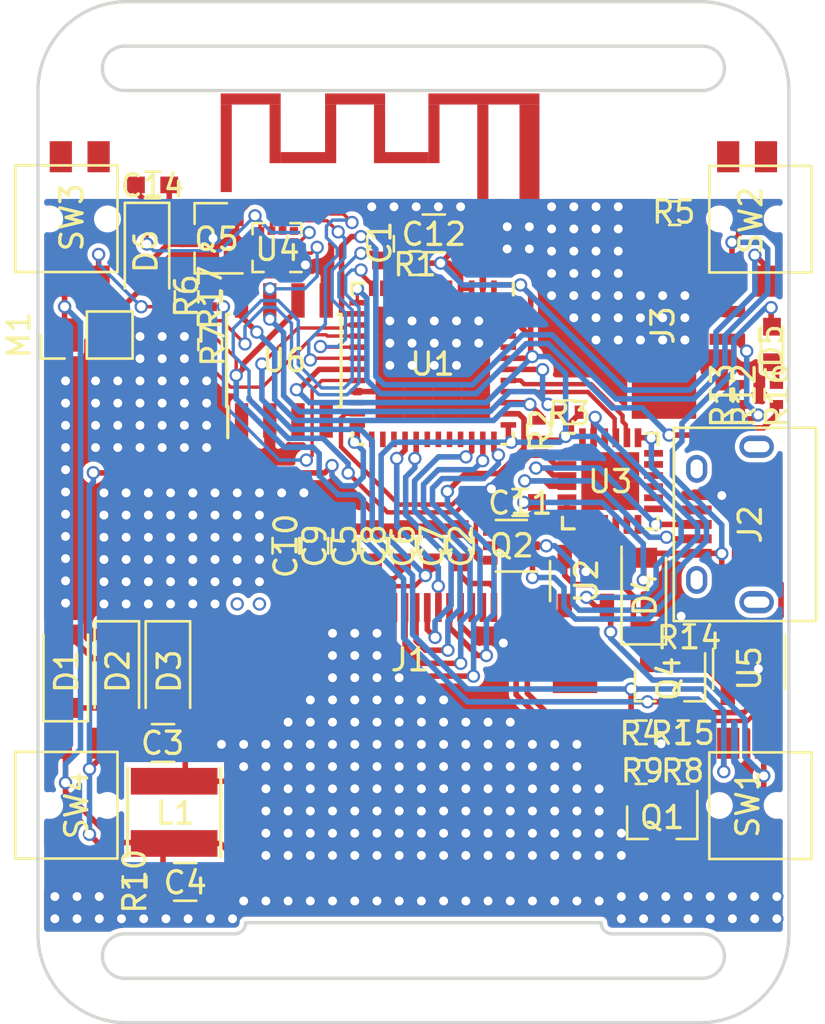
<source format=kicad_pcb>
(kicad_pcb (version 20171130) (host pcbnew "(5.1.5)-3")
  (layers (0 F.Cu signal) (31 B.Cu signal) (34 B.Paste user) (35 F.Paste user) (36 B.SilkS user) (37 F.SilkS user) (38 B.Mask user) (39 F.Mask user) (44 Edge.Cuts user))
  (net 0 "")
  (net 1 GND)
  (net 2 EN)
  (net 3 +3V3)
  (net 4 PREVGH)
  (net 5 PREVGL)
  (net 6 VBUS)
  (net 7 BUSY)
  (net 8 RES)
  (net 9 DC)
  (net 10 MOSI)
  (net 11 SCK)
  (net 12 SS)
  (net 13 "Net-(J1-Pad7)")
  (net 14 "Net-(J1-Pad6)")
  (net 15 RESE)
  (net 16 GDR)
  (net 17 "Net-(J1-Pad1)")
  (net 18 "Net-(J2-Pad2)")
  (net 19 "Net-(J2-Pad3)")
  (net 20 "Net-(J2-Pad4)")
  (net 21 RTS)
  (net 22 GPIO0)
  (net 23 DTR)
  (net 24 SDA)
  (net 25 SCL)
  (net 26 BTN_1)
  (net 27 BTN_2)
  (net 28 BTN_3)
  (net 29 "Net-(U3-Pad22)")
  (net 30 +BATT)
  (net 31 "Net-(D5-Pad1)")
  (net 32 BTN_4)
  (net 33 ADC)
  (net 34 RTC_INT)
  (net 35 VIB_PWM)
  (net 36 TX)
  (net 37 RX)
  (net 38 "Net-(U1-Pad32)")
  (net 39 "Net-(U1-Pad31)")
  (net 40 "Net-(U1-Pad22)")
  (net 41 ACC_INT_2)
  (net 42 ACC_INT_1)
  (net 43 "Net-(U2-Pad4)")
  (net 44 "Net-(U3-Pad25)")
  (net 45 "Net-(U3-Pad24)")
  (net 46 "Net-(U3-Pad18)")
  (net 47 "Net-(U3-Pad17)")
  (net 48 "Net-(U3-Pad16)")
  (net 49 "Net-(U3-Pad15)")
  (net 50 "Net-(U3-Pad14)")
  (net 51 "Net-(U3-Pad13)")
  (net 52 "Net-(U3-Pad12)")
  (net 53 "Net-(U3-Pad11)")
  (net 54 "Net-(U3-Pad10)")
  (net 55 "Net-(U3-Pad9)")
  (net 56 "Net-(U3-Pad5)")
  (net 57 "Net-(U3-Pad1)")
  (net 58 "Net-(U4-Pad10)")
  (net 59 "Net-(U6-Pad1)")
  (net 60 "Net-(U1-Pad30)")
  (net 61 "Net-(U1-Pad33)")
  (net 62 "Net-(U1-Pad44)")
  (net 63 "Net-(U1-Pad45)")
  (net 64 "Net-(U1-Pad47)")
  (net 65 "Net-(U1-Pad48)")
  (net 66 "Net-(U1-Pad26)")
  (net 67 "Net-(C2-Pad1)")
  (net 68 "Net-(C3-Pad1)")
  (net 69 "Net-(C3-Pad2)")
  (net 70 "Net-(C6-Pad1)")
  (net 71 "Net-(C8-Pad1)")
  (net 72 "Net-(C9-Pad1)")
  (net 73 "Net-(C10-Pad1)")
  (net 74 "Net-(C14-Pad2)")
  (net 75 "Net-(J1-Pad19)")
  (net 76 "Net-(J1-Pad4)")
  (net 77 "Net-(Q5-Pad1)")
  (net 78 "Net-(U4-Pad11)")
  (net 79 "Net-(U4-Pad4)")
  (net 80 "Net-(AE1-Pad1)")
  (net 81 "Net-(U1-Pad27)")
  (net 82 "Net-(U1-Pad25)")
  (net 83 "Net-(D4-Pad1)")
  (net 84 "Net-(U1-Pad11)")
  (net 85 "Net-(U1-Pad10)")
  (net 86 "Net-(U1-Pad8)")
  (net 87 "Net-(U1-Pad7)")
  (net 88 "Net-(U1-Pad6)")
  (net 89 "Net-(U1-Pad5)")
  (net 90 "Net-(U6-Pad4)")
  (net 91 "Net-(R15-Pad2)")
  (net 92 "Net-(R16-Pad2)")
  (module Watchy:USB_Micro-B (layer F.Cu) (at 100.08 93.68 90)
    (fp_text reference J2 (at 0 0.68 90) (layer F.SilkS))
    (fp_text value "Micro USB")
    (pad "" smd oval (at 2.5 -1.73 180) (size 0.95 1.25) (layers F.Cu F.Paste F.Mask))
    (pad "" smd oval (at -2.5 -1.73 180) (size 0.95 1.25) (layers F.Cu F.Paste F.Mask))
    (pad "" smd oval (at 3.5 0.97 180) (size 1.55 1) (layers F.Cu F.Paste F.Mask))
    (pad "" smd oval (at -3.5 0.97 180) (size 1.55 1) (layers F.Cu F.Paste F.Mask))
    (pad 1 smd rect (at -1.3 -1.73 180) (size 1.35 0.4) (layers F.Cu F.Paste F.Mask) (net 6 VBUS))
    (pad 2 smd rect (at -0.65 -1.73 180) (size 1.35 0.4) (layers F.Cu F.Paste F.Mask) (net 18 "Net-(J2-Pad2)"))
    (pad 3 smd rect (at 0 -1.73 180) (size 1.35 0.4) (layers F.Cu F.Paste F.Mask) (net 19 "Net-(J2-Pad3)"))
    (pad 4 smd rect (at 0.65 -1.73 180) (size 1.35 0.4) (layers F.Cu F.Paste F.Mask) (net 20 "Net-(J2-Pad4)"))
    (pad 5 smd rect (at 1.3 -1.73 180) (size 1.35 0.4) (layers F.Cu F.Paste F.Mask) (net 1 GND))
    (pad "" thru_hole oval (at -2.5 -1.73 180) (size 0.95 1.25) (drill oval 0.55 0.85) (layers *.Cu *.Mask))
    (pad "" thru_hole oval (at 2.5 -1.73 180) (size 0.95 1.25) (drill oval 0.55 0.85) (layers *.Cu *.Mask))
    (pad "" thru_hole oval (at -3.5 0.97 180) (size 1.55 1) (drill oval 1.15 0.5) (layers *.Cu *.Mask))
    (pad "" thru_hole oval (at 3.5 0.97 180) (size 1.55 1) (drill oval 1.15 0.5) (layers *.Cu *.Mask))
  )
  (module Capacitors_SMD:C_0603 (layer F.Cu) (at 73.86 78.4)
    (fp_text reference C14 (at 0 0.04) (layer F.SilkS))
    (fp_text value 100nF)
    (pad 1 smd rect (at -0.75 0) (size 0.8 0.75) (layers F.Cu F.Paste F.Mask) (net 3 +3V3))
    (pad 2 smd rect (at 0.75 0) (size 0.8 0.75) (layers F.Cu F.Paste F.Mask) (net 74 "Net-(C14-Pad2)"))
  )
  (module Watchy:K2-1114SA-A4SW-06 (layer F.Cu) (at 70.53 79.93 90)
    (fp_text reference SW3 (at 0.07 -0.3 270) (layer F.SilkS))
    (fp_text value BTN)
    (pad 1 smd rect (at -2.8 -0.8 90) (size 1.4 1) (layers F.Cu F.Paste F.Mask) (net 3 +3V3))
    (pad "" smd rect (at 2.8 -0.8 90) (size 1.4 1) (layers F.Cu F.Paste F.Mask))
    (pad 2 smd rect (at -2.8 0.9 90) (size 1.4 1) (layers F.Cu F.Paste F.Mask) (net 28 BTN_3))
    (pad "" smd rect (at 2.8 0.9 90) (size 1.4 1) (layers F.Cu F.Paste F.Mask))
    (pad "" np_thru_hole circle (at 0 -1.3 90) (size 0.8 0.8) (drill 0.8) (layers *.Cu *.Mask))
    (pad "" np_thru_hole circle (at 0 1.3 90) (size 0.8 0.8) (drill 0.8) (layers *.Cu *.Mask))
  )
  (module Watchy:K2-1114SA-A4SW-06 (layer F.Cu) (at 70.53 106.33 90)
    (fp_text reference SW4 (at 0 -0.09 90) (layer F.SilkS))
    (fp_text value BTN)
    (pad "" smd rect (at -2.8 -0.8 90) (size 1.4 1) (layers F.Cu F.Paste F.Mask))
    (pad 1 smd rect (at 2.8 -0.8 90) (size 1.4 1) (layers F.Cu F.Paste F.Mask) (net 3 +3V3))
    (pad "" smd rect (at -2.8 0.9 90) (size 1.4 1) (layers F.Cu F.Paste F.Mask))
    (pad 2 smd rect (at 2.8 0.9 90) (size 1.4 1) (layers F.Cu F.Paste F.Mask) (net 32 BTN_4))
    (pad "" np_thru_hole circle (at 0 -1.3 90) (size 0.8 0.8) (drill 0.8) (layers *.Cu *.Mask))
    (pad "" np_thru_hole circle (at 0 1.3 90) (size 0.8 0.8) (drill 0.8) (layers *.Cu *.Mask))
  )
  (module Watchy:K2-1114SA-A4SW-06 (layer F.Cu) (at 100.67 79.93 270)
    (fp_text reference SW2 (at 0.07 -0.12 270) (layer F.SilkS))
    (fp_text value BTN)
    (pad "" smd rect (at -2.8 -0.8 270) (size 1.4 1) (layers F.Cu F.Paste F.Mask))
    (pad 1 smd rect (at 2.8 -0.8 270) (size 1.4 1) (layers F.Cu F.Paste F.Mask) (net 3 +3V3))
    (pad "" smd rect (at -2.8 0.9 270) (size 1.4 1) (layers F.Cu F.Paste F.Mask))
    (pad 2 smd rect (at 2.8 0.9 270) (size 1.4 1) (layers F.Cu F.Paste F.Mask) (net 27 BTN_2))
    (pad "" np_thru_hole circle (at 0 -1.3 270) (size 0.8 0.8) (drill 0.8) (layers *.Cu *.Mask))
    (pad "" np_thru_hole circle (at 0 1.3 270) (size 0.8 0.8) (drill 0.8) (layers *.Cu *.Mask))
  )
  (module Watchy:K2-1114SA-A4SW-06 (layer F.Cu) (at 100.67 106.33 270)
    (fp_text reference SW1 (at -0.07 0.02 90) (layer F.SilkS))
    (fp_text value BTN)
    (pad 1 smd rect (at -2.8 -0.8 270) (size 1.4 1) (layers F.Cu F.Paste F.Mask) (net 3 +3V3))
    (pad "" smd rect (at 2.8 -0.8 270) (size 1.4 1) (layers F.Cu F.Paste F.Mask))
    (pad 2 smd rect (at -2.8 0.9 270) (size 1.4 1) (layers F.Cu F.Paste F.Mask) (net 26 BTN_1))
    (pad "" smd rect (at 2.8 0.9 270) (size 1.4 1) (layers F.Cu F.Paste F.Mask))
    (pad "" np_thru_hole circle (at 0 -1.3 270) (size 0.8 0.8) (drill 0.8) (layers *.Cu *.Mask))
    (pad "" np_thru_hole circle (at 0 1.3 270) (size 0.8 0.8) (drill 0.8) (layers *.Cu *.Mask))
  )
  (module Housings_LGA:LGA-12_2x2mm_Pitch0.5mm (layer F.Cu) (at 79.46 81.22 180)
    (fp_text reference U4 (at -0.02 -0.08 180) (layer F.SilkS))
    (fp_text value BMA423)
    (pad 12 smd rect (at -0.25 -0.7625 270) (size 0.375 0.35) (layers F.Cu F.Paste F.Mask) (net 25 SCL))
    (pad 11 smd rect (at 0.25 -0.7625 270) (size 0.375 0.35) (layers F.Cu F.Paste F.Mask) (net 78 "Net-(U4-Pad11)"))
    (pad 6 smd rect (at 0.25 0.7625 270) (size 0.375 0.35) (layers F.Cu F.Paste F.Mask) (net 41 ACC_INT_2))
    (pad 5 smd rect (at -0.25 0.7625 270) (size 0.375 0.35) (layers F.Cu F.Paste F.Mask) (net 42 ACC_INT_1))
    (pad 10 smd rect (at 0.7625 -0.75 180) (size 0.375 0.35) (layers F.Cu F.Paste F.Mask) (net 58 "Net-(U4-Pad10)"))
    (pad 1 smd rect (at -0.7625 -0.75 180) (size 0.375 0.35) (layers F.Cu F.Paste F.Mask) (net 1 GND))
    (pad 7 smd rect (at 0.7625 0.75 180) (size 0.375 0.35) (layers F.Cu F.Paste F.Mask) (net 3 +3V3))
    (pad 4 smd rect (at -0.7625 0.75 180) (size 0.375 0.35) (layers F.Cu F.Paste F.Mask) (net 79 "Net-(U4-Pad4)"))
    (pad 8 smd rect (at 0.7625 0.25 180) (size 0.375 0.35) (layers F.Cu F.Paste F.Mask) (net 1 GND))
    (pad 9 smd rect (at 0.7625 -0.25 180) (size 0.375 0.35) (layers F.Cu F.Paste F.Mask) (net 1 GND))
    (pad 3 smd rect (at -0.7625 0.25 180) (size 0.375 0.35) (layers F.Cu F.Paste F.Mask) (net 3 +3V3))
    (pad 2 smd rect (at -0.7625 -0.25 180) (size 0.375 0.35) (layers F.Cu F.Paste F.Mask) (net 24 SDA))
  )
  (module Watchy:24_Pins_0.5mm_Pitch_ZIF_Connector_UP (layer F.Cu) (at 85.475 99.77)
    (fp_text reference J1 (at -0.035 0) (layer F.SilkS))
    (fp_text value "FPC24(0.5MM)")
    (pad M smd rect (at -7.4 0) (size 2 3) (layers F.Cu F.Paste F.Mask))
    (pad M smd rect (at 7.4 0) (size 2 3) (layers F.Cu F.Paste F.Mask))
    (pad 1 smd rect (at 5.75 -2.35) (size 0.3 1.3) (layers F.Cu F.Paste F.Mask) (net 17 "Net-(J1-Pad1)"))
    (pad 2 smd rect (at 5.25 -2.35) (size 0.3 1.3) (layers F.Cu F.Paste F.Mask) (net 16 GDR))
    (pad 3 smd rect (at 4.75 -2.35) (size 0.3 1.3) (layers F.Cu F.Paste F.Mask) (net 15 RESE))
    (pad 4 smd rect (at 4.25 -2.35) (size 0.3 1.3) (layers F.Cu F.Paste F.Mask) (net 76 "Net-(J1-Pad4)"))
    (pad 5 smd rect (at 3.75 -2.35) (size 0.3 1.3) (layers F.Cu F.Paste F.Mask) (net 67 "Net-(C2-Pad1)"))
    (pad 6 smd rect (at 3.25 -2.35) (size 0.3 1.3) (layers F.Cu F.Paste F.Mask) (net 14 "Net-(J1-Pad6)"))
    (pad 7 smd rect (at 2.75 -2.35) (size 0.3 1.3) (layers F.Cu F.Paste F.Mask) (net 13 "Net-(J1-Pad7)"))
    (pad 8 smd rect (at 2.25 -2.35) (size 0.3 1.3) (layers F.Cu F.Paste F.Mask) (net 1 GND))
    (pad 17 smd rect (at -2.25 -2.35) (size 0.3 1.3) (layers F.Cu F.Paste F.Mask) (net 1 GND))
    (pad 18 smd rect (at -2.75 -2.35) (size 0.3 1.3) (layers F.Cu F.Paste F.Mask) (net 70 "Net-(C6-Pad1)"))
    (pad 19 smd rect (at -3.25 -2.35) (size 0.3 1.3) (layers F.Cu F.Paste F.Mask) (net 75 "Net-(J1-Pad19)"))
    (pad 23 smd rect (at -5.25 -2.35) (size 0.3 1.3) (layers F.Cu F.Paste F.Mask) (net 5 PREVGL))
    (pad 24 smd rect (at -5.75 -2.35) (size 0.3 1.3) (layers F.Cu F.Paste F.Mask) (net 73 "Net-(C10-Pad1)"))
    (pad 22 smd rect (at -4.75 -2.35) (size 0.3 1.3) (layers F.Cu F.Paste F.Mask) (net 72 "Net-(C9-Pad1)"))
    (pad 21 smd rect (at -4.25 -2.35) (size 0.3 1.3) (layers F.Cu F.Paste F.Mask) (net 4 PREVGH))
    (pad 20 smd rect (at -3.75 -2.35) (size 0.3 1.3) (layers F.Cu F.Paste F.Mask) (net 71 "Net-(C8-Pad1)"))
    (pad 12 smd rect (at 0.25 -2.35) (size 0.3 1.3) (layers F.Cu F.Paste F.Mask) (net 12 SS))
    (pad 13 smd rect (at -0.25 -2.35) (size 0.3 1.3) (layers F.Cu F.Paste F.Mask) (net 11 SCK))
    (pad 14 smd rect (at -0.75 -2.35) (size 0.3 1.3) (layers F.Cu F.Paste F.Mask) (net 10 MOSI))
    (pad 16 smd rect (at -1.75 -2.35) (size 0.3 1.3) (layers F.Cu F.Paste F.Mask) (net 3 +3V3))
    (pad 15 smd rect (at -1.25 -2.35) (size 0.3 1.3) (layers F.Cu F.Paste F.Mask) (net 3 +3V3))
    (pad 11 smd rect (at 0.75 -2.35) (size 0.3 1.3) (layers F.Cu F.Paste F.Mask) (net 9 DC))
    (pad 10 smd rect (at 1.25 -2.35) (size 0.3 1.3) (layers F.Cu F.Paste F.Mask) (net 8 RES))
    (pad 9 smd rect (at 1.75 -2.35) (size 0.3 1.3) (layers F.Cu F.Paste F.Mask) (net 7 BUSY))
  )
  (module "Watchy:1.25T-2PWT (Molex 532610271)" (layer F.Cu) (at 96.83 84.72 90)
    (fp_text reference J3 (at 0 0 90) (layer F.SilkS))
    (fp_text value Battery)
    (pad "" smd rect (at -3.157 0.05 90) (size 2.1 2.9) (layers F.Cu F.Paste F.Mask))
    (pad "" smd rect (at 3.175 0.05 90) (size 2.1 2.9) (layers F.Cu F.Paste F.Mask))
    (pad 2 smd rect (at 0.625 2.9 90) (size 0.5 1.6) (layers F.Cu F.Paste F.Mask) (net 1 GND))
    (pad 1 smd rect (at -0.625 2.9 90) (size 0.5 1.6) (layers F.Cu F.Paste F.Mask) (net 30 +BATT))
  )
  (module Resistors_SMD:R_0402 (layer F.Cu) (at 100.4 87.83 90)
    (fp_text reference R12 (at -0.05 0.08 90) (layer F.SilkS))
    (fp_text value 100K)
    (pad 1 smd rect (at -0.45 0 90) (size 0.4 0.6) (layers F.Cu F.Paste F.Mask) (net 30 +BATT))
    (pad 2 smd rect (at 0.45 0 90) (size 0.4 0.6) (layers F.Cu F.Paste F.Mask) (net 33 ADC))
  )
  (module Housings_DFN_QFN:QFN-24-1EP_4x4mm_Pitch0.5mm (layer F.Cu) (at 94.46 91.73)
    (fp_text reference U3 (at 0 0.02) (layer F.SilkS))
    (fp_text value CP2104)
    (pad 25 smd rect (at -0.65 -0.65) (size 1.3 1.3) (layers F.Cu F.Paste F.Mask) (net 44 "Net-(U3-Pad25)"))
    (pad 25 smd rect (at -0.65 0.65) (size 1.3 1.3) (layers F.Cu F.Paste F.Mask) (net 44 "Net-(U3-Pad25)"))
    (pad 25 smd rect (at 0.65 -0.65) (size 1.3 1.3) (layers F.Cu F.Paste F.Mask) (net 44 "Net-(U3-Pad25)"))
    (pad 25 smd rect (at 0.65 0.65) (size 1.3 1.3) (layers F.Cu F.Paste F.Mask) (net 44 "Net-(U3-Pad25)"))
    (pad 24 smd rect (at -1.25 -1.95 90) (size 0.85 0.3) (layers F.Cu F.Paste F.Mask) (net 45 "Net-(U3-Pad24)"))
    (pad 23 smd rect (at -0.75 -1.95 90) (size 0.85 0.3) (layers F.Cu F.Paste F.Mask) (net 23 DTR))
    (pad 22 smd rect (at -0.25 -1.95 90) (size 0.85 0.3) (layers F.Cu F.Paste F.Mask) (net 29 "Net-(U3-Pad22)"))
    (pad 21 smd rect (at 0.25 -1.95 90) (size 0.85 0.3) (layers F.Cu F.Paste F.Mask) (net 37 RX))
    (pad 20 smd rect (at 0.75 -1.95 90) (size 0.85 0.3) (layers F.Cu F.Paste F.Mask) (net 36 TX))
    (pad 19 smd rect (at 1.25 -1.95 90) (size 0.85 0.3) (layers F.Cu F.Paste F.Mask) (net 21 RTS))
    (pad 18 smd rect (at 1.95 -1.25) (size 0.85 0.3) (layers F.Cu F.Paste F.Mask) (net 46 "Net-(U3-Pad18)"))
    (pad 17 smd rect (at 1.95 -0.75) (size 0.85 0.3) (layers F.Cu F.Paste F.Mask) (net 47 "Net-(U3-Pad17)"))
    (pad 16 smd rect (at 1.95 -0.25) (size 0.85 0.3) (layers F.Cu F.Paste F.Mask) (net 48 "Net-(U3-Pad16)"))
    (pad 15 smd rect (at 1.95 0.25) (size 0.85 0.3) (layers F.Cu F.Paste F.Mask) (net 49 "Net-(U3-Pad15)"))
    (pad 14 smd rect (at 1.95 0.75) (size 0.85 0.3) (layers F.Cu F.Paste F.Mask) (net 50 "Net-(U3-Pad14)"))
    (pad 13 smd rect (at 1.95 1.25) (size 0.85 0.3) (layers F.Cu F.Paste F.Mask) (net 51 "Net-(U3-Pad13)"))
    (pad 12 smd rect (at 1.25 1.95 90) (size 0.85 0.3) (layers F.Cu F.Paste F.Mask) (net 52 "Net-(U3-Pad12)"))
    (pad 11 smd rect (at 0.75 1.95 90) (size 0.85 0.3) (layers F.Cu F.Paste F.Mask) (net 53 "Net-(U3-Pad11)"))
    (pad 10 smd rect (at 0.25 1.95 90) (size 0.85 0.3) (layers F.Cu F.Paste F.Mask) (net 54 "Net-(U3-Pad10)"))
    (pad 9 smd rect (at -0.25 1.95 90) (size 0.85 0.3) (layers F.Cu F.Paste F.Mask) (net 55 "Net-(U3-Pad9)"))
    (pad 8 smd rect (at -0.75 1.95 90) (size 0.85 0.3) (layers F.Cu F.Paste F.Mask) (net 6 VBUS))
    (pad 7 smd rect (at -1.25 1.95 90) (size 0.85 0.3) (layers F.Cu F.Paste F.Mask) (net 6 VBUS))
    (pad 6 smd rect (at -1.95 1.25) (size 0.85 0.3) (layers F.Cu F.Paste F.Mask) (net 56 "Net-(U3-Pad5)"))
    (pad 5 smd rect (at -1.95 0.75) (size 0.85 0.3) (layers F.Cu F.Paste F.Mask) (net 56 "Net-(U3-Pad5)"))
    (pad 4 smd rect (at -1.95 0.25) (size 0.85 0.3) (layers F.Cu F.Paste F.Mask) (net 18 "Net-(J2-Pad2)"))
    (pad 3 smd rect (at -1.95 -0.25) (size 0.85 0.3) (layers F.Cu F.Paste F.Mask) (net 19 "Net-(J2-Pad3)"))
    (pad 2 smd rect (at -1.95 -0.75) (size 0.85 0.3) (layers F.Cu F.Paste F.Mask) (net 1 GND))
    (pad 1 smd rect (at -1.95 -1.25) (size 0.85 0.3) (layers F.Cu F.Paste F.Mask) (net 57 "Net-(U3-Pad1)"))
  )
  (module Watchy:sqfmi_logo (layer B.Cu) (at 75.61 82.52 180)
    (fp_text reference G*** hide)
    (fp_text value LOGO hide)
  )
  (module Resistors_SMD:R_0402 (layer F.Cu) (at 97.75 103.04)
    (fp_text reference R15 (at -0.03 0.04) (layer F.SilkS))
    (fp_text value 10K)
    (pad 2 smd rect (at 0.45 0) (size 0.4 0.6) (layers F.Cu F.Paste F.Mask) (net 91 "Net-(R15-Pad2)"))
    (pad 1 smd rect (at -0.45 0) (size 0.4 0.6) (layers F.Cu F.Paste F.Mask) (net 1 GND))
  )
  (module Capacitors_SMD:C_0603 (layer F.Cu) (at 90.41 92.69)
    (fp_text reference C11 (at 0 0.03) (layer F.SilkS))
    (fp_text value 100nF)
    (pad 1 smd rect (at -0.75 0) (size 0.8 0.75) (layers F.Cu F.Paste F.Mask) (net 1 GND))
    (pad 2 smd rect (at 0.75 0) (size 0.8 0.75) (layers F.Cu F.Paste F.Mask) (net 6 VBUS))
  )
  (module Watchy:154_Epaper_Display (layer B.Cu) (at 85.59 92.66 180)
    (fp_text reference REF** hide)
    (fp_text value "1.54 E-Paper Display" hide)
  )
  (module Capacitors_SMD:C_0603 (layer F.Cu) (at 84.12 81.05 90)
    (fp_text reference C1 (at 0.05 -0.03 90) (layer F.SilkS))
    (fp_text value 100nF)
    (pad 2 smd rect (at 0.75 0 90) (size 0.8 0.75) (layers F.Cu F.Paste F.Mask) (net 1 GND))
    (pad 1 smd rect (at -0.75 0 90) (size 0.8 0.75) (layers F.Cu F.Paste F.Mask) (net 2 EN))
  )
  (module Capacitors_SMD:C_0603 (layer F.Cu) (at 87.71 94.64 90)
    (fp_text reference C2 (at -0.01 0.039996 90) (layer F.SilkS))
    (fp_text value 1uF/50V)
    (pad 2 smd rect (at 0.75 0 90) (size 0.8 0.75) (layers F.Cu F.Paste F.Mask) (net 1 GND))
    (pad 1 smd rect (at -0.75 0 90) (size 0.8 0.75) (layers F.Cu F.Paste F.Mask) (net 67 "Net-(C2-Pad1)"))
  )
  (module Capacitors_SMD:C_0805 (layer F.Cu) (at 74.33 103.52)
    (fp_text reference C3 (at -0.02 0.01) (layer F.SilkS))
    (fp_text value 4.7uF/50V)
    (pad 1 smd rect (at -1 0) (size 1 1.25) (layers F.Cu F.Paste F.Mask) (net 68 "Net-(C3-Pad1)"))
    (pad 2 smd rect (at 1 0) (size 1 1.25) (layers F.Cu F.Paste F.Mask) (net 69 "Net-(C3-Pad2)"))
  )
  (module Capacitors_SMD:C_0805 (layer F.Cu) (at 75.33 109.77)
    (fp_text reference C4 (at 0 0.04) (layer F.SilkS))
    (fp_text value 4.7uF/50V)
    (pad 2 smd rect (at 1 0) (size 1 1.25) (layers F.Cu F.Paste F.Mask) (net 1 GND))
    (pad 1 smd rect (at -1 0) (size 1 1.25) (layers F.Cu F.Paste F.Mask) (net 3 +3V3))
  )
  (module Capacitors_SMD:C_0603 (layer F.Cu) (at 82.51 94.64 90)
    (fp_text reference C5 (at -0.01 0.013332 90) (layer F.SilkS))
    (fp_text value 1uF/50V)
    (pad 2 smd rect (at 0.75 0 90) (size 0.8 0.75) (layers F.Cu F.Paste F.Mask) (net 1 GND))
    (pad 1 smd rect (at -0.75 0 90) (size 0.8 0.75) (layers F.Cu F.Paste F.Mask) (net 4 PREVGH))
  )
  (module Capacitors_SMD:C_0603 (layer F.Cu) (at 85.11 94.64 90)
    (fp_text reference C6 (at -0.01 0.026664 90) (layer F.SilkS))
    (fp_text value 1uF/50V)
    (pad 1 smd rect (at -0.75 0 90) (size 0.8 0.75) (layers F.Cu F.Paste F.Mask) (net 70 "Net-(C6-Pad1)"))
    (pad 2 smd rect (at 0.75 0 90) (size 0.8 0.75) (layers F.Cu F.Paste F.Mask) (net 1 GND))
  )
  (module Capacitors_SMD:C_0603 (layer F.Cu) (at 86.41 94.64 90)
    (fp_text reference C7 (at -0.01 0.03333 90) (layer F.SilkS))
    (fp_text value 1uF/50V)
    (pad 1 smd rect (at -0.75 0 90) (size 0.8 0.75) (layers F.Cu F.Paste F.Mask) (net 3 +3V3))
    (pad 2 smd rect (at 0.75 0 90) (size 0.8 0.75) (layers F.Cu F.Paste F.Mask) (net 1 GND))
  )
  (module Capacitors_SMD:C_0603 (layer F.Cu) (at 83.81 94.64 90)
    (fp_text reference C8 (at -0.01 0.019998 90) (layer F.SilkS))
    (fp_text value 1uF/50V)
    (pad 2 smd rect (at 0.75 0 90) (size 0.8 0.75) (layers F.Cu F.Paste F.Mask) (net 1 GND))
    (pad 1 smd rect (at -0.75 0 90) (size 0.8 0.75) (layers F.Cu F.Paste F.Mask) (net 71 "Net-(C8-Pad1)"))
  )
  (module Capacitors_SMD:C_0603 (layer F.Cu) (at 81.16 94.64 90)
    (fp_text reference C9 (at -0.01 0.006666 90) (layer F.SilkS))
    (fp_text value 1uF/50V)
    (pad 1 smd rect (at -0.75 0 90) (size 0.8 0.75) (layers F.Cu F.Paste F.Mask) (net 72 "Net-(C9-Pad1)"))
    (pad 2 smd rect (at 0.75 0 90) (size 0.8 0.75) (layers F.Cu F.Paste F.Mask) (net 1 GND))
  )
  (module Capacitors_SMD:C_0603 (layer F.Cu) (at 79.86 94.64 90)
    (fp_text reference C10 (at -0.009999 0 90) (layer F.SilkS))
    (fp_text value 1uF/50V)
    (pad 2 smd rect (at 0.75 0 90) (size 0.8 0.75) (layers F.Cu F.Paste F.Mask) (net 1 GND))
    (pad 1 smd rect (at -0.75 0 90) (size 0.8 0.75) (layers F.Cu F.Paste F.Mask) (net 73 "Net-(C10-Pad1)"))
  )
  (module Capacitors_SMD:C_0805 (layer F.Cu) (at 86.52 80.58 180)
    (fp_text reference C12 (at 0 -0.04) (layer F.SilkS))
    (fp_text value 4.7uF/50V)
    (pad 2 smd rect (at 1 0 180) (size 1 1.25) (layers F.Cu F.Paste F.Mask) (net 1 GND))
    (pad 1 smd rect (at -1 0 180) (size 1 1.25) (layers F.Cu F.Paste F.Mask) (net 3 +3V3))
  )
  (module Diodes_SMD:D_SOD-123 (layer F.Cu) (at 69.95 100.29 90)
    (fp_text reference D1 (at 0 0.04 90) (layer F.SilkS))
    (fp_text value MBR0530)
    (pad 1 smd rect (at -1.65 0 90) (size 0.9 1.2) (layers F.Cu F.Paste F.Mask) (net 68 "Net-(C3-Pad1)"))
    (pad 2 smd rect (at 1.65 0 90) (size 0.9 1.2) (layers F.Cu F.Paste F.Mask) (net 5 PREVGL))
  )
  (module Diodes_SMD:D_SOD-123 (layer F.Cu) (at 72.25 100.29 270)
    (fp_text reference D2 (at 0 -0.05 90) (layer F.SilkS))
    (fp_text value MBR0530)
    (pad 2 smd rect (at 1.65 0 270) (size 0.9 1.2) (layers F.Cu F.Paste F.Mask) (net 68 "Net-(C3-Pad1)"))
    (pad 1 smd rect (at -1.65 0 270) (size 0.9 1.2) (layers F.Cu F.Paste F.Mask) (net 1 GND))
  )
  (module Diodes_SMD:D_SOD-123 (layer F.Cu) (at 74.55 100.29 270)
    (fp_text reference D3 (at 0 -0.06 90) (layer F.SilkS))
    (fp_text value MBR0530)
    (pad 1 smd rect (at -1.65 0 270) (size 0.9 1.2) (layers F.Cu F.Paste F.Mask) (net 4 PREVGH))
    (pad 2 smd rect (at 1.65 0 270) (size 0.9 1.2) (layers F.Cu F.Paste F.Mask) (net 69 "Net-(C3-Pad2)"))
  )
  (module Diodes_SMD:D_SOD-123 (layer F.Cu) (at 95.97 96.83 90)
    (fp_text reference D4 (at 0 0.06 90) (layer F.SilkS))
    (fp_text value MBR0530)
    (pad 2 smd rect (at 1.65 0 90) (size 0.9 1.2) (layers F.Cu F.Paste F.Mask) (net 6 VBUS))
    (pad 1 smd rect (at -1.65 0 90) (size 0.9 1.2) (layers F.Cu F.Paste F.Mask) (net 83 "Net-(D4-Pad1)"))
  )
  (module LEDs:LED_0603 (layer F.Cu) (at 101.74 85.58 90)
    (fp_text reference D5 (at -0.07 -0.03 90) (layer F.SilkS))
    (fp_text value LED)
    (pad 2 smd rect (at 0.8 0 270) (size 0.8 0.8) (layers F.Cu F.Paste F.Mask) (net 6 VBUS))
    (pad 1 smd rect (at -0.8 0 270) (size 0.8 0.8) (layers F.Cu F.Paste F.Mask) (net 31 "Net-(D5-Pad1)"))
  )
  (module Diodes_SMD:D_SOD-123F (layer F.Cu) (at 73.61 81.405 270)
    (fp_text reference D6 (at -0.02 0.05 90) (layer F.SilkS))
    (fp_text value 1N4001)
    (pad 2 smd rect (at 1.4 0 270) (size 1.1 1.1) (layers F.Cu F.Paste F.Mask) (net 74 "Net-(C14-Pad2)"))
    (pad 1 smd rect (at -1.4 0 270) (size 1.1 1.1) (layers F.Cu F.Paste F.Mask) (net 3 +3V3))
  )
  (module Inductors:Inductor_Taiyo-Yuden_NR-40xx (layer F.Cu) (at 74.83 106.64 270)
    (fp_text reference L1 (at 0.03 -0.06 180) (layer F.SilkS))
    (fp_text value "10uH 1A")
    (pad 2 smd rect (at 1.4 0 270) (size 1.2 3.9) (layers F.Cu F.Paste F.Mask) (net 3 +3V3))
    (pad 1 smd rect (at -1.4 0 270) (size 1.2 3.9) (layers F.Cu F.Paste F.Mask) (net 69 "Net-(C3-Pad2)"))
  )
  (module TO_SOT_Packages_SMD:SOT-23 (layer F.Cu) (at 96.8 107.08 270)
    (fp_text reference Q1 (at -0.21 0.01 180) (layer F.SilkS))
    (fp_text value AO3400A)
    (pad 3 smd rect (at 1 0 270) (size 0.9 0.8) (layers F.Cu F.Paste F.Mask) (net 69 "Net-(C3-Pad2)"))
    (pad 2 smd rect (at -1 0.95 270) (size 0.9 0.8) (layers F.Cu F.Paste F.Mask) (net 15 RESE))
    (pad 1 smd rect (at -1 -0.95 270) (size 0.9 0.8) (layers F.Cu F.Paste F.Mask) (net 16 GDR))
  )
  (module TO_SOT_Packages_SMD:SOT-23 (layer F.Cu) (at 97.15 100.88 270)
    (fp_text reference Q4 (at -0.25 0.05 90) (layer F.SilkS))
    (fp_text value CJ2301)
    (pad 1 smd rect (at -1 -0.95 270) (size 0.9 0.8) (layers F.Cu F.Paste F.Mask) (net 6 VBUS))
    (pad 2 smd rect (at -1 0.95 270) (size 0.9 0.8) (layers F.Cu F.Paste F.Mask) (net 83 "Net-(D4-Pad1)"))
    (pad 3 smd rect (at 1 0 270) (size 0.9 0.8) (layers F.Cu F.Paste F.Mask) (net 30 +BATT))
  )
  (module TO_SOT_Packages_SMD:SOT-23 (layer F.Cu) (at 76.51 80.8 180)
    (fp_text reference Q5 (at -0.23 -0.04) (layer F.SilkS))
    (fp_text value S8050)
    (pad 1 smd rect (at -1 -0.95 180) (size 0.9 0.8) (layers F.Cu F.Paste F.Mask) (net 77 "Net-(Q5-Pad1)"))
    (pad 2 smd rect (at -1 0.95 180) (size 0.9 0.8) (layers F.Cu F.Paste F.Mask) (net 1 GND))
    (pad 3 smd rect (at 1 0 180) (size 0.9 0.8) (layers F.Cu F.Paste F.Mask) (net 74 "Net-(C14-Pad2)"))
  )
  (module Resistors_SMD:R_0402 (layer F.Cu) (at 85.67 81.92 180)
    (fp_text reference R1 (at 0 -0.07) (layer F.SilkS))
    (fp_text value 10K)
    (pad 2 smd rect (at 0.45 0 180) (size 0.4 0.6) (layers F.Cu F.Paste F.Mask) (net 2 EN))
    (pad 1 smd rect (at -0.45 0 180) (size 0.4 0.6) (layers F.Cu F.Paste F.Mask) (net 3 +3V3))
  )
  (module Resistors_SMD:R_0402 (layer F.Cu) (at 91.25 89.44 90)
    (fp_text reference R2 (at 0 0.11 90) (layer F.SilkS))
    (fp_text value 4.7K)
    (pad 2 smd rect (at 0.45 0 90) (size 0.4 0.6) (layers F.Cu F.Paste F.Mask) (net 25 SCL))
    (pad 1 smd rect (at -0.45 0 90) (size 0.4 0.6) (layers F.Cu F.Paste F.Mask) (net 3 +3V3))
  )
  (module Resistors_SMD:R_0402 (layer F.Cu) (at 92.61 88.63 180)
    (fp_text reference R3 (at 0 -0.06) (layer F.SilkS))
    (fp_text value 4.7K)
    (pad 1 smd rect (at -0.45 0 180) (size 0.4 0.6) (layers F.Cu F.Paste F.Mask) (net 3 +3V3))
    (pad 2 smd rect (at 0.45 0 180) (size 0.4 0.6) (layers F.Cu F.Paste F.Mask) (net 24 SDA))
  )
  (module Resistors_SMD:R_0402 (layer F.Cu) (at 95.85 103.04 180)
    (fp_text reference R4 (at 0 -0.05) (layer F.SilkS))
    (fp_text value 10K)
    (pad 2 smd rect (at 0.45 0 180) (size 0.4 0.6) (layers F.Cu F.Paste F.Mask) (net 26 BTN_1))
    (pad 1 smd rect (at -0.45 0 180) (size 0.4 0.6) (layers F.Cu F.Paste F.Mask) (net 1 GND))
  )
  (module Resistors_SMD:R_0402 (layer F.Cu) (at 97.36 79.67)
    (fp_text reference R5 (at -0.04 -0.05) (layer F.SilkS))
    (fp_text value 10K)
    (pad 2 smd rect (at 0.45 0) (size 0.4 0.6) (layers F.Cu F.Paste F.Mask) (net 27 BTN_2))
    (pad 1 smd rect (at -0.45 0) (size 0.4 0.6) (layers F.Cu F.Paste F.Mask) (net 1 GND))
  )
  (module Resistors_SMD:R_0402 (layer F.Cu) (at 75.39 83.43 270)
    (fp_text reference R6 (at -0.03 0 90) (layer F.SilkS))
    (fp_text value 10K)
    (pad 1 smd rect (at -0.45 0 270) (size 0.4 0.6) (layers F.Cu F.Paste F.Mask) (net 1 GND))
    (pad 2 smd rect (at 0.45 0 270) (size 0.4 0.6) (layers F.Cu F.Paste F.Mask) (net 28 BTN_3))
  )
  (module Resistors_SMD:R_0402 (layer F.Cu) (at 97.75 104.83 180)
    (fp_text reference R8 (at 0.03 0.05) (layer F.SilkS))
    (fp_text value 10K)
    (pad 1 smd rect (at -0.45 0 180) (size 0.4 0.6) (layers F.Cu F.Paste F.Mask) (net 16 GDR))
    (pad 2 smd rect (at 0.45 0 180) (size 0.4 0.6) (layers F.Cu F.Paste F.Mask) (net 1 GND))
  )
  (module Resistors_SMD:R_0402 (layer F.Cu) (at 95.85 104.83 180)
    (fp_text reference R9 (at -0.06 0.06) (layer F.SilkS))
    (fp_text value 3)
    (pad 2 smd rect (at 0.45 0 180) (size 0.4 0.6) (layers F.Cu F.Paste F.Mask) (net 15 RESE))
    (pad 1 smd rect (at -0.45 0 180) (size 0.4 0.6) (layers F.Cu F.Paste F.Mask) (net 1 GND))
  )
  (module Resistors_SMD:R_0402 (layer F.Cu) (at 73.05 109.77 90)
    (fp_text reference R10 (at 0.03 0.01 270) (layer F.SilkS))
    (fp_text value 10K)
    (pad 1 smd rect (at -0.45 0 90) (size 0.4 0.6) (layers F.Cu F.Paste F.Mask) (net 1 GND))
    (pad 2 smd rect (at 0.45 0 90) (size 0.4 0.6) (layers F.Cu F.Paste F.Mask) (net 32 BTN_4))
  )
  (module Resistors_SMD:R_0402 (layer F.Cu) (at 99.5 87.83 90)
    (fp_text reference R13 (at -0.05 0.02 90) (layer F.SilkS))
    (fp_text value 100K)
    (pad 1 smd rect (at -0.45 0 90) (size 0.4 0.6) (layers F.Cu F.Paste F.Mask) (net 33 ADC))
    (pad 2 smd rect (at 0.45 0 90) (size 0.4 0.6) (layers F.Cu F.Paste F.Mask) (net 1 GND))
  )
  (module Resistors_SMD:R_0402 (layer F.Cu) (at 98.02 98.71 180)
    (fp_text reference R14 (at 0.01 -0.07 180) (layer F.SilkS))
    (fp_text value 10K)
    (pad 2 smd rect (at 0.45 0 180) (size 0.4 0.6) (layers F.Cu F.Paste F.Mask) (net 1 GND))
    (pad 1 smd rect (at -0.45 0 180) (size 0.4 0.6) (layers F.Cu F.Paste F.Mask) (net 6 VBUS))
  )
  (module Resistors_SMD:R_0402 (layer F.Cu) (at 101.94 87.83 270)
    (fp_text reference R16 (at 0.05 -0.04 90) (layer F.SilkS))
    (fp_text value 1K)
    (pad 1 smd rect (at -0.45 0 270) (size 0.4 0.6) (layers F.Cu F.Paste F.Mask) (net 31 "Net-(D5-Pad1)"))
    (pad 2 smd rect (at 0.45 0 270) (size 0.4 0.6) (layers F.Cu F.Paste F.Mask) (net 92 "Net-(R16-Pad2)"))
  )
  (module Resistors_SMD:R_0402 (layer F.Cu) (at 76.45 83.43 270)
    (fp_text reference R17 (at 0.04 -0.01 90) (layer F.SilkS))
    (fp_text value 1K)
    (pad 1 smd rect (at -0.45 0 270) (size 0.4 0.6) (layers F.Cu F.Paste F.Mask) (net 77 "Net-(Q5-Pad1)"))
    (pad 2 smd rect (at 0.45 0 270) (size 0.4 0.6) (layers F.Cu F.Paste F.Mask) (net 35 VIB_PWM))
  )
  (module Housings_DFN_QFN:QFN-48-1EP_7x7mm_Pitch0.5mm (layer F.Cu) (at 86.47375 86.45125 270)
    (fp_text reference U1 (at 0.00875 0.01375) (layer F.SilkS))
    (fp_text value ESP32-PICO-D4)
    (pad 49 smd rect (at -1.93125 -1.93125 270) (size 1.2875 1.2875) (layers F.Cu F.Paste F.Mask) (net 1 GND))
    (pad 49 smd rect (at -1.93125 -0.64375 270) (size 1.2875 1.2875) (layers F.Cu F.Paste F.Mask) (net 1 GND))
    (pad 49 smd rect (at -1.93125 0.64375 270) (size 1.2875 1.2875) (layers F.Cu F.Paste F.Mask) (net 1 GND))
    (pad 49 smd rect (at -1.93125 1.93125 270) (size 1.2875 1.2875) (layers F.Cu F.Paste F.Mask) (net 1 GND))
    (pad 49 smd rect (at -0.64375 -1.93125 270) (size 1.2875 1.2875) (layers F.Cu F.Paste F.Mask) (net 1 GND))
    (pad 49 smd rect (at -0.64375 -0.64375 270) (size 1.2875 1.2875) (layers F.Cu F.Paste F.Mask) (net 1 GND))
    (pad 49 smd rect (at -0.64375 0.64375 270) (size 1.2875 1.2875) (layers F.Cu F.Paste F.Mask) (net 1 GND))
    (pad 49 smd rect (at -0.64375 1.93125 270) (size 1.2875 1.2875) (layers F.Cu F.Paste F.Mask) (net 1 GND))
    (pad 49 smd rect (at 0.64375 -1.93125 270) (size 1.2875 1.2875) (layers F.Cu F.Paste F.Mask) (net 1 GND))
    (pad 49 smd rect (at 0.64375 -0.64375 270) (size 1.2875 1.2875) (layers F.Cu F.Paste F.Mask) (net 1 GND))
    (pad 49 smd rect (at 0.64375 0.64375 270) (size 1.2875 1.2875) (layers F.Cu F.Paste F.Mask) (net 1 GND))
    (pad 49 smd rect (at 0.64375 1.93125 270) (size 1.2875 1.2875) (layers F.Cu F.Paste F.Mask) (net 1 GND))
    (pad 49 smd rect (at 1.93125 -1.93125 270) (size 1.2875 1.2875) (layers F.Cu F.Paste F.Mask) (net 1 GND))
    (pad 49 smd rect (at 1.93125 -0.64375 270) (size 1.2875 1.2875) (layers F.Cu F.Paste F.Mask) (net 1 GND))
    (pad 49 smd rect (at 1.93125 0.64375 270) (size 1.2875 1.2875) (layers F.Cu F.Paste F.Mask) (net 1 GND))
    (pad 49 smd rect (at 1.93125 1.93125 270) (size 1.2875 1.2875) (layers F.Cu F.Paste F.Mask) (net 1 GND))
    (pad 48 smd rect (at -2.75 -3.4) (size 0.7 0.25) (layers F.Cu F.Paste F.Mask) (net 65 "Net-(U1-Pad48)"))
    (pad 47 smd rect (at -2.25 -3.4) (size 0.7 0.25) (layers F.Cu F.Paste F.Mask) (net 64 "Net-(U1-Pad47)"))
    (pad 46 smd rect (at -1.75 -3.4) (size 0.7 0.25) (layers F.Cu F.Paste F.Mask) (net 3 +3V3))
    (pad 45 smd rect (at -1.25 -3.4) (size 0.7 0.25) (layers F.Cu F.Paste F.Mask) (net 63 "Net-(U1-Pad45)"))
    (pad 44 smd rect (at -0.75 -3.4) (size 0.7 0.25) (layers F.Cu F.Paste F.Mask) (net 62 "Net-(U1-Pad44)"))
    (pad 43 smd rect (at -0.25 -3.4) (size 0.7 0.25) (layers F.Cu F.Paste F.Mask) (net 3 +3V3))
    (pad 42 smd rect (at 0.25 -3.4) (size 0.7 0.25) (layers F.Cu F.Paste F.Mask) (net 24 SDA))
    (pad 41 smd rect (at 0.75 -3.4) (size 0.7 0.25) (layers F.Cu F.Paste F.Mask) (net 36 TX))
    (pad 40 smd rect (at 1.25 -3.4) (size 0.7 0.25) (layers F.Cu F.Paste F.Mask) (net 37 RX))
    (pad 39 smd rect (at 1.75 -3.4) (size 0.7 0.25) (layers F.Cu F.Paste F.Mask) (net 25 SCL))
    (pad 38 smd rect (at 2.25 -3.4) (size 0.7 0.25) (layers F.Cu F.Paste F.Mask) (net 7 BUSY))
    (pad 37 smd rect (at 2.75 -3.4) (size 0.7 0.25) (layers F.Cu F.Paste F.Mask) (net 3 +3V3))
    (pad 36 smd rect (at 3.4 -2.75 270) (size 0.7 0.25) (layers F.Cu F.Paste F.Mask) (net 10 MOSI))
    (pad 35 smd rect (at 3.4 -2.25 270) (size 0.7 0.25) (layers F.Cu F.Paste F.Mask) (net 11 SCK))
    (pad 34 smd rect (at 3.4 -1.75 270) (size 0.7 0.25) (layers F.Cu F.Paste F.Mask) (net 12 SS))
    (pad 33 smd rect (at 3.4 -1.25 270) (size 0.7 0.25) (layers F.Cu F.Paste F.Mask) (net 61 "Net-(U1-Pad33)"))
    (pad 32 smd rect (at 3.4 -0.75 270) (size 0.7 0.25) (layers F.Cu F.Paste F.Mask) (net 38 "Net-(U1-Pad32)"))
    (pad 31 smd rect (at 3.4 -0.25 270) (size 0.7 0.25) (layers F.Cu F.Paste F.Mask) (net 39 "Net-(U1-Pad31)"))
    (pad 30 smd rect (at 3.4 0.25 270) (size 0.7 0.25) (layers F.Cu F.Paste F.Mask) (net 60 "Net-(U1-Pad30)"))
    (pad 29 smd rect (at 3.4 0.75 270) (size 0.7 0.25) (layers F.Cu F.Paste F.Mask) (net 9 DC))
    (pad 28 smd rect (at 3.4 1.25 270) (size 0.7 0.25) (layers F.Cu F.Paste F.Mask) (net 8 RES))
    (pad 27 smd rect (at 3.4 1.75 270) (size 0.7 0.25) (layers F.Cu F.Paste F.Mask) (net 81 "Net-(U1-Pad27)"))
    (pad 26 smd rect (at 3.4 2.25 270) (size 0.7 0.25) (layers F.Cu F.Paste F.Mask) (net 66 "Net-(U1-Pad26)"))
    (pad 25 smd rect (at 3.4 2.75 270) (size 0.7 0.25) (layers F.Cu F.Paste F.Mask) (net 82 "Net-(U1-Pad25)"))
    (pad 24 smd rect (at 2.75 3.4) (size 0.7 0.25) (layers F.Cu F.Paste F.Mask) (net 32 BTN_4))
    (pad 23 smd rect (at 2.25 3.4) (size 0.7 0.25) (layers F.Cu F.Paste F.Mask) (net 22 GPIO0))
    (pad 22 smd rect (at 1.75 3.4) (size 0.7 0.25) (layers F.Cu F.Paste F.Mask) (net 40 "Net-(U1-Pad22)"))
    (pad 21 smd rect (at 1.25 3.4) (size 0.7 0.25) (layers F.Cu F.Paste F.Mask) (net 1 GND))
    (pad 20 smd rect (at 0.75 3.4) (size 0.7 0.25) (layers F.Cu F.Paste F.Mask) (net 35 VIB_PWM))
    (pad 19 smd rect (at 0.25 3.4) (size 0.7 0.25) (layers F.Cu F.Paste F.Mask) (net 3 +3V3))
    (pad 18 smd rect (at -0.25 3.4) (size 0.7 0.25) (layers F.Cu F.Paste F.Mask) (net 41 ACC_INT_2))
    (pad 17 smd rect (at -0.75 3.4) (size 0.7 0.25) (layers F.Cu F.Paste F.Mask) (net 42 ACC_INT_1))
    (pad 16 smd rect (at -1.25 3.4) (size 0.7 0.25) (layers F.Cu F.Paste F.Mask) (net 34 RTC_INT))
    (pad 15 smd rect (at -1.75 3.4) (size 0.7 0.25) (layers F.Cu F.Paste F.Mask) (net 26 BTN_1))
    (pad 14 smd rect (at -2.25 3.4) (size 0.7 0.25) (layers F.Cu F.Paste F.Mask) (net 27 BTN_2))
    (pad 13 smd rect (at -2.75 3.4) (size 0.7 0.25) (layers F.Cu F.Paste F.Mask) (net 33 ADC))
    (pad 12 smd rect (at -3.4 2.75 270) (size 0.7 0.25) (layers F.Cu F.Paste F.Mask) (net 28 BTN_3))
    (pad 11 smd rect (at -3.4 2.25 270) (size 0.7 0.25) (layers F.Cu F.Paste F.Mask) (net 84 "Net-(U1-Pad11)"))
    (pad 10 smd rect (at -3.4 1.75 270) (size 0.7 0.25) (layers F.Cu F.Paste F.Mask) (net 85 "Net-(U1-Pad10)"))
    (pad 9 smd rect (at -3.4 1.25 270) (size 0.7 0.25) (layers F.Cu F.Paste F.Mask) (net 2 EN))
    (pad 8 smd rect (at -3.4 0.75 270) (size 0.7 0.25) (layers F.Cu F.Paste F.Mask) (net 86 "Net-(U1-Pad8)"))
    (pad 7 smd rect (at -3.4 0.25 270) (size 0.7 0.25) (layers F.Cu F.Paste F.Mask) (net 87 "Net-(U1-Pad7)"))
    (pad 6 smd rect (at -3.4 -0.25 270) (size 0.7 0.25) (layers F.Cu F.Paste F.Mask) (net 88 "Net-(U1-Pad6)"))
    (pad 5 smd rect (at -3.4 -0.75 270) (size 0.7 0.25) (layers F.Cu F.Paste F.Mask) (net 89 "Net-(U1-Pad5)"))
    (pad 4 smd rect (at -3.4 -1.25 270) (size 0.7 0.25) (layers F.Cu F.Paste F.Mask) (net 3 +3V3))
    (pad 3 smd rect (at -3.4 -1.75 270) (size 0.7 0.25) (layers F.Cu F.Paste F.Mask) (net 3 +3V3))
    (pad 2 smd rect (at -3.4 -2.25 270) (size 0.7 0.25) (layers F.Cu F.Paste F.Mask) (net 80 "Net-(AE1-Pad1)"))
    (pad 1 smd rect (at -3.4 -2.75 270) (size 0.7 0.25) (layers F.Cu F.Paste F.Mask) (net 3 +3V3))
  )
  (module TO_SOT_Packages_SMD:SOT-23-5 (layer F.Cu) (at 93.36 96.23 270)
    (fp_text reference U2 (at 0 -0.03 90) (layer F.SilkS))
    (fp_text value ME6211C33M5G-N)
    (pad 1 smd rect (at -1.1 -0.95 270) (size 1.06 0.65) (layers F.Cu F.Paste F.Mask) (net 83 "Net-(D4-Pad1)"))
    (pad 2 smd rect (at -1.1 0 270) (size 1.06 0.65) (layers F.Cu F.Paste F.Mask) (net 1 GND))
    (pad 3 smd rect (at -1.1 0.95 270) (size 1.06 0.65) (layers F.Cu F.Paste F.Mask) (net 83 "Net-(D4-Pad1)"))
    (pad 4 smd rect (at 1.1 0.95 270) (size 1.06 0.65) (layers F.Cu F.Paste F.Mask) (net 43 "Net-(U2-Pad4)"))
    (pad 5 smd rect (at 1.1 -0.95 270) (size 1.06 0.65) (layers F.Cu F.Paste F.Mask) (net 3 +3V3))
  )
  (module TO_SOT_Packages_SMD:SOT-23-5 (layer F.Cu) (at 100.7 100.18 270)
    (fp_text reference U5 (at -0.02 -0.03 270) (layer F.SilkS))
    (fp_text value TP4054)
    (pad 5 smd rect (at 1.1 -0.95 270) (size 1.06 0.65) (layers F.Cu F.Paste F.Mask) (net 91 "Net-(R15-Pad2)"))
    (pad 4 smd rect (at 1.1 0.95 270) (size 1.06 0.65) (layers F.Cu F.Paste F.Mask) (net 6 VBUS))
    (pad 3 smd rect (at -1.1 0.95 270) (size 1.06 0.65) (layers F.Cu F.Paste F.Mask) (net 30 +BATT))
    (pad 2 smd rect (at -1.1 0 270) (size 1.06 0.65) (layers F.Cu F.Paste F.Mask) (net 1 GND))
    (pad 1 smd rect (at -1.1 -0.95 270) (size 1.06 0.65) (layers F.Cu F.Paste F.Mask) (net 92 "Net-(R16-Pad2)"))
  )
  (module TO_SOT_Packages_SMD:SOT-363_SC-70-6 (layer F.Cu) (at 90.01 94.64 180)
    (fp_text reference Q2 (at -0.01 0) (layer F.SilkS))
    (fp_text value UMH3N)
    (pad 6 smd rect (at 0.95 -0.65 180) (size 0.65 0.4) (layers F.Cu F.Paste F.Mask) (net 2 EN))
    (pad 4 smd rect (at 0.95 0.65 180) (size 0.65 0.4) (layers F.Cu F.Paste F.Mask) (net 23 DTR))
    (pad 2 smd rect (at -0.95 0 180) (size 0.65 0.4) (layers F.Cu F.Paste F.Mask) (net 23 DTR))
    (pad 5 smd rect (at 0.95 0 180) (size 0.65 0.4) (layers F.Cu F.Paste F.Mask) (net 21 RTS))
    (pad 3 smd rect (at -0.95 0.65 180) (size 0.65 0.4) (layers F.Cu F.Paste F.Mask) (net 22 GPIO0))
    (pad 1 smd rect (at -0.95 -0.65 180) (size 0.65 0.4) (layers F.Cu F.Paste F.Mask) (net 21 RTS))
  )
  (module Housings_SOIC:SOIC-8_3.9x4.9mm_Pitch1.27mm (layer F.Cu) (at 79.77 86.3 90)
    (fp_text reference U6 (at 0 0.02 180) (layer F.SilkS))
    (fp_text value DS3231MZ)
    (pad 8 smd rect (at 2.7 -1.905 90) (size 1.55 0.6) (layers F.Cu F.Paste F.Mask) (net 25 SCL))
    (pad 7 smd rect (at 2.7 -0.635 90) (size 1.55 0.6) (layers F.Cu F.Paste F.Mask) (net 24 SDA))
    (pad 6 smd rect (at 2.7 0.635 90) (size 1.55 0.6) (layers F.Cu F.Paste F.Mask) (net 30 +BATT))
    (pad 5 smd rect (at 2.7 1.905 90) (size 1.55 0.6) (layers F.Cu F.Paste F.Mask) (net 1 GND))
    (pad 4 smd rect (at -2.7 1.905 90) (size 1.55 0.6) (layers F.Cu F.Paste F.Mask) (net 90 "Net-(U6-Pad4)"))
    (pad 3 smd rect (at -2.7 0.635 90) (size 1.55 0.6) (layers F.Cu F.Paste F.Mask) (net 34 RTC_INT))
    (pad 2 smd rect (at -2.7 -0.635 90) (size 1.55 0.6) (layers F.Cu F.Paste F.Mask) (net 1 GND))
    (pad 1 smd rect (at -2.7 -1.905 90) (size 1.55 0.6) (layers F.Cu F.Paste F.Mask) (net 59 "Net-(U6-Pad1)"))
  )
  (module Resistors_SMD:R_0402 (layer F.Cu) (at 76.45 85.59 270)
    (fp_text reference R7 (at 0.01 -0.13 90) (layer F.SilkS))
    (fp_text value 10K)
    (pad 1 smd rect (at -0.45 0 270) (size 0.4 0.6) (layers F.Cu F.Paste F.Mask) (net 30 +BATT))
    (pad 2 smd rect (at 0.45 0 270) (size 0.4 0.6) (layers F.Cu F.Paste F.Mask) (net 34 RTC_INT))
  )
  (module Watchy:Motor_Header (layer F.Cu) (at 69.9 85.155 90)
    (fp_text reference M1 (at 0 -2.06 90) (layer F.SilkS))
    (fp_text value Vibration_Motor)
    (pad 1 smd rect (at 0 0 90) (size 1.5 1.35) (layers F.Cu F.Paste F.Mask) (net 3 +3V3))
    (pad 2 smd oval (at 0 2 90) (size 1.5 1.35) (layers F.Cu F.Paste F.Mask) (net 74 "Net-(C14-Pad2)"))
  )
  (module Watchy:SWRA117D (layer F.Cu) (at 74.255 79.18)
    (fp_text reference AE1 hide)
    (fp_text value SWRA117D hide)
    (fp_poly (pts (xy 14.72 -4.4) (xy 14.72 0.5) (xy 14.22 0.5) (xy 14.22 -4.4) (xy 14.72 -4.4)) (layer F.Cu) (width 0))
    (fp_poly (pts (xy 17.02 -4.4) (xy 17.02 0.5) (xy 16.12 0.5) (xy 16.12 -4.4) (xy 17.02 -4.4)) (layer F.Cu) (width 0))
    (fp_poly (pts (xy 17.02 -4.9) (xy 17.02 -4.4) (xy 12.02 -4.4) (xy 12.02 -4.9) (xy 17.02 -4.9)) (layer F.Cu) (width 0))
    (fp_poly (pts (xy 12.52 -4.4) (xy 12.52 -1.76) (xy 12.02 -1.76) (xy 12.02 -4.4) (xy 12.52 -4.4)) (layer F.Cu) (width 0))
    (fp_poly (pts (xy 12.02 -2.26) (xy 12.02 -1.76) (xy 10.02 -1.76) (xy 10.02 -2.26) (xy 12.02 -2.26)) (layer F.Cu) (width 0))
    (fp_poly (pts (xy 10.07 -4.4) (xy 10.07 -1.76) (xy 9.57 -1.76) (xy 9.57 -4.4) (xy 10.07 -4.4)) (layer F.Cu) (width 0))
    (fp_poly (pts (xy 10.07 -4.9) (xy 10.07 -4.4) (xy 7.37 -4.4) (xy 7.37 -4.9) (xy 10.07 -4.9)) (layer F.Cu) (width 0))
    (fp_poly (pts (xy 7.87 -4.4) (xy 7.87 -1.76) (xy 7.37 -1.76) (xy 7.37 -4.4) (xy 7.87 -4.4)) (layer F.Cu) (width 0))
    (fp_poly (pts (xy 7.37 -2.26) (xy 7.37 -1.76) (xy 5.37 -1.76) (xy 5.37 -2.26) (xy 7.37 -2.26)) (layer F.Cu) (width 0))
    (fp_poly (pts (xy 5.37 -4.4) (xy 5.37 -1.76) (xy 4.87 -1.76) (xy 4.87 -4.4) (xy 5.37 -4.4)) (layer F.Cu) (width 0))
    (fp_poly (pts (xy 5.37 -4.9) (xy 5.37 -4.4) (xy 2.67 -4.4) (xy 2.67 -4.9) (xy 5.37 -4.9)) (layer F.Cu) (width 0))
    (fp_poly (pts (xy 3.17 -4.4) (xy 3.17 -0.46) (xy 2.67 -0.46) (xy 2.67 -4.4) (xy 3.17 -4.4)) (layer F.Cu) (width 0))
    (pad 1 smd rect (at 14.47 0.25) (size 0.5 0.5) (layers F.Cu F.Paste F.Mask) (net 80 "Net-(AE1-Pad1)"))
    (pad 2 smd rect (at 16.57 0.25) (size 0.9 0.5) (layers F.Cu F.Paste F.Mask) (net 1 GND))
  )
  (gr_line (start 78.05 111.61) (end 94.05 111.61) (layer Edge.Cuts) (width 0.15))
  (gr_line (start 98.6 112.11) (end 94.55 112.11) (layer Edge.Cuts) (width 0.15))
  (gr_arc (start 94.55 111.61) (end 94.55 112.11) (angle 90) (layer Edge.Cuts) (width 0.15))
  (gr_arc (start 77.55 111.61) (end 78.05 111.61) (angle 90) (layer Edge.Cuts) (width 0.15))
  (gr_line (start 68.7 112.11) (end 68.7 74.15) (layer Edge.Cuts) (width 0.15))
  (gr_line (start 98.5 70.15) (end 72.7 70.15) (layer Edge.Cuts) (width 0.15))
  (gr_line (start 102.5 112.11) (end 102.5 74.15) (layer Edge.Cuts) (width 0.15))
  (gr_line (start 72.7 116.11) (end 98.5 116.11) (layer Edge.Cuts) (width 0.15))
  (gr_arc (start 98.5 74.15) (end 98.5 70.15) (angle 90) (layer Edge.Cuts) (width 0.15))
  (gr_arc (start 72.7 112.11) (end 72.7 116.11) (angle 90) (layer Edge.Cuts) (width 0.15))
  (gr_arc (start 98.5 112.11) (end 102.5 112.11) (angle 90) (layer Edge.Cuts) (width 0.15))
  (gr_arc (start 72.7 74.15) (end 68.7 74.15) (angle 90) (layer Edge.Cuts) (width 0.15))
  (gr_line (start 72.6 72.15) (end 98.6 72.15) (angle 90) (layer Edge.Cuts) (width 0.15))
  (gr_line (start 98.6 74.15) (end 72.6 74.15) (angle 90) (layer Edge.Cuts) (width 0.15))
  (gr_arc (start 98.6 73.15) (end 99.6 73.15) (angle 90) (layer Edge.Cuts) (width 0.15))
  (gr_arc (start 98.6 113.11) (end 98.6 112.11) (angle 90) (layer Edge.Cuts) (width 0.15))
  (gr_arc (start 72.6 113.11) (end 71.6 113.11) (angle 90) (layer Edge.Cuts) (width 0.15))
  (gr_arc (start 72.6 73.15) (end 72.6 74.15) (angle 90) (layer Edge.Cuts) (width 0.15))
  (gr_arc (start 72.6 113.11) (end 72.6 114.11) (angle 90) (layer Edge.Cuts) (width 0.15))
  (gr_arc (start 72.6 73.15) (end 71.6 73.15) (angle 90) (layer Edge.Cuts) (width 0.15))
  (gr_arc (start 98.6 73.15) (end 98.6 72.15) (angle 90) (layer Edge.Cuts) (width 0.15))
  (gr_arc (start 98.6 113.11) (end 99.6 113.11) (angle 90) (layer Edge.Cuts) (width 0.15))
  (gr_line (start 98.6 114.11) (end 72.6 114.11) (angle 90) (layer Edge.Cuts) (width 0.15))
  (gr_line (start 72.6 112.11) (end 77.55 112.11) (angle 90) (layer Edge.Cuts) (width 0.15))
  (via (at 78.67 97.26) (size 0.6) (drill 0.4) (layers F.Cu B.Cu) (net 0))
  (via (at 77.67 97.26) (size 0.6) (drill 0.4) (layers F.Cu B.Cu) (net 0))
  (via (at 90.82 80.28) (size 0.6) (drill 0.4) (layers F.Cu B.Cu) (net 1))
  (segment (start 88.405 84.12) (end 88.405 84.115) (width 0.35) (layer F.Cu) (net 1))
  (segment (start 88.405 84.115) (end 88.41 84.11) (width 0.35) (layer F.Cu) (net 1))
  (segment (start 87.725 96.92) (end 87.725 97.82) (width 0.25) (layer F.Cu) (net 1))
  (via (at 84.54 84.52) (size 0.6) (drill 0.4) (layers F.Cu B.Cu) (net 1))
  (segment (start 84.5425 84.52) (end 84.54 84.52) (width 0.25) (layer F.Cu) (net 1))
  (via (at 87.725 79.38) (size 0.6) (drill 0.4) (layers F.Cu B.Cu) (net 1))
  (via (at 86.725 79.38) (size 0.6) (drill 0.4) (layers F.Cu B.Cu) (net 1))
  (via (at 85.725 79.38) (size 0.6) (drill 0.4) (layers F.Cu B.Cu) (net 1))
  (via (at 84.725 79.38) (size 0.6) (drill 0.4) (layers F.Cu B.Cu) (net 1))
  (via (at 83.725 79.38) (size 0.6) (drill 0.4) (layers F.Cu B.Cu) (net 1))
  (via (at 90.82 81.28) (size 0.6) (drill 0.4) (layers F.Cu B.Cu) (net 1))
  (via (at 91.82 79.38) (size 0.6) (drill 0.4) (layers F.Cu B.Cu) (net 1))
  (via (at 92.82 79.38) (size 0.6) (drill 0.4) (layers F.Cu B.Cu) (net 1))
  (via (at 92.82 80.38) (size 0.6) (drill 0.4) (layers F.Cu B.Cu) (net 1))
  (via (at 91.82 80.38) (size 0.6) (drill 0.4) (layers F.Cu B.Cu) (net 1))
  (via (at 92.82 81.38) (size 0.6) (drill 0.4) (layers F.Cu B.Cu) (net 1))
  (via (at 91.82 81.38) (size 0.6) (drill 0.4) (layers F.Cu B.Cu) (net 1))
  (via (at 92.82 82.38) (size 0.6) (drill 0.4) (layers F.Cu B.Cu) (net 1))
  (via (at 91.82 82.38) (size 0.6) (drill 0.4) (layers F.Cu B.Cu) (net 1))
  (via (at 92.82 83.38) (size 0.6) (drill 0.4) (layers F.Cu B.Cu) (net 1))
  (via (at 91.82 83.38) (size 0.6) (drill 0.4) (layers F.Cu B.Cu) (net 1))
  (via (at 89.82 80.28) (size 0.6) (drill 0.4) (layers F.Cu B.Cu) (net 1))
  (via (at 89.82 81.28) (size 0.6) (drill 0.4) (layers F.Cu B.Cu) (net 1))
  (via (at 72.67 92.26) (size 0.6) (drill 0.4) (layers F.Cu B.Cu) (net 1))
  (via (at 78.67 92.26) (size 0.6) (drill 0.4) (layers F.Cu B.Cu) (net 1))
  (via (at 77.67 92.26) (size 0.6) (drill 0.4) (layers F.Cu B.Cu) (net 1))
  (via (at 76.67 92.26) (size 0.6) (drill 0.4) (layers F.Cu B.Cu) (net 1))
  (via (at 74.67 92.26) (size 0.6) (drill 0.4) (layers F.Cu B.Cu) (net 1))
  (via (at 75.67 92.26) (size 0.6) (drill 0.4) (layers F.Cu B.Cu) (net 1))
  (via (at 73.67 92.26) (size 0.6) (drill 0.4) (layers F.Cu B.Cu) (net 1))
  (via (at 78.67 93.26) (size 0.6) (drill 0.4) (layers F.Cu B.Cu) (net 1))
  (via (at 77.67 93.26) (size 0.6) (drill 0.4) (layers F.Cu B.Cu) (net 1))
  (via (at 75.67 93.26) (size 0.6) (drill 0.4) (layers F.Cu B.Cu) (net 1))
  (via (at 72.67 93.26) (size 0.6) (drill 0.4) (layers F.Cu B.Cu) (net 1))
  (via (at 76.67 93.26) (size 0.6) (drill 0.4) (layers F.Cu B.Cu) (net 1))
  (via (at 73.67 93.26) (size 0.6) (drill 0.4) (layers F.Cu B.Cu) (net 1))
  (via (at 74.67 93.26) (size 0.6) (drill 0.4) (layers F.Cu B.Cu) (net 1))
  (via (at 77.67 94.26) (size 0.6) (drill 0.4) (layers F.Cu B.Cu) (net 1))
  (via (at 73.67 94.26) (size 0.6) (drill 0.4) (layers F.Cu B.Cu) (net 1))
  (via (at 74.67 94.26) (size 0.6) (drill 0.4) (layers F.Cu B.Cu) (net 1))
  (via (at 72.67 94.26) (size 0.6) (drill 0.4) (layers F.Cu B.Cu) (net 1))
  (via (at 75.67 94.26) (size 0.6) (drill 0.4) (layers F.Cu B.Cu) (net 1))
  (via (at 78.67 94.26) (size 0.6) (drill 0.4) (layers F.Cu B.Cu) (net 1))
  (via (at 76.67 94.26) (size 0.6) (drill 0.4) (layers F.Cu B.Cu) (net 1))
  (via (at 72.67 95.26) (size 0.6) (drill 0.4) (layers F.Cu B.Cu) (net 1))
  (via (at 77.67 95.26) (size 0.6) (drill 0.4) (layers F.Cu B.Cu) (net 1))
  (via (at 74.67 95.26) (size 0.6) (drill 0.4) (layers F.Cu B.Cu) (net 1))
  (via (at 76.67 95.26) (size 0.6) (drill 0.4) (layers F.Cu B.Cu) (net 1))
  (via (at 73.67 95.26) (size 0.6) (drill 0.4) (layers F.Cu B.Cu) (net 1))
  (via (at 78.67 95.26) (size 0.6) (drill 0.4) (layers F.Cu B.Cu) (net 1))
  (via (at 75.67 95.26) (size 0.6) (drill 0.4) (layers F.Cu B.Cu) (net 1))
  (via (at 77.67 96.26) (size 0.6) (drill 0.4) (layers F.Cu B.Cu) (net 1))
  (via (at 76.67 96.26) (size 0.6) (drill 0.4) (layers F.Cu B.Cu) (net 1))
  (via (at 78.67 96.26) (size 0.6) (drill 0.4) (layers F.Cu B.Cu) (net 1))
  (via (at 72.67 96.26) (size 0.6) (drill 0.4) (layers F.Cu B.Cu) (net 1))
  (via (at 73.67 96.26) (size 0.6) (drill 0.4) (layers F.Cu B.Cu) (net 1))
  (via (at 75.67 96.26) (size 0.6) (drill 0.4) (layers F.Cu B.Cu) (net 1))
  (via (at 74.67 96.26) (size 0.6) (drill 0.4) (layers F.Cu B.Cu) (net 1))
  (via (at 73.67 97.26) (size 0.6) (drill 0.4) (layers F.Cu B.Cu) (net 1))
  (via (at 75.67 97.26) (size 0.6) (drill 0.4) (layers F.Cu B.Cu) (net 1))
  (via (at 74.67 97.26) (size 0.6) (drill 0.4) (layers F.Cu B.Cu) (net 1))
  (via (at 72.67 97.26) (size 0.6) (drill 0.4) (layers F.Cu B.Cu) (net 1))
  (via (at 76.67 97.26) (size 0.6) (drill 0.4) (layers F.Cu B.Cu) (net 1))
  (via (at 79.96 102.58) (size 0.6) (drill 0.4) (layers F.Cu B.Cu) (net 1))
  (via (at 80.96 102.58) (size 0.6) (drill 0.4) (layers F.Cu B.Cu) (net 1))
  (via (at 81.96 102.58) (size 0.6) (drill 0.4) (layers F.Cu B.Cu) (net 1))
  (via (at 82.96 102.58) (size 0.6) (drill 0.4) (layers F.Cu B.Cu) (net 1))
  (via (at 83.96 102.58) (size 0.6) (drill 0.4) (layers F.Cu B.Cu) (net 1))
  (via (at 84.96 102.58) (size 0.6) (drill 0.4) (layers F.Cu B.Cu) (net 1))
  (via (at 85.96 102.58) (size 0.6) (drill 0.4) (layers F.Cu B.Cu) (net 1))
  (via (at 86.96 102.58) (size 0.6) (drill 0.4) (layers F.Cu B.Cu) (net 1))
  (via (at 87.96 102.58) (size 0.6) (drill 0.4) (layers F.Cu B.Cu) (net 1))
  (via (at 88.96 102.58) (size 0.6) (drill 0.4) (layers F.Cu B.Cu) (net 1))
  (via (at 89.96 102.58) (size 0.6) (drill 0.4) (layers F.Cu B.Cu) (net 1))
  (via (at 78.96 103.58) (size 0.6) (drill 0.4) (layers F.Cu B.Cu) (net 1))
  (via (at 79.96 103.58) (size 0.6) (drill 0.4) (layers F.Cu B.Cu) (net 1))
  (via (at 80.96 103.58) (size 0.6) (drill 0.4) (layers F.Cu B.Cu) (net 1))
  (via (at 81.96 103.58) (size 0.6) (drill 0.4) (layers F.Cu B.Cu) (net 1))
  (via (at 82.96 103.58) (size 0.6) (drill 0.4) (layers F.Cu B.Cu) (net 1))
  (via (at 83.96 103.58) (size 0.6) (drill 0.4) (layers F.Cu B.Cu) (net 1))
  (via (at 84.96 103.58) (size 0.6) (drill 0.4) (layers F.Cu B.Cu) (net 1))
  (via (at 85.96 103.58) (size 0.6) (drill 0.4) (layers F.Cu B.Cu) (net 1))
  (via (at 86.96 103.58) (size 0.6) (drill 0.4) (layers F.Cu B.Cu) (net 1))
  (via (at 87.96 103.58) (size 0.6) (drill 0.4) (layers F.Cu B.Cu) (net 1))
  (via (at 88.96 103.58) (size 0.6) (drill 0.4) (layers F.Cu B.Cu) (net 1))
  (via (at 89.96 103.58) (size 0.6) (drill 0.4) (layers F.Cu B.Cu) (net 1))
  (via (at 90.96 103.58) (size 0.6) (drill 0.4) (layers F.Cu B.Cu) (net 1))
  (via (at 91.96 103.58) (size 0.6) (drill 0.4) (layers F.Cu B.Cu) (net 1))
  (via (at 92.96 103.58) (size 0.6) (drill 0.4) (layers F.Cu B.Cu) (net 1))
  (via (at 78.96 104.58) (size 0.6) (drill 0.4) (layers F.Cu B.Cu) (net 1))
  (via (at 79.96 104.58) (size 0.6) (drill 0.4) (layers F.Cu B.Cu) (net 1))
  (via (at 80.96 104.58) (size 0.6) (drill 0.4) (layers F.Cu B.Cu) (net 1))
  (via (at 81.96 104.58) (size 0.6) (drill 0.4) (layers F.Cu B.Cu) (net 1))
  (via (at 82.96 104.58) (size 0.6) (drill 0.4) (layers F.Cu B.Cu) (net 1))
  (via (at 83.96 104.58) (size 0.6) (drill 0.4) (layers F.Cu B.Cu) (net 1))
  (via (at 84.96 104.58) (size 0.6) (drill 0.4) (layers F.Cu B.Cu) (net 1))
  (via (at 85.96 104.58) (size 0.6) (drill 0.4) (layers F.Cu B.Cu) (net 1))
  (via (at 86.96 104.58) (size 0.6) (drill 0.4) (layers F.Cu B.Cu) (net 1))
  (via (at 87.96 104.58) (size 0.6) (drill 0.4) (layers F.Cu B.Cu) (net 1))
  (via (at 88.96 104.58) (size 0.6) (drill 0.4) (layers F.Cu B.Cu) (net 1))
  (via (at 89.96 104.58) (size 0.6) (drill 0.4) (layers F.Cu B.Cu) (net 1))
  (via (at 90.96 104.58) (size 0.6) (drill 0.4) (layers F.Cu B.Cu) (net 1))
  (via (at 91.96 104.58) (size 0.6) (drill 0.4) (layers F.Cu B.Cu) (net 1))
  (via (at 92.96 104.58) (size 0.6) (drill 0.4) (layers F.Cu B.Cu) (net 1))
  (via (at 78.96 105.58) (size 0.6) (drill 0.4) (layers F.Cu B.Cu) (net 1))
  (via (at 79.96 105.58) (size 0.6) (drill 0.4) (layers F.Cu B.Cu) (net 1))
  (via (at 80.96 105.58) (size 0.6) (drill 0.4) (layers F.Cu B.Cu) (net 1))
  (via (at 81.96 105.58) (size 0.6) (drill 0.4) (layers F.Cu B.Cu) (net 1))
  (via (at 82.96 105.58) (size 0.6) (drill 0.4) (layers F.Cu B.Cu) (net 1))
  (via (at 83.96 105.58) (size 0.6) (drill 0.4) (layers F.Cu B.Cu) (net 1))
  (via (at 84.96 105.58) (size 0.6) (drill 0.4) (layers F.Cu B.Cu) (net 1))
  (via (at 85.96 105.58) (size 0.6) (drill 0.4) (layers F.Cu B.Cu) (net 1))
  (via (at 86.96 105.58) (size 0.6) (drill 0.4) (layers F.Cu B.Cu) (net 1))
  (via (at 87.96 105.58) (size 0.6) (drill 0.4) (layers F.Cu B.Cu) (net 1))
  (via (at 88.96 105.58) (size 0.6) (drill 0.4) (layers F.Cu B.Cu) (net 1))
  (via (at 89.96 105.58) (size 0.6) (drill 0.4) (layers F.Cu B.Cu) (net 1))
  (via (at 90.96 105.58) (size 0.6) (drill 0.4) (layers F.Cu B.Cu) (net 1))
  (via (at 91.96 105.58) (size 0.6) (drill 0.4) (layers F.Cu B.Cu) (net 1))
  (via (at 92.96 105.58) (size 0.6) (drill 0.4) (layers F.Cu B.Cu) (net 1))
  (via (at 78.96 106.58) (size 0.6) (drill 0.4) (layers F.Cu B.Cu) (net 1))
  (via (at 79.96 106.58) (size 0.6) (drill 0.4) (layers F.Cu B.Cu) (net 1))
  (via (at 80.96 106.58) (size 0.6) (drill 0.4) (layers F.Cu B.Cu) (net 1))
  (via (at 81.96 106.58) (size 0.6) (drill 0.4) (layers F.Cu B.Cu) (net 1))
  (via (at 82.96 106.58) (size 0.6) (drill 0.4) (layers F.Cu B.Cu) (net 1))
  (via (at 83.96 106.58) (size 0.6) (drill 0.4) (layers F.Cu B.Cu) (net 1))
  (via (at 84.96 106.58) (size 0.6) (drill 0.4) (layers F.Cu B.Cu) (net 1))
  (via (at 85.96 106.58) (size 0.6) (drill 0.4) (layers F.Cu B.Cu) (net 1))
  (via (at 86.96 106.58) (size 0.6) (drill 0.4) (layers F.Cu B.Cu) (net 1))
  (via (at 87.96 106.58) (size 0.6) (drill 0.4) (layers F.Cu B.Cu) (net 1))
  (via (at 88.96 106.58) (size 0.6) (drill 0.4) (layers F.Cu B.Cu) (net 1))
  (via (at 89.96 106.58) (size 0.6) (drill 0.4) (layers F.Cu B.Cu) (net 1))
  (via (at 90.96 106.58) (size 0.6) (drill 0.4) (layers F.Cu B.Cu) (net 1))
  (via (at 91.96 106.58) (size 0.6) (drill 0.4) (layers F.Cu B.Cu) (net 1))
  (via (at 92.96 106.58) (size 0.6) (drill 0.4) (layers F.Cu B.Cu) (net 1))
  (via (at 81.96 101.58) (size 0.6) (drill 0.4) (layers F.Cu B.Cu) (net 1))
  (via (at 83.96 101.58) (size 0.6) (drill 0.4) (layers F.Cu B.Cu) (net 1))
  (via (at 82.96 101.58) (size 0.6) (drill 0.4) (layers F.Cu B.Cu) (net 1))
  (via (at 86.96 101.58) (size 0.6) (drill 0.4) (layers F.Cu B.Cu) (net 1))
  (via (at 85.96 101.58) (size 0.6) (drill 0.4) (layers F.Cu B.Cu) (net 1))
  (via (at 84.96 101.58) (size 0.6) (drill 0.4) (layers F.Cu B.Cu) (net 1))
  (via (at 82.96 100.58) (size 0.6) (drill 0.4) (layers F.Cu B.Cu) (net 1))
  (via (at 83.96 100.58) (size 0.6) (drill 0.4) (layers F.Cu B.Cu) (net 1))
  (via (at 84.96 100.58) (size 0.6) (drill 0.4) (layers F.Cu B.Cu) (net 1))
  (via (at 81.96 100.58) (size 0.6) (drill 0.4) (layers F.Cu B.Cu) (net 1))
  (via (at 83.96 99.58) (size 0.6) (drill 0.4) (layers F.Cu B.Cu) (net 1))
  (via (at 81.96 99.58) (size 0.6) (drill 0.4) (layers F.Cu B.Cu) (net 1))
  (via (at 82.96 99.58) (size 0.6) (drill 0.4) (layers F.Cu B.Cu) (net 1))
  (via (at 81.96 98.58) (size 0.6) (drill 0.4) (layers F.Cu B.Cu) (net 1))
  (via (at 83.96 98.58) (size 0.6) (drill 0.4) (layers F.Cu B.Cu) (net 1))
  (via (at 82.96 98.58) (size 0.6) (drill 0.4) (layers F.Cu B.Cu) (net 1))
  (via (at 83.96 107.58) (size 0.6) (drill 0.4) (layers F.Cu B.Cu) (net 1))
  (via (at 84.96 107.58) (size 0.6) (drill 0.4) (layers F.Cu B.Cu) (net 1))
  (via (at 85.96 107.58) (size 0.6) (drill 0.4) (layers F.Cu B.Cu) (net 1))
  (via (at 79.96 107.58) (size 0.6) (drill 0.4) (layers F.Cu B.Cu) (net 1))
  (via (at 80.96 107.58) (size 0.6) (drill 0.4) (layers F.Cu B.Cu) (net 1))
  (via (at 78.96 107.58) (size 0.6) (drill 0.4) (layers F.Cu B.Cu) (net 1))
  (via (at 81.96 107.58) (size 0.6) (drill 0.4) (layers F.Cu B.Cu) (net 1))
  (via (at 82.96 107.58) (size 0.6) (drill 0.4) (layers F.Cu B.Cu) (net 1))
  (via (at 86.96 107.58) (size 0.6) (drill 0.4) (layers F.Cu B.Cu) (net 1))
  (via (at 91.96 107.58) (size 0.6) (drill 0.4) (layers F.Cu B.Cu) (net 1))
  (via (at 90.96 107.58) (size 0.6) (drill 0.4) (layers F.Cu B.Cu) (net 1))
  (via (at 87.96 107.58) (size 0.6) (drill 0.4) (layers F.Cu B.Cu) (net 1))
  (via (at 88.96 107.58) (size 0.6) (drill 0.4) (layers F.Cu B.Cu) (net 1))
  (via (at 92.96 107.58) (size 0.6) (drill 0.4) (layers F.Cu B.Cu) (net 1))
  (via (at 89.96 107.58) (size 0.6) (drill 0.4) (layers F.Cu B.Cu) (net 1))
  (via (at 84.96 108.58) (size 0.6) (drill 0.4) (layers F.Cu B.Cu) (net 1))
  (via (at 88.96 108.58) (size 0.6) (drill 0.4) (layers F.Cu B.Cu) (net 1))
  (via (at 79.96 108.58) (size 0.6) (drill 0.4) (layers F.Cu B.Cu) (net 1))
  (via (at 83.96 108.58) (size 0.6) (drill 0.4) (layers F.Cu B.Cu) (net 1))
  (via (at 92.96 108.58) (size 0.6) (drill 0.4) (layers F.Cu B.Cu) (net 1))
  (via (at 89.96 108.58) (size 0.6) (drill 0.4) (layers F.Cu B.Cu) (net 1))
  (via (at 82.96 108.58) (size 0.6) (drill 0.4) (layers F.Cu B.Cu) (net 1))
  (via (at 78.96 108.58) (size 0.6) (drill 0.4) (layers F.Cu B.Cu) (net 1))
  (via (at 85.96 108.58) (size 0.6) (drill 0.4) (layers F.Cu B.Cu) (net 1))
  (via (at 86.96 108.58) (size 0.6) (drill 0.4) (layers F.Cu B.Cu) (net 1))
  (via (at 81.96 108.58) (size 0.6) (drill 0.4) (layers F.Cu B.Cu) (net 1))
  (via (at 91.96 108.58) (size 0.6) (drill 0.4) (layers F.Cu B.Cu) (net 1))
  (via (at 80.96 108.58) (size 0.6) (drill 0.4) (layers F.Cu B.Cu) (net 1))
  (via (at 90.96 108.58) (size 0.6) (drill 0.4) (layers F.Cu B.Cu) (net 1))
  (via (at 87.96 108.58) (size 0.6) (drill 0.4) (layers F.Cu B.Cu) (net 1))
  (via (at 84.54 85.52) (size 0.6) (drill 0.4) (layers F.Cu B.Cu) (net 1))
  (via (at 84.54 86.52) (size 0.6) (drill 0.4) (layers F.Cu B.Cu) (net 1))
  (via (at 85.54 84.52) (size 0.6) (drill 0.4) (layers F.Cu B.Cu) (net 1))
  (via (at 85.54 86.52) (size 0.6) (drill 0.4) (layers F.Cu B.Cu) (net 1))
  (via (at 85.54 85.52) (size 0.6) (drill 0.4) (layers F.Cu B.Cu) (net 1))
  (via (at 86.54 85.52) (size 0.6) (drill 0.4) (layers F.Cu B.Cu) (net 1))
  (via (at 86.54 86.52) (size 0.6) (drill 0.4) (layers F.Cu B.Cu) (net 1))
  (via (at 86.54 84.52) (size 0.6) (drill 0.4) (layers F.Cu B.Cu) (net 1))
  (via (at 87.54 84.52) (size 0.6) (drill 0.4) (layers F.Cu B.Cu) (net 1))
  (via (at 87.54 86.52) (size 0.6) (drill 0.4) (layers F.Cu B.Cu) (net 1))
  (via (at 87.54 85.52) (size 0.6) (drill 0.4) (layers F.Cu B.Cu) (net 1))
  (via (at 88.54 84.52) (size 0.6) (drill 0.4) (layers F.Cu B.Cu) (net 1))
  (via (at 88.54 85.52) (size 0.6) (drill 0.4) (layers F.Cu B.Cu) (net 1))
  (segment (start 83.07375 87.70125) (end 84.44875 87.70125) (width 0.25) (layer F.Cu) (net 1))
  (segment (start 90.825 80.275) (end 90.82 80.28) (width 0.9) (layer F.Cu) (net 1))
  (segment (start 90.825 79.43) (end 90.825 80.275) (width 0.9) (layer F.Cu) (net 1))
  (via (at 89.6476 99.02) (size 0.6) (drill 0.4) (layers F.Cu B.Cu) (net 1))
  (segment (start 87.725 97.42) (end 87.725 98.219322) (width 0.25) (layer F.Cu) (net 1))
  (segment (start 89.630199 99.002599) (end 89.6476 99.02) (width 0.25) (layer F.Cu) (net 1))
  (segment (start 88.508277 99.002599) (end 89.630199 99.002599) (width 0.25) (layer F.Cu) (net 1))
  (segment (start 87.725 98.219322) (end 88.508277 99.002599) (width 0.25) (layer F.Cu) (net 1))
  (via (at 80.96 101.58) (size 0.6) (drill 0.4) (layers F.Cu B.Cu) (net 1))
  (segment (start 89.66 92.59) (end 89.748534 92.59) (width 0.25) (layer F.Cu) (net 1))
  (segment (start 92.51 90.98) (end 91.973185 90.98) (width 0.25) (layer F.Cu) (net 1))
  (segment (start 91.973185 90.98) (end 91.558384 90.565199) (width 0.25) (layer F.Cu) (net 1))
  (via (at 84.96 110.63) (size 0.6) (drill 0.4) (layers F.Cu B.Cu) (net 1))
  (via (at 80.96 110.63) (size 0.6) (drill 0.4) (layers F.Cu B.Cu) (net 1))
  (via (at 86.96 110.63) (size 0.6) (drill 0.4) (layers F.Cu B.Cu) (net 1))
  (via (at 85.96 110.63) (size 0.6) (drill 0.4) (layers F.Cu B.Cu) (net 1))
  (via (at 92.96 110.63) (size 0.6) (drill 0.4) (layers F.Cu B.Cu) (net 1))
  (via (at 90.96 110.63) (size 0.6) (drill 0.4) (layers F.Cu B.Cu) (net 1))
  (via (at 83.96 110.63) (size 0.6) (drill 0.4) (layers F.Cu B.Cu) (net 1))
  (via (at 81.96 110.63) (size 0.6) (drill 0.4) (layers F.Cu B.Cu) (net 1))
  (via (at 79.96 110.63) (size 0.6) (drill 0.4) (layers F.Cu B.Cu) (net 1))
  (via (at 78.96 110.63) (size 0.6) (drill 0.4) (layers F.Cu B.Cu) (net 1))
  (via (at 88.96 110.63) (size 0.6) (drill 0.4) (layers F.Cu B.Cu) (net 1))
  (via (at 82.96 110.63) (size 0.6) (drill 0.4) (layers F.Cu B.Cu) (net 1))
  (via (at 87.96 110.63) (size 0.6) (drill 0.4) (layers F.Cu B.Cu) (net 1))
  (via (at 89.96 110.63) (size 0.6) (drill 0.4) (layers F.Cu B.Cu) (net 1))
  (via (at 91.96 110.63) (size 0.6) (drill 0.4) (layers F.Cu B.Cu) (net 1))
  (segment (start 96.3 104.83) (end 96.81 104.83) (width 0.25) (layer F.Cu) (net 1))
  (segment (start 96.81 104.83) (end 97.24 104.83) (width 0.25) (layer F.Cu) (net 1))
  (segment (start 96.3 103.03) (end 96.75 103.03) (width 0.25) (layer F.Cu) (net 1))
  (segment (start 96.75 103.03) (end 97.21 103.03) (width 0.25) (layer F.Cu) (net 1))
  (via (at 96.75 103.5526) (size 0.6) (drill 0.4) (layers F.Cu B.Cu) (net 1))
  (segment (start 96.75 103.03) (end 96.75 103.5526) (width 0.25) (layer F.Cu) (net 1))
  (segment (start 97.65 98.73) (end 97.65 97.81) (width 0.25) (layer F.Cu) (net 1))
  (via (at 101.13 100.18) (size 0.6) (drill 0.4) (layers F.Cu B.Cu) (net 1))
  (segment (start 100.7 99.08) (end 100.7 99.75) (width 0.25) (layer F.Cu) (net 1))
  (segment (start 100.7 99.75) (end 101.13 100.18) (width 0.25) (layer F.Cu) (net 1))
  (via (at 99.480001 92.38) (size 0.6) (drill 0.4) (layers F.Cu B.Cu) (net 1))
  (segment (start 98.35 92.38) (end 99.480001 92.38) (width 0.25) (layer F.Cu) (net 1))
  (via (at 72.67 92.26) (size 0.6) (drill 0.4) (layers F.Cu B.Cu) (net 1))
  (via (at 69.9426 91.22) (size 0.6) (drill 0.4) (layers F.Cu B.Cu) (net 1))
  (via (at 69.9426 93.22) (size 0.6) (drill 0.4) (layers F.Cu B.Cu) (net 1))
  (via (at 69.9426 94.22) (size 0.6) (drill 0.4) (layers F.Cu B.Cu) (net 1))
  (via (at 69.9426 95.22) (size 0.6) (drill 0.4) (layers F.Cu B.Cu) (net 1))
  (via (at 69.9426 96.22) (size 0.6) (drill 0.4) (layers F.Cu B.Cu) (net 1))
  (via (at 69.9426 92.22) (size 0.6) (drill 0.4) (layers F.Cu B.Cu) (net 1))
  (via (at 69.9426 97.22) (size 0.6) (drill 0.4) (layers F.Cu B.Cu) (net 1))
  (via (at 71.67 97.26) (size 0.6) (drill 0.4) (layers F.Cu B.Cu) (net 1))
  (via (at 71.67 94.26) (size 0.6) (drill 0.4) (layers F.Cu B.Cu) (net 1))
  (via (at 71.67 95.26) (size 0.6) (drill 0.4) (layers F.Cu B.Cu) (net 1))
  (via (at 71.67 96.26) (size 0.6) (drill 0.4) (layers F.Cu B.Cu) (net 1))
  (via (at 71.67 93.26) (size 0.6) (drill 0.4) (layers F.Cu B.Cu) (net 1))
  (via (at 93.82 79.38) (size 0.6) (drill 0.4) (layers F.Cu B.Cu) (net 1))
  (via (at 93.82 80.38) (size 0.6) (drill 0.4) (layers F.Cu B.Cu) (net 1))
  (via (at 93.82 81.38) (size 0.6) (drill 0.4) (layers F.Cu B.Cu) (net 1))
  (via (at 93.82 82.38) (size 0.6) (drill 0.4) (layers F.Cu B.Cu) (net 1))
  (via (at 93.82 83.38) (size 0.6) (drill 0.4) (layers F.Cu B.Cu) (net 1))
  (via (at 94.82 81.38) (size 0.6) (drill 0.4) (layers F.Cu B.Cu) (net 1))
  (via (at 94.82 82.38) (size 0.6) (drill 0.4) (layers F.Cu B.Cu) (net 1))
  (via (at 94.82 80.38) (size 0.6) (drill 0.4) (layers F.Cu B.Cu) (net 1))
  (via (at 94.82 79.38) (size 0.6) (drill 0.4) (layers F.Cu B.Cu) (net 1))
  (via (at 94.82 83.38) (size 0.6) (drill 0.4) (layers F.Cu B.Cu) (net 1))
  (via (at 93.96 107.58) (size 0.6) (drill 0.4) (layers F.Cu B.Cu) (net 1))
  (via (at 93.96 105.58) (size 0.6) (drill 0.4) (layers F.Cu B.Cu) (net 1))
  (via (at 93.96 108.58) (size 0.6) (drill 0.4) (layers F.Cu B.Cu) (net 1))
  (via (at 93.96 110.63) (size 0.6) (drill 0.4) (layers F.Cu B.Cu) (net 1))
  (via (at 94.96 110.43) (size 0.6) (drill 0.4) (layers F.Cu B.Cu) (net 1))
  (via (at 95.96 110.43) (size 0.6) (drill 0.4) (layers F.Cu B.Cu) (net 1))
  (via (at 96.96 110.43) (size 0.6) (drill 0.4) (layers F.Cu B.Cu) (net 1))
  (via (at 97.96 110.43) (size 0.6) (drill 0.4) (layers F.Cu B.Cu) (net 1))
  (via (at 98.96 110.43) (size 0.6) (drill 0.4) (layers F.Cu B.Cu) (net 1))
  (via (at 99.96 110.43) (size 0.6) (drill 0.4) (layers F.Cu B.Cu) (net 1))
  (via (at 94.96 111.43) (size 0.6) (drill 0.4) (layers F.Cu B.Cu) (net 1))
  (via (at 98.96 111.43) (size 0.6) (drill 0.4) (layers F.Cu B.Cu) (net 1))
  (via (at 95.96 111.43) (size 0.6) (drill 0.4) (layers F.Cu B.Cu) (net 1))
  (via (at 97.96 111.43) (size 0.6) (drill 0.4) (layers F.Cu B.Cu) (net 1))
  (via (at 96.96 111.43) (size 0.6) (drill 0.4) (layers F.Cu B.Cu) (net 1))
  (via (at 99.96 111.43) (size 0.6) (drill 0.4) (layers F.Cu B.Cu) (net 1))
  (via (at 100.96 111.43) (size 0.6) (drill 0.4) (layers F.Cu B.Cu) (net 1))
  (via (at 77.96 104.58) (size 0.6) (drill 0.4) (layers F.Cu B.Cu) (net 1))
  (via (at 76.96 103.58) (size 0.6) (drill 0.4) (layers F.Cu B.Cu) (net 1))
  (via (at 77.96 103.58) (size 0.6) (drill 0.4) (layers F.Cu B.Cu) (net 1))
  (via (at 77.96 110.63) (size 0.6) (drill 0.4) (layers F.Cu B.Cu) (net 1))
  (via (at 71.46 110.43) (size 0.6) (drill 0.4) (layers F.Cu B.Cu) (net 1))
  (via (at 70.46 110.43) (size 0.6) (drill 0.4) (layers F.Cu B.Cu) (net 1))
  (via (at 69.46 110.43) (size 0.6) (drill 0.4) (layers F.Cu B.Cu) (net 1))
  (via (at 71.46 111.43) (size 0.6) (drill 0.4) (layers F.Cu B.Cu) (net 1))
  (via (at 70.46 111.43) (size 0.6) (drill 0.4) (layers F.Cu B.Cu) (net 1))
  (via (at 69.46 111.43) (size 0.6) (drill 0.4) (layers F.Cu B.Cu) (net 1))
  (via (at 72.46 111.43) (size 0.6) (drill 0.4) (layers F.Cu B.Cu) (net 1))
  (via (at 73.46 111.43) (size 0.6) (drill 0.4) (layers F.Cu B.Cu) (net 1))
  (via (at 74.46 111.43) (size 0.6) (drill 0.4) (layers F.Cu B.Cu) (net 1))
  (via (at 75.46 111.43) (size 0.6) (drill 0.4) (layers F.Cu B.Cu) (net 1))
  (via (at 76.46 111.43) (size 0.6) (drill 0.4) (layers F.Cu B.Cu) (net 1))
  (via (at 77.46 111.43) (size 0.6) (drill 0.4) (layers F.Cu B.Cu) (net 1))
  (via (at 95.82 83.38) (size 0.6) (drill 0.4) (layers F.Cu B.Cu) (net 1))
  (via (at 96.82 83.38) (size 0.6) (drill 0.4) (layers F.Cu B.Cu) (net 1))
  (via (at 97.82 83.38) (size 0.6) (drill 0.4) (layers F.Cu B.Cu) (net 1))
  (via (at 97.82 84.38) (size 0.6) (drill 0.4) (layers F.Cu B.Cu) (net 1))
  (via (at 96.82 84.38) (size 0.6) (drill 0.4) (layers F.Cu B.Cu) (net 1))
  (via (at 95.82 84.38) (size 0.6) (drill 0.4) (layers F.Cu B.Cu) (net 1))
  (via (at 93.82 84.38) (size 0.6) (drill 0.4) (layers F.Cu B.Cu) (net 1))
  (via (at 94.82 84.38) (size 0.6) (drill 0.4) (layers F.Cu B.Cu) (net 1))
  (via (at 97.82 85.38) (size 0.6) (drill 0.4) (layers F.Cu B.Cu) (net 1))
  (via (at 96.82 85.38) (size 0.6) (drill 0.4) (layers F.Cu B.Cu) (net 1))
  (via (at 93.82 85.38) (size 0.6) (drill 0.4) (layers F.Cu B.Cu) (net 1))
  (via (at 94.82 85.38) (size 0.6) (drill 0.4) (layers F.Cu B.Cu) (net 1))
  (via (at 95.82 85.38) (size 0.6) (drill 0.4) (layers F.Cu B.Cu) (net 1))
  (via (at 92.82 84.38) (size 0.6) (drill 0.4) (layers F.Cu B.Cu) (net 1))
  (segment (start 95.599322 107.58) (end 92.96 107.58) (width 0.25) (layer F.Cu) (net 1))
  (segment (start 96.51 107.11) (end 96.069322 107.11) (width 0.25) (layer F.Cu) (net 1))
  (segment (start 96.069322 107.11) (end 95.599322 107.58) (width 0.25) (layer F.Cu) (net 1))
  (segment (start 96.81 104.83) (end 96.81 106.81) (width 0.25) (layer F.Cu) (net 1))
  (segment (start 96.81 106.81) (end 96.51 107.11) (width 0.25) (layer F.Cu) (net 1))
  (via (at 89.110931 92.080445) (size 0.6) (drill 0.4) (layers F.Cu B.Cu) (net 1))
  (segment (start 89.66 92.59) (end 89.620486 92.59) (width 0.25) (layer F.Cu) (net 1))
  (segment (start 89.620486 92.59) (end 89.110931 92.080445) (width 0.25) (layer F.Cu) (net 1))
  (segment (start 89.325634 92.080445) (end 89.110931 92.080445) (width 0.25) (layer F.Cu) (net 1))
  (segment (start 90.84088 90.565199) (end 89.325634 92.080445) (width 0.25) (layer F.Cu) (net 1))
  (segment (start 93.36 95.19) (end 93.36 94.859322) (width 0.2) (layer F.Cu) (net 1))
  (via (at 93.36 95.807988) (size 0.6) (drill 0.4) (layers F.Cu B.Cu) (net 1))
  (segment (start 93.36 95.19) (end 93.36 95.807988) (width 0.25) (layer F.Cu) (net 1))
  (via (at 75.67 92.26) (size 0.6) (drill 0.4) (layers F.Cu B.Cu) (net 1))
  (via (at 79.67 92.26) (size 0.6) (drill 0.4) (layers F.Cu B.Cu) (net 1))
  (via (at 80.67 92.26) (size 0.6) (drill 0.4) (layers F.Cu B.Cu) (net 1))
  (via (at 80.67 92.26) (size 0.6) (drill 0.4) (layers F.Cu B.Cu) (net 1))
  (via (at 94.96 108.58) (size 0.6) (drill 0.4) (layers F.Cu B.Cu) (net 1))
  (via (at 94.96 107.58) (size 0.6) (drill 0.4) (layers F.Cu B.Cu) (net 1))
  (via (at 93.96 106.58) (size 0.6) (drill 0.4) (layers F.Cu B.Cu) (net 1))
  (via (at 97.65 97.81) (size 0.6) (drill 0.4) (layers F.Cu B.Cu) (net 1))
  (via (at 100.96 110.43) (size 0.6) (drill 0.4) (layers F.Cu B.Cu) (net 1))
  (via (at 101.96 111.43) (size 0.6) (drill 0.4) (layers F.Cu B.Cu) (net 1))
  (via (at 101.96 110.43) (size 0.6) (drill 0.4) (layers F.Cu B.Cu) (net 1))
  (segment (start 90.84088 90.565199) (end 91.558384 90.565199) (width 0.25) (layer F.Cu) (net 1))
  (via (at 76.58 80.8) (size 0.6) (drill 0.4) (layers F.Cu B.Cu) (net 1))
  (segment (start 76.59 80.81) (end 76.58 80.8) (width 0.1524) (layer F.Cu) (net 1))
  (segment (start 81.675 83.6) (end 81.67 83.6) (width 0.25) (layer F.Cu) (net 1))
  (segment (start 81.675 83.6) (end 81.592833 83.6) (width 0.25) (layer F.Cu) (net 1))
  (segment (start 81.592833 83.6) (end 81.582833 83.61) (width 0.25) (layer F.Cu) (net 1))
  (segment (start 80.2225 81.97) (end 81.008618 81.97) (width 0.1524) (layer F.Cu) (net 1))
  (segment (start 81.008618 81.97) (end 81.037218 81.9986) (width 0.1524) (layer F.Cu) (net 1))
  (segment (start 81.675 82.636382) (end 81.037218 81.9986) (width 0.1524) (layer F.Cu) (net 1))
  (segment (start 81.675 83.6) (end 81.675 82.636382) (width 0.1524) (layer F.Cu) (net 1))
  (via (at 80.738983 81.9986) (size 0.6) (drill 0.4) (layers F.Cu B.Cu) (net 1))
  (segment (start 81.037218 81.9986) (end 80.738983 81.9986) (width 0.1524) (layer F.Cu) (net 1))
  (segment (start 75.39 82.98) (end 75.39 82.28) (width 0.25) (layer F.Cu) (net 1))
  (segment (start 77.56 79.85) (end 78.25 79.16) (width 0.25) (layer F.Cu) (net 1))
  (segment (start 77.51 79.85) (end 77.56 79.85) (width 0.25) (layer F.Cu) (net 1))
  (segment (start 78.25 79.16) (end 78.52 79.16) (width 0.25) (layer F.Cu) (net 1))
  (segment (start 78.6975 81.2974) (end 78.7 81.2999) (width 0.1524) (layer F.Cu) (net 1))
  (segment (start 78.6975 80.97) (end 78.6975 81.2974) (width 0.1524) (layer F.Cu) (net 1))
  (segment (start 78.7 81.2999) (end 78.7 81.566399) (width 0.1524) (layer F.Cu) (net 1))
  (segment (start 76.75 80.97) (end 76.58 80.8) (width 0.1524) (layer F.Cu) (net 1))
  (segment (start 78.6975 80.97) (end 76.75 80.97) (width 0.1524) (layer F.Cu) (net 1))
  (via (at 96.82 85.38) (size 0.6) (drill 0.4) (layers F.Cu B.Cu) (net 1))
  (via (at 97.82 85.38) (size 0.6) (drill 0.4) (layers F.Cu B.Cu) (net 1))
  (via (at 95.82 85.38) (size 0.6) (drill 0.4) (layers F.Cu B.Cu) (net 1))
  (via (at 69.9426 90.22) (size 0.6) (drill 0.4) (layers F.Cu B.Cu) (net 1))
  (via (at 69.9426 89.22) (size 0.6) (drill 0.4) (layers F.Cu B.Cu) (net 1))
  (via (at 69.9426 88.22) (size 0.6) (drill 0.4) (layers F.Cu B.Cu) (net 1))
  (via (at 69.9426 87.22) (size 0.6) (drill 0.4) (layers F.Cu B.Cu) (net 1))
  (via (at 71.67 92.26) (size 0.6) (drill 0.4) (layers F.Cu B.Cu) (net 1))
  (via (at 71.2926 87.22) (size 0.6) (drill 0.4) (layers F.Cu B.Cu) (net 1))
  (via (at 71.2926 89.22) (size 0.6) (drill 0.4) (layers F.Cu B.Cu) (net 1))
  (via (at 71.2926 90.22) (size 0.6) (drill 0.4) (layers F.Cu B.Cu) (net 1))
  (via (at 71.2926 88.22) (size 0.6) (drill 0.4) (layers F.Cu B.Cu) (net 1))
  (via (at 72.2926 89.22) (size 0.6) (drill 0.4) (layers F.Cu B.Cu) (net 1))
  (via (at 72.2926 87.22) (size 0.6) (drill 0.4) (layers F.Cu B.Cu) (net 1))
  (via (at 72.2926 90.22) (size 0.6) (drill 0.4) (layers F.Cu B.Cu) (net 1))
  (via (at 72.2926 88.22) (size 0.6) (drill 0.4) (layers F.Cu B.Cu) (net 1))
  (via (at 73.2926 90.22) (size 0.6) (drill 0.4) (layers F.Cu B.Cu) (net 1))
  (via (at 73.2926 88.22) (size 0.6) (drill 0.4) (layers F.Cu B.Cu) (net 1))
  (via (at 73.2926 87.22) (size 0.6) (drill 0.4) (layers F.Cu B.Cu) (net 1))
  (via (at 73.2926 89.22) (size 0.6) (drill 0.4) (layers F.Cu B.Cu) (net 1))
  (via (at 74.2926 89.22) (size 0.6) (drill 0.4) (layers F.Cu B.Cu) (net 1))
  (via (at 74.2926 87.22) (size 0.6) (drill 0.4) (layers F.Cu B.Cu) (net 1))
  (via (at 74.2926 90.22) (size 0.6) (drill 0.4) (layers F.Cu B.Cu) (net 1))
  (via (at 74.2926 88.22) (size 0.6) (drill 0.4) (layers F.Cu B.Cu) (net 1))
  (via (at 75.2926 89.22) (size 0.6) (drill 0.4) (layers F.Cu B.Cu) (net 1))
  (via (at 75.2926 87.22) (size 0.6) (drill 0.4) (layers F.Cu B.Cu) (net 1))
  (via (at 75.2926 88.22) (size 0.6) (drill 0.4) (layers F.Cu B.Cu) (net 1))
  (via (at 75.2926 90.22) (size 0.6) (drill 0.4) (layers F.Cu B.Cu) (net 1))
  (via (at 76.2926 90.22) (size 0.6) (drill 0.4) (layers F.Cu B.Cu) (net 1))
  (via (at 76.2926 89.22) (size 0.6) (drill 0.4) (layers F.Cu B.Cu) (net 1))
  (via (at 76.2926 88.22) (size 0.6) (drill 0.4) (layers F.Cu B.Cu) (net 1))
  (via (at 76.2926 87.22) (size 0.6) (drill 0.4) (layers F.Cu B.Cu) (net 1))
  (via (at 74.2926 86.22) (size 0.6) (drill 0.4) (layers F.Cu B.Cu) (net 1))
  (via (at 75.2926 86.22) (size 0.6) (drill 0.4) (layers F.Cu B.Cu) (net 1))
  (via (at 75.2926 85.22) (size 0.6) (drill 0.4) (layers F.Cu B.Cu) (net 1))
  (via (at 74.2926 85.22) (size 0.6) (drill 0.4) (layers F.Cu B.Cu) (net 1))
  (via (at 73.2926 85.22) (size 0.6) (drill 0.4) (layers F.Cu B.Cu) (net 1))
  (via (at 73.2926 86.22) (size 0.6) (drill 0.4) (layers F.Cu B.Cu) (net 1))
  (segment (start 85.22 81.92) (end 85.22 83.05) (width 0.25) (layer F.Cu) (net 2))
  (segment (start 85.22 81.92) (end 84.17 81.92) (width 0.25) (layer F.Cu) (net 2))
  (segment (start 84.12 81.8) (end 84.03 81.8) (width 0.25) (layer F.Cu) (net 2))
  (segment (start 84.12 81.8) (end 83.885334 81.565334) (width 0.25) (layer F.Cu) (net 2))
  (via (at 82.664439 91.365561) (size 0.6) (drill 0.4) (layers F.Cu B.Cu) (net 2))
  (segment (start 84.436478 93.1376) (end 82.664439 91.365561) (width 0.2) (layer F.Cu) (net 2))
  (segment (start 87.791752 92.85) (end 87.504154 93.1376) (width 0.2) (layer F.Cu) (net 2))
  (segment (start 87.504154 93.1376) (end 84.436478 93.1376) (width 0.2) (layer F.Cu) (net 2))
  (segment (start 89.04 95.29) (end 88.535 95.29) (width 0.2) (layer F.Cu) (net 2))
  (segment (start 88.535 95.29) (end 88.41 95.165) (width 0.2) (layer F.Cu) (net 2))
  (segment (start 88.23 92.85) (end 87.791752 92.85) (width 0.2) (layer F.Cu) (net 2))
  (segment (start 88.41 95.165) (end 88.41 93.03) (width 0.2) (layer F.Cu) (net 2))
  (segment (start 88.41 93.03) (end 88.23 92.85) (width 0.2) (layer F.Cu) (net 2))
  (via (at 83.24 81.477597) (size 0.6) (drill 0.4) (layers F.Cu B.Cu) (net 2))
  (segment (start 84.12 81.8) (end 83.797597 81.477597) (width 0.25) (layer F.Cu) (net 2))
  (segment (start 83.797597 81.477597) (end 83.24 81.477597) (width 0.25) (layer F.Cu) (net 2))
  (segment (start 81.528151 89.805009) (end 80.190718 89.805009) (width 0.25) (layer B.Cu) (net 2))
  (segment (start 78.202788 88.042685) (end 78.202788 87.972788) (width 0.25) (layer B.Cu) (net 2))
  (segment (start 79.965111 89.805007) (end 78.202788 88.042685) (width 0.25) (layer B.Cu) (net 2))
  (segment (start 80.190716 89.805007) (end 79.965111 89.805007) (width 0.25) (layer B.Cu) (net 2))
  (segment (start 80.190718 89.805009) (end 80.190716 89.805007) (width 0.25) (layer B.Cu) (net 2))
  (segment (start 83.137849 81.477597) (end 83.24 81.477597) (width 0.25) (layer B.Cu) (net 2))
  (segment (start 82.664439 91.365561) (end 82.664439 90.941297) (width 0.25) (layer B.Cu) (net 2))
  (segment (start 82.664439 90.941297) (end 81.528151 89.805009) (width 0.25) (layer B.Cu) (net 2))
  (segment (start 77.490991 86.059595) (end 78.20279 86.771394) (width 0.1524) (layer B.Cu) (net 2))
  (segment (start 77.490991 84.868854) (end 77.490991 86.059595) (width 0.1524) (layer B.Cu) (net 2))
  (segment (start 78.756635 83.60321) (end 77.490991 84.868854) (width 0.1524) (layer B.Cu) (net 2))
  (segment (start 82.24659 83.437234) (end 82.84658 84.037224) (width 0.1524) (layer B.Cu) (net 2))
  (segment (start 82.84658 84.037224) (end 82.84658 87.182354) (width 0.1524) (layer B.Cu) (net 2))
  (segment (start 78.20279 86.771394) (end 78.20279 87.972786) (width 0.1524) (layer B.Cu) (net 2))
  (segment (start 83.24 81.477597) (end 83.137074 81.477597) (width 0.1524) (layer B.Cu) (net 2))
  (segment (start 82.246589 82.368081) (end 82.24659 83.437234) (width 0.1524) (layer B.Cu) (net 2))
  (segment (start 82.84658 87.182354) (end 82.491985 87.536949) (width 0.1524) (layer B.Cu) (net 2))
  (segment (start 83.137074 81.477597) (end 82.246589 82.368081) (width 0.1524) (layer B.Cu) (net 2))
  (segment (start 80.418418 84.505021) (end 79.516606 83.603209) (width 0.1524) (layer B.Cu) (net 2))
  (segment (start 81.472281 87.536949) (end 80.418419 86.483087) (width 0.1524) (layer B.Cu) (net 2))
  (segment (start 80.418419 86.483087) (end 80.418418 84.505021) (width 0.1524) (layer B.Cu) (net 2))
  (segment (start 82.491985 87.536949) (end 81.472281 87.536949) (width 0.1524) (layer B.Cu) (net 2))
  (segment (start 79.516606 83.603209) (end 78.756635 83.60321) (width 0.1524) (layer B.Cu) (net 2))
  (segment (start 90 82.9) (end 89.575736 82.9) (width 0.25) (layer F.Cu) (net 3))
  (segment (start 89.575736 82.9) (end 89.26 82.9) (width 0.25) (layer F.Cu) (net 3))
  (segment (start 89.87375 89.20125) (end 89.87375 89.85375) (width 0.25) (layer F.Cu) (net 3))
  (segment (start 90.87875 85.80125) (end 90.88 85.8) (width 0.25) (layer F.Cu) (net 3))
  (segment (start 89.87375 84.70125) (end 90.348072 84.70125) (width 0.25) (layer F.Cu) (net 3))
  (segment (start 90.424264 82.9) (end 90.88 83.355736) (width 0.25) (layer F.Cu) (net 3))
  (segment (start 90 82.9) (end 90.424264 82.9) (width 0.25) (layer F.Cu) (net 3))
  (segment (start 86.12 81.92) (end 86.83 81.92) (width 0.25) (layer F.Cu) (net 3))
  (segment (start 87.1925 81.92) (end 86.83 81.92) (width 0.25) (layer F.Cu) (net 3))
  (segment (start 87.72375 82.45125) (end 87.1925 81.92) (width 0.25) (layer F.Cu) (net 3))
  (segment (start 87.72375 83.05125) (end 87.72375 82.45125) (width 0.25) (layer F.Cu) (net 3))
  (via (at 86.83 81.92) (size 0.6) (drill 0.4) (layers F.Cu B.Cu) (net 3))
  (segment (start 88.09875 83.05125) (end 88.1 83.05) (width 0.25) (layer F.Cu) (net 3))
  (segment (start 87.72375 83.05125) (end 88.09875 83.05125) (width 0.25) (layer F.Cu) (net 3))
  (segment (start 88.1 83.05) (end 88.2 83.05) (width 0.25) (layer F.Cu) (net 3))
  (via (at 90.95 86.12385) (size 0.6) (drill 0.4) (layers F.Cu B.Cu) (net 3))
  (segment (start 90.8726 86.20125) (end 90.95 86.12385) (width 0.25) (layer F.Cu) (net 3))
  (segment (start 89.87375 86.20125) (end 90.8726 86.20125) (width 0.25) (layer F.Cu) (net 3))
  (segment (start 90.88 86.05385) (end 90.95 86.12385) (width 0.25) (layer F.Cu) (net 3))
  (segment (start 90.88 85.233178) (end 90.88 86.05385) (width 0.25) (layer F.Cu) (net 3))
  (via (at 90.424264 82.9) (size 0.6) (drill 0.4) (layers F.Cu B.Cu) (net 3))
  (segment (start 87.52 81.23) (end 86.83 81.92) (width 0.25) (layer F.Cu) (net 3))
  (segment (start 87.52 80.58) (end 87.52 81.23) (width 0.25) (layer F.Cu) (net 3))
  (segment (start 87.81 82.9) (end 90.424264 82.9) (width 0.25) (layer B.Cu) (net 3))
  (segment (start 86.83 81.92) (end 87.81 82.9) (width 0.25) (layer B.Cu) (net 3))
  (via (at 80.3374 87.615464) (size 0.6) (drill 0.4) (layers F.Cu B.Cu) (net 3))
  (segment (start 80.439923 87.615464) (end 80.3374 87.615464) (width 0.25) (layer F.Cu) (net 3))
  (segment (start 83.07375 86.70125) (end 81.354137 86.70125) (width 0.25) (layer F.Cu) (net 3))
  (segment (start 81.354137 86.70125) (end 80.439923 87.615464) (width 0.25) (layer F.Cu) (net 3))
  (via (at 90 89.98) (size 0.6) (drill 0.4) (layers F.Cu B.Cu) (net 3))
  (segment (start 90.348072 84.70125) (end 90.356822 84.71) (width 0.25) (layer F.Cu) (net 3))
  (segment (start 90.88 85.233178) (end 90.348072 84.70125) (width 0.25) (layer F.Cu) (net 3))
  (segment (start 90.88 85.233178) (end 90.88 83.355736) (width 0.25) (layer F.Cu) (net 3))
  (via (at 86.140165 95.980521) (size 0.6) (drill 0.4) (layers F.Cu B.Cu) (net 3))
  (segment (start 86.41 95.39) (end 86.41 95.710686) (width 0.25) (layer F.Cu) (net 3))
  (segment (start 86.41 95.710686) (end 86.140165 95.980521) (width 0.25) (layer F.Cu) (net 3))
  (segment (start 84.1476 93.987956) (end 86.140165 95.980521) (width 0.25) (layer B.Cu) (net 3))
  (segment (start 84.1476 90.557846) (end 84.1476 93.987956) (width 0.25) (layer B.Cu) (net 3))
  (segment (start 90 89.98) (end 84.725446 89.98) (width 0.25) (layer B.Cu) (net 3))
  (segment (start 84.725446 89.98) (end 84.1476 90.557846) (width 0.25) (layer B.Cu) (net 3))
  (segment (start 74.33 109.77) (end 74.33 108.33) (width 0.25) (layer F.Cu) (net 3))
  (segment (start 69.94 103.53) (end 69.94 105.306554) (width 0.25) (layer F.Cu) (net 3))
  (segment (start 72.633446 108) (end 73.5 108) (width 0.25) (layer F.Cu) (net 3))
  (segment (start 83.725 97.42) (end 84.125 97.42) (width 0.25) (layer F.Cu) (net 3))
  (segment (start 86.41 95.39) (end 86.504554 95.39) (width 0.25) (layer F.Cu) (net 3))
  (via (at 92.45 89.72) (size 0.6) (drill 0.4) (layers F.Cu B.Cu) (net 3))
  (segment (start 92.28 89.89) (end 92.45 89.72) (width 0.25) (layer F.Cu) (net 3))
  (segment (start 91.36 89.89) (end 92.28 89.89) (width 0.25) (layer F.Cu) (net 3))
  (segment (start 92.19 89.98) (end 92.45 89.72) (width 0.25) (layer B.Cu) (net 3))
  (segment (start 90 89.98) (end 92.19 89.98) (width 0.25) (layer B.Cu) (net 3))
  (segment (start 92.45 89.295736) (end 92.45 89.72) (width 0.25) (layer B.Cu) (net 3))
  (segment (start 92.45 86.896682) (end 92.45 89.295736) (width 0.25) (layer B.Cu) (net 3))
  (segment (start 91.677168 86.12385) (end 92.45 86.896682) (width 0.25) (layer B.Cu) (net 3))
  (segment (start 90.95 86.12385) (end 91.677168 86.12385) (width 0.25) (layer B.Cu) (net 3))
  (via (at 100.97 81.56) (size 0.6) (drill 0.4) (layers F.Cu B.Cu) (net 3))
  (segment (start 74.83 108.04) (end 76.560908 108.04) (width 0.25) (layer F.Cu) (net 3))
  (segment (start 90.424264 82.9) (end 91.707132 84.182868) (width 0.25) (layer B.Cu) (net 3))
  (via (at 94.48 98.52) (size 0.6) (drill 0.4) (layers F.Cu B.Cu) (net 3))
  (segment (start 94.48 98.52) (end 94.48 98.095736) (width 0.25) (layer F.Cu) (net 3))
  (segment (start 94.48 98.095736) (end 94.48 97.67) (width 0.25) (layer F.Cu) (net 3))
  (via (at 69.94 105.306554) (size 0.6) (drill 0.4) (layers F.Cu B.Cu) (net 3))
  (segment (start 78.440718 109.559811) (end 76.920907 108.04) (width 0.25) (layer F.Cu) (net 3))
  (segment (start 97.320189 109.559811) (end 78.440718 109.559811) (width 0.25) (layer F.Cu) (net 3))
  (segment (start 76.920907 108.04) (end 74.83 108.04) (width 0.25) (layer F.Cu) (net 3))
  (segment (start 101.37 105.51) (end 97.320189 109.559811) (width 0.25) (layer F.Cu) (net 3))
  (segment (start 100.522402 102.44331) (end 100.522402 104.152402) (width 0.25) (layer B.Cu) (net 3))
  (segment (start 98.764084 100.684991) (end 100.522402 102.44331) (width 0.25) (layer B.Cu) (net 3))
  (segment (start 96.364991 100.684991) (end 98.764084 100.684991) (width 0.25) (layer B.Cu) (net 3))
  (segment (start 101.37 105) (end 101.37 105.51) (width 0.25) (layer F.Cu) (net 3))
  (segment (start 100.522402 104.152402) (end 101.37 105) (width 0.25) (layer B.Cu) (net 3))
  (via (at 101.37 105) (size 0.6) (drill 0.4) (layers F.Cu B.Cu) (net 3))
  (segment (start 94.48 98.52) (end 94.48 98.8) (width 0.25) (layer B.Cu) (net 3))
  (segment (start 94.48 98.8) (end 96.364991 100.684991) (width 0.25) (layer B.Cu) (net 3))
  (segment (start 101.37 81.96) (end 100.97 81.56) (width 0.25) (layer F.Cu) (net 3))
  (segment (start 101.37 82.72) (end 101.37 81.96) (width 0.25) (layer F.Cu) (net 3))
  (segment (start 69.94 105.730818) (end 72.209182 108) (width 0.25) (layer F.Cu) (net 3))
  (segment (start 72.209182 108) (end 72.633446 108) (width 0.25) (layer F.Cu) (net 3))
  (segment (start 69.94 105.306554) (end 69.94 105.730818) (width 0.25) (layer F.Cu) (net 3))
  (segment (start 84.225 96.57) (end 84.335 96.46) (width 0.2) (layer F.Cu) (net 3))
  (segment (start 84.225 97.42) (end 84.225 96.57) (width 0.2) (layer F.Cu) (net 3))
  (segment (start 85.660686 96.46) (end 86.140165 95.980521) (width 0.2) (layer F.Cu) (net 3))
  (segment (start 84.335 96.46) (end 85.660686 96.46) (width 0.2) (layer F.Cu) (net 3))
  (segment (start 94.31 97.39) (end 94.31 97.08) (width 0.25) (layer F.Cu) (net 3))
  (segment (start 94.31 97.39) (end 94.31 97.367359) (width 0.25) (layer F.Cu) (net 3))
  (via (at 93.38783 96.962789) (size 0.6) (drill 0.4) (layers F.Cu B.Cu) (net 3))
  (segment (start 94.31 97.39) (end 93.815041 97.39) (width 0.25) (layer F.Cu) (net 3))
  (segment (start 93.815041 97.39) (end 93.38783 96.962789) (width 0.25) (layer F.Cu) (net 3))
  (segment (start 97.175323 93.102599) (end 97.175323 93.105323) (width 0.25) (layer B.Cu) (net 3))
  (segment (start 100.97 83.266354) (end 100.97 81.56) (width 0.25) (layer B.Cu) (net 3))
  (segment (start 95.154624 87.63036) (end 98.04964 87.63036) (width 0.25) (layer B.Cu) (net 3))
  (segment (start 99.22 85.016353) (end 100.97 83.266354) (width 0.25) (layer B.Cu) (net 3))
  (segment (start 90.424264 82.9) (end 95.154624 87.63036) (width 0.25) (layer B.Cu) (net 3))
  (segment (start 99.22 86.46) (end 99.22 85.016353) (width 0.25) (layer B.Cu) (net 3))
  (segment (start 98.04964 87.63036) (end 99.22 86.46) (width 0.25) (layer B.Cu) (net 3))
  (segment (start 93.06 88.71) (end 93.06 88.63) (width 0.25) (layer F.Cu) (net 3))
  (segment (start 92.71 89.06) (end 93.06 88.71) (width 0.25) (layer F.Cu) (net 3))
  (segment (start 92.71 89.47) (end 92.71 89.06) (width 0.25) (layer F.Cu) (net 3))
  (segment (start 92.45 89.72) (end 92.46 89.72) (width 0.25) (layer F.Cu) (net 3))
  (segment (start 92.46 89.72) (end 92.71 89.47) (width 0.25) (layer F.Cu) (net 3))
  (segment (start 95.989027 96.962789) (end 93.38783 96.962789) (width 0.25) (layer B.Cu) (net 3))
  (segment (start 97.6 94.470908) (end 96.52518 95.545728) (width 0.25) (layer B.Cu) (net 3))
  (segment (start 96.52518 96.426636) (end 95.989027 96.962789) (width 0.25) (layer B.Cu) (net 3))
  (segment (start 92.45 89.72) (end 93.792723 89.72) (width 0.25) (layer B.Cu) (net 3))
  (segment (start 97.65 93.577276) (end 97.65 94.42) (width 0.25) (layer B.Cu) (net 3))
  (segment (start 97.6 94.47) (end 97.6 94.470908) (width 0.25) (layer B.Cu) (net 3))
  (segment (start 96.52518 95.545728) (end 96.52518 96.426636) (width 0.25) (layer B.Cu) (net 3))
  (segment (start 93.792723 89.72) (end 97.65 93.577276) (width 0.25) (layer B.Cu) (net 3))
  (segment (start 97.65 94.42) (end 97.6 94.47) (width 0.25) (layer B.Cu) (net 3))
  (segment (start 88.878481 88.195369) (end 89.39385 87.68) (width 0.25) (layer B.Cu) (net 3))
  (segment (start 89.39385 87.68) (end 90.95 86.12385) (width 0.25) (layer B.Cu) (net 3))
  (segment (start 80.3374 87.615464) (end 80.917305 88.195369) (width 0.25) (layer B.Cu) (net 3))
  (segment (start 80.917305 88.195369) (end 88.878481 88.195369) (width 0.25) (layer B.Cu) (net 3))
  (segment (start 73.61 79.205) (end 73.06 78.655) (width 0.25) (layer F.Cu) (net 3))
  (segment (start 73.61 80.005) (end 73.61 79.205) (width 0.25) (layer F.Cu) (net 3))
  (segment (start 69.73 81.78) (end 70.7 80.81) (width 0.25) (layer F.Cu) (net 3))
  (segment (start 69.73 82.73) (end 69.73 81.78) (width 0.25) (layer F.Cu) (net 3))
  (segment (start 70.7 80.81) (end 72.81 80.81) (width 0.25) (layer F.Cu) (net 3))
  (segment (start 72.81 80.81) (end 73.48 80.14) (width 0.25) (layer F.Cu) (net 3))
  (segment (start 70.615199 103.794801) (end 70.615199 84.595199) (width 0.25) (layer B.Cu) (net 3))
  (segment (start 69.9 83.88) (end 69.9 82.65) (width 0.25) (layer F.Cu) (net 3))
  (segment (start 69.9 85.155) (end 69.9 83.88) (width 0.25) (layer F.Cu) (net 3))
  (via (at 69.9 83.88) (size 0.6) (drill 0.4) (layers F.Cu B.Cu) (net 3))
  (segment (start 69.94 104.47) (end 70.615199 103.794801) (width 0.25) (layer B.Cu) (net 3))
  (segment (start 70.615199 84.595199) (end 69.9 83.88) (width 0.25) (layer B.Cu) (net 3))
  (segment (start 69.94 105.306554) (end 69.94 104.47) (width 0.25) (layer B.Cu) (net 3))
  (via (at 78.47 79.79) (size 0.6) (drill 0.4) (layers F.Cu B.Cu) (net 3))
  (via (at 80.91 80.5386) (size 0.6) (drill 0.4) (layers F.Cu B.Cu) (net 3))
  (segment (start 80.2225 80.97) (end 80.4786 80.97) (width 0.1524) (layer F.Cu) (net 3))
  (segment (start 80.4786 80.97) (end 80.91 80.5386) (width 0.1524) (layer F.Cu) (net 3))
  (segment (start 79.2186 80.5386) (end 80.91 80.5386) (width 0.1524) (layer B.Cu) (net 3))
  (segment (start 78.47 79.79) (end 79.2186 80.5386) (width 0.1524) (layer B.Cu) (net 3))
  (via (at 73.61 81.06) (size 0.6) (drill 0.4) (layers F.Cu B.Cu) (net 3))
  (segment (start 73.61 80.005) (end 73.61 81.06) (width 0.1524) (layer F.Cu) (net 3))
  (segment (start 78.170001 80.089999) (end 78.47 79.79) (width 0.1524) (layer B.Cu) (net 3))
  (segment (start 76.900001 81.359999) (end 78.170001 80.089999) (width 0.1524) (layer B.Cu) (net 3))
  (segment (start 73.909999 81.359999) (end 76.900001 81.359999) (width 0.1524) (layer B.Cu) (net 3))
  (segment (start 73.61 81.06) (end 73.909999 81.359999) (width 0.1524) (layer B.Cu) (net 3))
  (segment (start 101.37 105) (end 101.37 103.45) (width 0.25) (layer F.Cu) (net 3))
  (segment (start 78.6975 80.0175) (end 78.47 79.79) (width 0.1524) (layer F.Cu) (net 3))
  (segment (start 78.6975 80.47) (end 78.6975 80.0175) (width 0.1524) (layer F.Cu) (net 3))
  (segment (start 81.22 100.465446) (end 81.22 97.02) (width 0.25) (layer F.Cu) (net 4))
  (segment (start 79.682849 102.002597) (end 81.22 100.465446) (width 0.25) (layer F.Cu) (net 4))
  (segment (start 76.413504 102.002597) (end 79.682849 102.002597) (width 0.25) (layer F.Cu) (net 4))
  (segment (start 75.427401 101.016494) (end 76.413504 102.002597) (width 0.25) (layer F.Cu) (net 4))
  (segment (start 75.427401 99.387401) (end 75.427401 101.016494) (width 0.25) (layer F.Cu) (net 4))
  (segment (start 74.55 98.51) (end 75.427401 99.387401) (width 0.25) (layer F.Cu) (net 4))
  (segment (start 81.225 96.667295) (end 81.579028 96.313268) (width 0.2) (layer F.Cu) (net 4))
  (segment (start 81.225 97.42) (end 81.225 96.667295) (width 0.2) (layer F.Cu) (net 4))
  (segment (start 81.579028 96.313268) (end 82.382296 95.51) (width 0.2) (layer F.Cu) (net 4))
  (segment (start 80.22 100.896354) (end 79.516165 101.600189) (width 0.25) (layer F.Cu) (net 5))
  (segment (start 80.22 97.02) (end 80.22 100.896354) (width 0.25) (layer F.Cu) (net 5))
  (segment (start 79.516165 101.600189) (end 79.509811 101.600189) (width 0.25) (layer F.Cu) (net 5))
  (segment (start 73.817401 97.837401) (end 73.782599 97.837401) (width 0.25) (layer F.Cu) (net 5))
  (segment (start 78.400189 101.600189) (end 79.516165 101.600189) (width 0.25) (layer F.Cu) (net 5))
  (segment (start 76.580189 101.600189) (end 78.400189 101.600189) (width 0.25) (layer F.Cu) (net 5))
  (segment (start 75.829811 98.219811) (end 75.829811 100.849811) (width 0.25) (layer F.Cu) (net 5))
  (segment (start 75.829811 100.849811) (end 76.580189 101.600189) (width 0.25) (layer F.Cu) (net 5))
  (segment (start 75.447401 97.837401) (end 75.829811 98.219811) (width 0.25) (layer F.Cu) (net 5))
  (segment (start 73.817401 97.837401) (end 75.447401 97.837401) (width 0.25) (layer F.Cu) (net 5))
  (segment (start 73.4 98.05) (end 73.4 99.039322) (width 0.25) (layer F.Cu) (net 5))
  (segment (start 73.817401 97.837401) (end 73.612599 97.837401) (width 0.25) (layer F.Cu) (net 5))
  (segment (start 73.4 99.039322) (end 73.4 99.13) (width 0.25) (layer F.Cu) (net 5))
  (segment (start 73.612599 97.837401) (end 73.4 98.05) (width 0.25) (layer F.Cu) (net 5))
  (segment (start 70.86 99.41) (end 70.09 98.64) (width 0.25) (layer F.Cu) (net 5))
  (segment (start 71.17 99.72) (end 70.86 99.41) (width 0.25) (layer F.Cu) (net 5))
  (segment (start 73.07 99.72) (end 71.17 99.72) (width 0.25) (layer F.Cu) (net 5))
  (segment (start 73.4 99.039322) (end 73.4 99.39) (width 0.25) (layer F.Cu) (net 5))
  (segment (start 73.4 99.39) (end 73.07 99.72) (width 0.25) (layer F.Cu) (net 5))
  (segment (start 93.21 93.69) (end 93.66 93.69) (width 0.25) (layer F.Cu) (net 6))
  (segment (start 97.425 94.98) (end 96.2 94.98) (width 0.25) (layer F.Cu) (net 6))
  (segment (start 98.35 94.98) (end 97.425 94.98) (width 0.25) (layer F.Cu) (net 6))
  (segment (start 98.35 94.98) (end 97.875 94.98) (width 0.25) (layer F.Cu) (net 6))
  (segment (start 98.35 94.98) (end 98.825 94.98) (width 0.25) (layer F.Cu) (net 6))
  (via (at 99.48 94.99) (size 0.6) (drill 0.4) (layers F.Cu B.Cu) (net 6))
  (segment (start 98.35 94.98) (end 99.47 94.98) (width 0.25) (layer F.Cu) (net 6))
  (segment (start 99.47 94.98) (end 99.48 94.99) (width 0.25) (layer F.Cu) (net 6))
  (via (at 101.699806 83.922208) (size 0.6) (drill 0.4) (layers F.Cu B.Cu) (net 6))
  (segment (start 101.699806 83.922208) (end 101.699806 84.809806) (width 0.25) (layer F.Cu) (net 6))
  (segment (start 99.08 100.44) (end 99.56 100.92) (width 0.25) (layer F.Cu) (net 6))
  (segment (start 99.08 100.44) (end 98.44 99.8) (width 0.25) (layer F.Cu) (net 6))
  (segment (start 98.44 99.8) (end 98.31 99.67) (width 0.25) (layer F.Cu) (net 6))
  (segment (start 100.02482 85.349718) (end 101.45233 83.922208) (width 0.25) (layer B.Cu) (net 6))
  (segment (start 100.02482 86.793366) (end 100.02482 85.349718) (width 0.25) (layer B.Cu) (net 6))
  (segment (start 97.687401 89.130784) (end 100.02482 86.793366) (width 0.25) (layer B.Cu) (net 6))
  (segment (start 97.687401 89.937153) (end 97.687401 89.130784) (width 0.25) (layer B.Cu) (net 6))
  (segment (start 99.48 93.7) (end 97.26 91.48) (width 0.25) (layer B.Cu) (net 6))
  (segment (start 99.48 94.99) (end 99.48 93.7) (width 0.25) (layer B.Cu) (net 6))
  (segment (start 101.45233 83.922208) (end 101.699806 83.922208) (width 0.25) (layer B.Cu) (net 6))
  (segment (start 97.26 91.48) (end 97.26 90.37) (width 0.25) (layer B.Cu) (net 6))
  (segment (start 97.257277 90.367277) (end 97.687401 89.937153) (width 0.25) (layer B.Cu) (net 6))
  (segment (start 97.26 90.37) (end 97.257277 90.367277) (width 0.25) (layer B.Cu) (net 6))
  (segment (start 91.792526 93.492526) (end 93.227474 93.492526) (width 0.25) (layer F.Cu) (net 6))
  (segment (start 91.792526 93.492526) (end 91.722526 93.492526) (width 0.25) (layer F.Cu) (net 6))
  (segment (start 91.722526 93.492526) (end 91.16 92.93) (width 0.25) (layer F.Cu) (net 6))
  (via (at 95.947624 96.187624) (size 0.6) (drill 0.4) (layers F.Cu B.Cu) (net 6))
  (segment (start 95.97 95.18) (end 95.97 96.165248) (width 0.25) (layer F.Cu) (net 6))
  (segment (start 95.97 96.165248) (end 95.947624 96.187624) (width 0.25) (layer F.Cu) (net 6))
  (via (at 90.57 92.69) (size 0.6) (drill 0.4) (layers F.Cu B.Cu) (net 6))
  (segment (start 91.16 92.69) (end 90.57 92.69) (width 0.25) (layer F.Cu) (net 6))
  (segment (start 95.947624 94.549441) (end 95.947624 96.187624) (width 0.25) (layer B.Cu) (net 6))
  (segment (start 90.57 92.69) (end 94.088183 92.69) (width 0.25) (layer B.Cu) (net 6))
  (segment (start 94.088183 92.69) (end 95.947624 94.549441) (width 0.25) (layer B.Cu) (net 6))
  (segment (start 98.81 98.99) (end 98.53 98.71) (width 0.25) (layer F.Cu) (net 6))
  (segment (start 99.03 99.21) (end 98.81 98.99) (width 0.25) (layer F.Cu) (net 6))
  (segment (start 99.03 99.21) (end 99.03 100.39) (width 0.25) (layer F.Cu) (net 6))
  (segment (start 99.48 96.57) (end 99.48 94.99) (width 0.25) (layer F.Cu) (net 6))
  (segment (start 99.03 99.21) (end 99.03 97.020001) (width 0.25) (layer F.Cu) (net 6))
  (segment (start 99.03 97.020001) (end 99.48 96.57) (width 0.25) (layer F.Cu) (net 6))
  (segment (start 87.225 96.92) (end 87.225 97.889092) (width 0.25) (layer F.Cu) (net 7))
  (via (at 88.884536 99.58) (size 0.6) (drill 0.4) (layers F.Cu B.Cu) (net 7))
  (segment (start 88.485 99.58) (end 88.884536 99.58) (width 0.25) (layer F.Cu) (net 7))
  (segment (start 87.225 97.42) (end 87.225 98.32) (width 0.25) (layer F.Cu) (net 7))
  (segment (start 87.225 98.32) (end 88.485 99.58) (width 0.25) (layer F.Cu) (net 7))
  (segment (start 89.227723 97.697723) (end 88.884536 98.04091) (width 0.25) (layer B.Cu) (net 7))
  (segment (start 89.227723 94.937723) (end 89.227723 97.697723) (width 0.25) (layer B.Cu) (net 7))
  (segment (start 88.884536 98.04091) (end 88.884536 99.58) (width 0.25) (layer B.Cu) (net 7))
  (segment (start 89.227723 94.937723) (end 89.224093 94.937723) (width 0.25) (layer B.Cu) (net 7))
  (segment (start 89.224093 94.937723) (end 87.953911 93.667541) (width 0.25) (layer B.Cu) (net 7))
  (segment (start 87.953911 93.667541) (end 87.953911 93.665726) (width 0.25) (layer B.Cu) (net 7))
  (segment (start 87.953911 93.665726) (end 87.449665 93.16148) (width 0.25) (layer B.Cu) (net 7))
  (segment (start 90.348072 88.70125) (end 90.577401 88.930579) (width 0.25) (layer F.Cu) (net 7))
  (segment (start 90.577401 90.259585) (end 89.447966 91.38902) (width 0.25) (layer F.Cu) (net 7))
  (segment (start 89.87375 88.70125) (end 90.348072 88.70125) (width 0.25) (layer F.Cu) (net 7))
  (segment (start 90.577401 88.930579) (end 90.577401 90.259585) (width 0.25) (layer F.Cu) (net 7))
  (segment (start 87.449665 93.16148) (end 87.239092 92.950908) (width 0.25) (layer B.Cu) (net 7))
  (via (at 87.13 92.195817) (size 0.6) (drill 0.4) (layers F.Cu B.Cu) (net 7))
  (segment (start 87.239092 92.950908) (end 87.13 92.841816) (width 0.25) (layer B.Cu) (net 7))
  (segment (start 87.13 92.841816) (end 87.13 92.195817) (width 0.25) (layer B.Cu) (net 7))
  (segment (start 87.936797 91.38902) (end 89.447966 91.38902) (width 0.25) (layer F.Cu) (net 7))
  (segment (start 87.13 92.195817) (end 87.936797 91.38902) (width 0.25) (layer F.Cu) (net 7))
  (segment (start 85.22375 89.85125) (end 85.22375 90.33625) (width 0.25) (layer F.Cu) (net 8))
  (segment (start 85.22375 90.33625) (end 84.85 90.71) (width 0.25) (layer F.Cu) (net 8))
  (via (at 84.85 90.71) (size 0.6) (drill 0.4) (layers F.Cu B.Cu) (net 8))
  (segment (start 84.85 93.75) (end 86.72 95.62) (width 0.25) (layer B.Cu) (net 8))
  (segment (start 84.85 90.71) (end 84.85 93.75) (width 0.25) (layer B.Cu) (net 8))
  (via (at 86.72 96.46) (size 0.6) (drill 0.4) (layers F.Cu B.Cu) (net 8))
  (segment (start 86.72 95.62) (end 86.72 96.46) (width 0.25) (layer B.Cu) (net 8))
  (segment (start 86.725 96.465) (end 86.72 96.46) (width 0.25) (layer F.Cu) (net 8))
  (segment (start 86.725 97.42) (end 86.725 96.465) (width 0.25) (layer F.Cu) (net 8))
  (segment (start 85.72375 90.649905) (end 85.665035 90.70862) (width 0.25) (layer F.Cu) (net 9))
  (segment (start 85.72375 89.85125) (end 85.72375 90.649905) (width 0.25) (layer F.Cu) (net 9))
  (via (at 85.665035 90.71) (size 0.6) (drill 0.4) (layers F.Cu B.Cu) (net 9))
  (via (at 86.574935 98.765142) (size 0.6) (drill 0.4) (layers F.Cu B.Cu) (net 9))
  (segment (start 86.225 98.415207) (end 86.574935 98.765142) (width 0.25) (layer F.Cu) (net 9))
  (segment (start 86.225 96.92) (end 86.225 98.415207) (width 0.25) (layer F.Cu) (net 9))
  (segment (start 87.297401 97.323506) (end 86.574935 98.045972) (width 0.25) (layer B.Cu) (net 9))
  (segment (start 85.665035 91.134264) (end 85.25241 91.546889) (width 0.25) (layer B.Cu) (net 9))
  (segment (start 85.665035 90.71) (end 85.665035 91.134264) (width 0.25) (layer B.Cu) (net 9))
  (segment (start 85.25241 93.24241) (end 87.297401 95.287401) (width 0.25) (layer B.Cu) (net 9))
  (segment (start 86.574935 98.045972) (end 86.574935 98.765142) (width 0.25) (layer B.Cu) (net 9))
  (segment (start 85.25241 91.546889) (end 85.25241 93.24241) (width 0.25) (layer B.Cu) (net 9))
  (segment (start 87.297401 95.287401) (end 87.297401 97.323506) (width 0.25) (layer B.Cu) (net 9))
  (segment (start 84.725 96.92) (end 84.725 99.295) (width 0.25) (layer F.Cu) (net 10))
  (segment (start 85.94 100.51) (end 88.3 100.51) (width 0.25) (layer F.Cu) (net 10))
  (segment (start 84.725 99.295) (end 85.94 100.51) (width 0.25) (layer F.Cu) (net 10))
  (via (at 88.3 100.51) (size 0.6) (drill 0.4) (layers F.Cu B.Cu) (net 10))
  (via (at 89.425032 90.5574) (size 0.6) (drill 0.4) (layers F.Cu B.Cu) (net 10))
  (segment (start 89.22375 89.85125) (end 89.22375 90.356118) (width 0.25) (layer F.Cu) (net 10))
  (segment (start 89.22375 90.356118) (end 89.425032 90.5574) (width 0.25) (layer F.Cu) (net 10))
  (segment (start 89.425032 90.95802) (end 89.425032 90.5574) (width 0.25) (layer B.Cu) (net 10))
  (segment (start 86.888158 91.618417) (end 88.764635 91.618417) (width 0.25) (layer B.Cu) (net 10))
  (segment (start 88.598177 94.880899) (end 87.551501 93.834223) (width 0.25) (layer B.Cu) (net 10))
  (segment (start 88.598177 97.758177) (end 88.598177 94.880899) (width 0.25) (layer B.Cu) (net 10))
  (segment (start 88.307136 98.049217) (end 88.598177 97.758177) (width 0.25) (layer B.Cu) (net 10))
  (segment (start 86.45964 92.046935) (end 86.888158 91.618417) (width 0.25) (layer B.Cu) (net 10))
  (segment (start 88.3 100.51) (end 88.307136 100.502864) (width 0.25) (layer B.Cu) (net 10))
  (segment (start 88.764635 91.618417) (end 89.425032 90.95802) (width 0.25) (layer B.Cu) (net 10))
  (segment (start 88.307136 100.502864) (end 88.307136 98.049217) (width 0.25) (layer B.Cu) (net 10))
  (segment (start 86.45964 92.73964) (end 86.45964 92.046935) (width 0.25) (layer B.Cu) (net 10))
  (segment (start 87.551501 93.834223) (end 87.551501 93.832409) (width 0.25) (layer B.Cu) (net 10))
  (segment (start 86.636539 92.916539) (end 86.45964 92.73964) (width 0.25) (layer B.Cu) (net 10))
  (segment (start 87.551501 93.832409) (end 86.636539 92.917447) (width 0.25) (layer B.Cu) (net 10))
  (segment (start 86.636539 92.917447) (end 86.636539 92.916539) (width 0.25) (layer B.Cu) (net 10))
  (segment (start 85.225 96.92) (end 85.225 99.225908) (width 0.25) (layer F.Cu) (net 11))
  (via (at 87.729735 99.9326) (size 0.6) (drill 0.4) (layers F.Cu B.Cu) (net 11))
  (segment (start 85.225 99.225908) (end 85.931692 99.9326) (width 0.25) (layer F.Cu) (net 11))
  (segment (start 85.931692 99.9326) (end 87.729735 99.9326) (width 0.25) (layer F.Cu) (net 11))
  (segment (start 88.148631 95.000445) (end 88.148631 97.638631) (width 0.25) (layer B.Cu) (net 11))
  (segment (start 88.148631 97.638631) (end 87.729735 98.057527) (width 0.25) (layer B.Cu) (net 11))
  (segment (start 87.729735 98.057527) (end 87.729735 99.9326) (width 0.25) (layer B.Cu) (net 11))
  (segment (start 87.149093 94.000907) (end 88.148631 95.000445) (width 0.25) (layer B.Cu) (net 11))
  (segment (start 86.86241 93.714224) (end 87.149093 94.000907) (width 0.25) (layer B.Cu) (net 11))
  (via (at 88.716879 90.811619) (size 0.6) (drill 0.4) (layers F.Cu B.Cu) (net 11))
  (segment (start 88.72375 89.85125) (end 88.72375 90.804748) (width 0.25) (layer F.Cu) (net 11))
  (segment (start 88.72375 90.804748) (end 88.716879 90.811619) (width 0.25) (layer F.Cu) (net 11))
  (segment (start 87.149093 94.000907) (end 87.149093 93.999093) (width 0.25) (layer B.Cu) (net 11))
  (segment (start 87.149093 93.999093) (end 86.469855 93.319855) (width 0.25) (layer B.Cu) (net 11))
  (segment (start 86.468039 93.319855) (end 86.05723 92.909046) (width 0.25) (layer B.Cu) (net 11))
  (segment (start 86.469855 93.319855) (end 86.468039 93.319855) (width 0.25) (layer B.Cu) (net 11))
  (segment (start 86.05723 92.909046) (end 86.05723 91.880253) (width 0.25) (layer B.Cu) (net 11))
  (segment (start 86.05723 91.880253) (end 86.721476 91.216007) (width 0.25) (layer B.Cu) (net 11))
  (segment (start 88.312491 91.216007) (end 88.716879 90.811619) (width 0.25) (layer B.Cu) (net 11))
  (segment (start 86.721476 91.216007) (end 88.312491 91.216007) (width 0.25) (layer B.Cu) (net 11))
  (via (at 87.152335 99.342542) (size 0.6) (drill 0.4) (layers F.Cu B.Cu) (net 12))
  (segment (start 87.152335 99.342542) (end 86.142542 99.342542) (width 0.25) (layer F.Cu) (net 12))
  (segment (start 86.142542 99.342542) (end 85.72 98.92) (width 0.25) (layer F.Cu) (net 12))
  (segment (start 85.72 98.92) (end 85.72 97.04) (width 0.25) (layer F.Cu) (net 12))
  (via (at 87.964449 90.638606) (size 0.6) (drill 0.4) (layers F.Cu B.Cu) (net 12))
  (segment (start 88.22375 89.85125) (end 88.22375 90.379305) (width 0.25) (layer F.Cu) (net 12))
  (segment (start 88.22375 90.379305) (end 87.964449 90.638606) (width 0.25) (layer F.Cu) (net 12))
  (segment (start 86.729785 90.638606) (end 87.964449 90.638606) (width 0.25) (layer B.Cu) (net 12))
  (segment (start 85.65482 91.713571) (end 86.729785 90.638606) (width 0.25) (layer B.Cu) (net 12))
  (segment (start 87.152335 98.037664) (end 87.699811 97.490189) (width 0.25) (layer B.Cu) (net 12))
  (segment (start 85.65482 93.075728) (end 85.65482 91.713571) (width 0.25) (layer B.Cu) (net 12))
  (segment (start 87.152335 99.342542) (end 87.152335 98.037664) (width 0.25) (layer B.Cu) (net 12))
  (segment (start 87.699811 97.490189) (end 87.699811 95.120718) (width 0.25) (layer B.Cu) (net 12))
  (segment (start 87.699811 95.120718) (end 85.65482 93.075728) (width 0.25) (layer B.Cu) (net 12))
  (segment (start 90.225 100.484092) (end 90.225 96.92) (width 0.25) (layer F.Cu) (net 15))
  (segment (start 90.225 101.345) (end 90.225 100.484092) (width 0.25) (layer F.Cu) (net 15))
  (segment (start 91.882599 103.002599) (end 90.225 101.345) (width 0.25) (layer F.Cu) (net 15))
  (segment (start 95.4 104.83) (end 95.4 105.48) (width 0.25) (layer F.Cu) (net 15))
  (segment (start 95.4 105.48) (end 95.77 105.85) (width 0.25) (layer F.Cu) (net 15))
  (segment (start 93.237153 103.002599) (end 93.55 103.315446) (width 0.25) (layer F.Cu) (net 15))
  (segment (start 92.762599 103.002599) (end 93.237153 103.002599) (width 0.25) (layer F.Cu) (net 15))
  (segment (start 91.882599 103.002599) (end 92.762599 103.002599) (width 0.25) (layer F.Cu) (net 15))
  (segment (start 93.55 103.315446) (end 93.55 104.32) (width 0.25) (layer F.Cu) (net 15))
  (segment (start 93.55 104.32) (end 94.06 104.83) (width 0.25) (layer F.Cu) (net 15))
  (segment (start 94.06 104.83) (end 95.37 104.83) (width 0.25) (layer F.Cu) (net 15))
  (segment (start 98.2 105.38) (end 97.78 105.8) (width 0.25) (layer F.Cu) (net 16))
  (segment (start 98.2 104.83) (end 98.2 105.38) (width 0.25) (layer F.Cu) (net 16))
  (segment (start 93.95241 103.148763) (end 93.95241 103.82241) (width 0.25) (layer F.Cu) (net 16))
  (segment (start 93.403836 102.600189) (end 93.95241 103.148763) (width 0.25) (layer F.Cu) (net 16))
  (segment (start 91.050189 101.601097) (end 92.049281 102.600189) (width 0.25) (layer F.Cu) (net 16))
  (segment (start 93.95241 103.82241) (end 94.26 104.13) (width 0.25) (layer F.Cu) (net 16))
  (segment (start 97.61 104.13) (end 97.77 104.13) (width 0.25) (layer F.Cu) (net 16))
  (segment (start 94.26 104.13) (end 97.61 104.13) (width 0.25) (layer F.Cu) (net 16))
  (segment (start 92.049281 102.600189) (end 93.403836 102.600189) (width 0.25) (layer F.Cu) (net 16))
  (segment (start 91.050189 101.600189) (end 91.050189 101.601097) (width 0.25) (layer F.Cu) (net 16))
  (segment (start 90.725 101.275) (end 91.050189 101.600189) (width 0.25) (layer F.Cu) (net 16))
  (segment (start 90.725 96.92) (end 90.725 101.275) (width 0.25) (layer F.Cu) (net 16))
  (segment (start 97.77 104.13) (end 97.79 104.13) (width 0.25) (layer F.Cu) (net 16))
  (segment (start 97.79 104.13) (end 98.2 104.54) (width 0.25) (layer F.Cu) (net 16))
  (segment (start 98.2 104.54) (end 98.2 104.7) (width 0.25) (layer F.Cu) (net 16))
  (via (at 90.61 91.72) (size 0.6) (drill 0.4) (layers F.Cu B.Cu) (net 18))
  (via (at 96.99 94.2574) (size 0.6) (drill 0.4) (layers F.Cu B.Cu) (net 18))
  (segment (start 98.34 94.33) (end 97.13 94.33) (width 0.25) (layer F.Cu) (net 18))
  (segment (start 97.13 94.33) (end 97.01 94.21) (width 0.25) (layer F.Cu) (net 18))
  (segment (start 91.514322 91.72) (end 91.754322 91.96) (width 0.25) (layer F.Cu) (net 18))
  (segment (start 91.754322 91.96) (end 92.3 91.96) (width 0.25) (layer F.Cu) (net 18))
  (segment (start 91.514322 91.72) (end 90.61 91.72) (width 0.25) (layer F.Cu) (net 18))
  (segment (start 96.224676 94.257401) (end 96.99 94.2574) (width 0.25) (layer B.Cu) (net 18))
  (segment (start 90.61 91.72) (end 93.687275 91.72) (width 0.25) (layer B.Cu) (net 18))
  (segment (start 93.687275 91.72) (end 96.224676 94.257401) (width 0.25) (layer B.Cu) (net 18))
  (segment (start 90.916336 91.142599) (end 90.916337 91.1426) (width 0.25) (layer F.Cu) (net 19))
  (via (at 91.116337 91.1426) (size 0.6) (drill 0.4) (layers F.Cu B.Cu) (net 19))
  (via (at 96.501829 93.68) (size 0.6) (drill 0.4) (layers F.Cu B.Cu) (net 19))
  (segment (start 98.34 93.68) (end 96.501829 93.68) (width 0.25) (layer F.Cu) (net 19))
  (segment (start 91.566692 91.142599) (end 91.884093 91.46) (width 0.25) (layer F.Cu) (net 19))
  (segment (start 91.884093 91.46) (end 92.31 91.46) (width 0.25) (layer F.Cu) (net 19))
  (segment (start 91.540601 91.1426) (end 91.116337 91.1426) (width 0.25) (layer F.Cu) (net 19))
  (segment (start 91.566692 91.142599) (end 91.540601 91.1426) (width 0.25) (layer F.Cu) (net 19))
  (segment (start 93.964429 91.1426) (end 96.501829 93.68) (width 0.25) (layer B.Cu) (net 19))
  (segment (start 91.116337 91.1426) (end 93.964429 91.1426) (width 0.25) (layer B.Cu) (net 19))
  (segment (start 89.635 94.64) (end 90.285 95.29) (width 0.25) (layer F.Cu) (net 21))
  (segment (start 89.06 94.64) (end 89.635 94.64) (width 0.25) (layer F.Cu) (net 21))
  (segment (start 90.285 95.29) (end 90.81 95.29) (width 0.25) (layer F.Cu) (net 21))
  (via (at 96.31 89.79) (size 0.6) (drill 0.4) (layers F.Cu B.Cu) (net 21))
  (segment (start 96.3 89.78) (end 96.31 89.79) (width 0.25) (layer F.Cu) (net 21))
  (segment (start 95.71 89.78) (end 96.3 89.78) (width 0.25) (layer F.Cu) (net 21))
  (via (at 90.96 96.07) (size 0.6) (drill 0.4) (layers F.Cu B.Cu) (net 21))
  (segment (start 90.96 95.29) (end 90.96 96.07) (width 0.25) (layer F.Cu) (net 21))
  (segment (start 96.31 91.099092) (end 96.31 89.79) (width 0.25) (layer B.Cu) (net 21))
  (segment (start 97.33 95.88) (end 98.79 94.42) (width 0.25) (layer B.Cu) (net 21))
  (segment (start 97.33 96.76) (end 97.33 95.88) (width 0.25) (layer B.Cu) (net 21))
  (segment (start 90.91 96.07) (end 91.930189 96.07) (width 0.25) (layer B.Cu) (net 21))
  (segment (start 92.902599 97.942599) (end 96.147401 97.942599) (width 0.25) (layer B.Cu) (net 21))
  (segment (start 98.79 94.42) (end 98.79 93.579092) (width 0.25) (layer B.Cu) (net 21))
  (segment (start 91.930189 96.07) (end 92.380189 96.52) (width 0.25) (layer B.Cu) (net 21))
  (segment (start 98.79 93.579092) (end 96.31 91.099092) (width 0.25) (layer B.Cu) (net 21))
  (segment (start 92.380189 96.52) (end 92.380189 97.420189) (width 0.25) (layer B.Cu) (net 21))
  (segment (start 96.147401 97.942599) (end 97.33 96.76) (width 0.25) (layer B.Cu) (net 21))
  (segment (start 92.380189 97.420189) (end 92.902599 97.942599) (width 0.25) (layer B.Cu) (net 21))
  (segment (start 90.33098 93.99) (end 90.96 93.99) (width 0.2) (layer F.Cu) (net 22))
  (segment (start 89.75098 93.41) (end 90.33098 93.99) (width 0.2) (layer F.Cu) (net 22))
  (segment (start 89.01 93.41) (end 89.75098 93.41) (width 0.2) (layer F.Cu) (net 22))
  (segment (start 88.76241 93.26241) (end 88.91 93.41) (width 0.2) (layer F.Cu) (net 22))
  (segment (start 88.76241 92.884027) (end 88.76241 93.26241) (width 0.2) (layer F.Cu) (net 22))
  (segment (start 88.91 93.41) (end 89.75098 93.41) (width 0.2) (layer F.Cu) (net 22))
  (segment (start 88.375973 92.49759) (end 88.76241 92.884027) (width 0.2) (layer F.Cu) (net 22))
  (segment (start 87.645779 92.49759) (end 88.375973 92.49759) (width 0.2) (layer F.Cu) (net 22))
  (segment (start 82.54 88.7) (end 82.34 88.9) (width 0.2) (layer F.Cu) (net 22))
  (segment (start 87.358181 92.78519) (end 87.645779 92.49759) (width 0.2) (layer F.Cu) (net 22))
  (segment (start 82.34 88.9) (end 82.34 90.187554) (width 0.2) (layer F.Cu) (net 22))
  (segment (start 84.937636 92.78519) (end 87.358181 92.78519) (width 0.2) (layer F.Cu) (net 22))
  (segment (start 83.01 88.7) (end 82.54 88.7) (width 0.2) (layer F.Cu) (net 22))
  (segment (start 82.34 90.187554) (end 84.937636 92.78519) (width 0.2) (layer F.Cu) (net 22))
  (segment (start 89.635 93.99) (end 90.285 94.64) (width 0.25) (layer F.Cu) (net 23))
  (segment (start 89.06 93.99) (end 89.635 93.99) (width 0.25) (layer F.Cu) (net 23))
  (segment (start 90.285 94.64) (end 90.68 94.64) (width 0.25) (layer F.Cu) (net 23))
  (segment (start 91.538832 94.64) (end 91.541192 94.64236) (width 0.25) (layer F.Cu) (net 23))
  (segment (start 90.96 94.64) (end 91.588832 94.64) (width 0.25) (layer F.Cu) (net 23))
  (via (at 91.581192 94.64236) (size 0.6) (drill 0.4) (layers F.Cu B.Cu) (net 23))
  (via (at 93.78 88.86) (size 0.6) (drill 0.4) (layers F.Cu B.Cu) (net 23))
  (segment (start 93.71 89.78) (end 93.71 88.93) (width 0.25) (layer F.Cu) (net 23))
  (segment (start 93.71 88.93) (end 93.78 88.86) (width 0.25) (layer F.Cu) (net 23))
  (segment (start 91.965456 94.64236) (end 91.541192 94.64236) (width 0.25) (layer B.Cu) (net 23))
  (segment (start 98.38759 94.25241) (end 97.205 95.435) (width 0.25) (layer B.Cu) (net 23))
  (segment (start 92.782599 97.253507) (end 92.782599 95.459503) (width 0.25) (layer B.Cu) (net 23))
  (segment (start 98.38759 93.745774) (end 98.38759 94.25241) (width 0.25) (layer B.Cu) (net 23))
  (segment (start 93.78 89.138184) (end 98.38759 93.745774) (width 0.25) (layer B.Cu) (net 23))
  (segment (start 96.92759 96.593318) (end 95.980719 97.540189) (width 0.25) (layer B.Cu) (net 23))
  (segment (start 97.205 95.435) (end 97.205 95.435907) (width 0.25) (layer B.Cu) (net 23))
  (segment (start 97.205 95.435907) (end 96.92759 95.713317) (width 0.25) (layer B.Cu) (net 23))
  (segment (start 93.78 88.86) (end 93.78 89.138184) (width 0.25) (layer B.Cu) (net 23))
  (segment (start 96.92759 95.713317) (end 96.92759 96.593318) (width 0.25) (layer B.Cu) (net 23))
  (segment (start 95.980719 97.540189) (end 93.069281 97.540189) (width 0.25) (layer B.Cu) (net 23))
  (segment (start 92.782599 95.459503) (end 91.965456 94.64236) (width 0.25) (layer B.Cu) (net 23))
  (segment (start 93.069281 97.540189) (end 92.782599 97.253507) (width 0.25) (layer B.Cu) (net 23))
  (segment (start 79.135 83.6) (end 79.135 83.1024) (width 0.25) (layer F.Cu) (net 24))
  (segment (start 79.135 83.6) (end 79.135 83.105) (width 0.25) (layer F.Cu) (net 24))
  (segment (start 79.135 83.6) (end 79.135 83.003496) (width 0.25) (layer F.Cu) (net 24))
  (via (at 91.414509 86.715745) (size 0.6) (drill 0.4) (layers F.Cu B.Cu) (net 24))
  (segment (start 89.87375 86.70125) (end 91.400014 86.70125) (width 0.25) (layer F.Cu) (net 24))
  (segment (start 91.400014 86.70125) (end 91.414509 86.715745) (width 0.25) (layer F.Cu) (net 24))
  (segment (start 91.415745 86.715745) (end 91.414509 86.715745) (width 0.25) (layer B.Cu) (net 24))
  (via (at 91.66 88.277829) (size 0.6) (drill 0.4) (layers F.Cu B.Cu) (net 24))
  (segment (start 92.16 88.63) (end 92.09 88.63) (width 0.25) (layer F.Cu) (net 24))
  (segment (start 92.09 88.63) (end 91.65 88.19) (width 0.25) (layer F.Cu) (net 24))
  (segment (start 79.759999 85.767993) (end 79.759999 87.892617) (width 0.25) (layer B.Cu) (net 24))
  (segment (start 80.465161 88.597779) (end 80.917779 88.597779) (width 0.25) (layer B.Cu) (net 24))
  (segment (start 79.759999 87.892617) (end 80.465161 88.597779) (width 0.25) (layer B.Cu) (net 24))
  (segment (start 80.917779 88.597779) (end 80.665963 88.597779) (width 0.25) (layer B.Cu) (net 24))
  (segment (start 80.917779 88.597779) (end 89.045164 88.597779) (width 0.25) (layer B.Cu) (net 24))
  (segment (start 89.045164 88.597779) (end 89.711471 87.931471) (width 0.25) (layer B.Cu) (net 24))
  (segment (start 89.711471 87.931471) (end 89.942513 87.700429) (width 0.25) (layer B.Cu) (net 24))
  (segment (start 91.360001 87.97783) (end 91.66 88.277829) (width 0.25) (layer B.Cu) (net 24))
  (segment (start 91.414509 86.715745) (end 91.414509 88.032338) (width 0.25) (layer B.Cu) (net 24))
  (segment (start 91.414509 88.032338) (end 91.66 88.277829) (width 0.25) (layer B.Cu) (net 24))
  (segment (start 91.0826 87.700429) (end 91.360001 87.97783) (width 0.25) (layer B.Cu) (net 24))
  (segment (start 89.942513 87.700429) (end 91.0826 87.700429) (width 0.25) (layer B.Cu) (net 24))
  (segment (start 79.759999 85.767993) (end 79.759301 85.767993) (width 0.25) (layer B.Cu) (net 24))
  (segment (start 79.759999 85.767993) (end 79.759999 85.059998) (width 0.25) (layer B.Cu) (net 24))
  (segment (start 79.759999 85.059998) (end 79.136621 84.43662) (width 0.25) (layer B.Cu) (net 24))
  (segment (start 79.135 84.434999) (end 79.136621 84.43662) (width 0.25) (layer F.Cu) (net 24))
  (segment (start 79.135 83.6) (end 79.135 84.434999) (width 0.25) (layer F.Cu) (net 24))
  (via (at 79.136621 84.43662) (size 0.6) (drill 0.4) (layers F.Cu B.Cu) (net 24))
  (via (at 81.267583 81.207316) (size 0.6) (drill 0.4) (layers F.Cu B.Cu) (net 24))
  (segment (start 80.2225 81.47) (end 81.004899 81.47) (width 0.1524) (layer F.Cu) (net 24))
  (segment (start 81.004899 81.47) (end 81.267583 81.207316) (width 0.1524) (layer F.Cu) (net 24))
  (segment (start 81.267583 81.207316) (end 81.267583 82.512417) (width 0.1524) (layer B.Cu) (net 24))
  (via (at 79.14 83.074609) (size 0.6) (drill 0.4) (layers F.Cu B.Cu) (net 24))
  (segment (start 81.267583 82.512417) (end 80.705391 83.074609) (width 0.1524) (layer B.Cu) (net 24))
  (segment (start 80.705391 83.074609) (end 79.14 83.074609) (width 0.1524) (layer B.Cu) (net 24))
  (segment (start 89.87375 88.20125) (end 90.76559 88.20125) (width 0.25) (layer F.Cu) (net 25))
  (segment (start 90.76559 88.20125) (end 90.84217 88.27783) (width 0.25) (layer F.Cu) (net 25))
  (segment (start 77.865 83.6) (end 77.865 84.149802) (width 0.25) (layer F.Cu) (net 25))
  (segment (start 77.865 83.6) (end 77.865 83.282402) (width 0.25) (layer F.Cu) (net 25))
  (segment (start 91.36 88.79566) (end 90.84217 88.27783) (width 0.25) (layer F.Cu) (net 25))
  (segment (start 91.36 88.99) (end 91.36 88.79566) (width 0.25) (layer F.Cu) (net 25))
  (via (at 90.84217 88.27783) (size 0.6) (drill 0.4) (layers F.Cu B.Cu) (net 25))
  (segment (start 89.934205 88.27783) (end 90.84217 88.27783) (width 0.25) (layer B.Cu) (net 25))
  (segment (start 89.211847 89.000189) (end 89.934205 88.27783) (width 0.25) (layer B.Cu) (net 25))
  (segment (start 80.298478 89.000189) (end 89.211847 89.000189) (width 0.25) (layer B.Cu) (net 25))
  (segment (start 79.357589 88.0593) (end 80.298478 89.000189) (width 0.25) (layer B.Cu) (net 25))
  (segment (start 79.357589 88.0593) (end 79.357589 86.182848) (width 0.25) (layer B.Cu) (net 25))
  (via (at 78.55162 85.02162) (size 0.6) (drill 0.4) (layers F.Cu B.Cu) (net 25))
  (segment (start 79.357589 86.182848) (end 79.357589 85.827589) (width 0.25) (layer B.Cu) (net 25))
  (segment (start 79.357589 85.827589) (end 78.55162 85.02162) (width 0.25) (layer B.Cu) (net 25))
  (segment (start 77.865 84.335) (end 78.55162 85.02162) (width 0.25) (layer F.Cu) (net 25))
  (segment (start 77.865 83.6) (end 77.865 84.335) (width 0.25) (layer F.Cu) (net 25))
  (segment (start 78.45 82.53) (end 77.89 83.09) (width 0.1524) (layer F.Cu) (net 25))
  (segment (start 79.06 82.53) (end 78.61 82.53) (width 0.1524) (layer F.Cu) (net 25))
  (segment (start 78.61 82.53) (end 79.436482 82.53) (width 0.1524) (layer F.Cu) (net 25))
  (segment (start 79.436482 82.53) (end 79.613601 82.352881) (width 0.1524) (layer F.Cu) (net 25))
  (segment (start 78.61 82.53) (end 78.45 82.53) (width 0.1524) (layer F.Cu) (net 25))
  (segment (start 79.613601 82.352881) (end 79.613601 81.986399) (width 0.1524) (layer F.Cu) (net 25))
  (via (at 78.780188 86.460001) (size 0.6) (drill 0.4) (layers F.Cu B.Cu) (net 26))
  (segment (start 85.562764 95.972212) (end 85.562764 98.627318) (width 0.25) (layer B.Cu) (net 26))
  (segment (start 83.74519 94.154638) (end 85.562764 95.972212) (width 0.25) (layer B.Cu) (net 26))
  (segment (start 78.780188 88.050992) (end 80.131793 89.402597) (width 0.25) (layer B.Cu) (net 26))
  (segment (start 78.780188 86.460001) (end 78.780188 88.050992) (width 0.25) (layer B.Cu) (net 26))
  (segment (start 80.131793 89.402597) (end 83.227151 89.402597) (width 0.25) (layer B.Cu) (net 26))
  (segment (start 83.227151 89.402597) (end 83.74519 89.920636) (width 0.25) (layer B.Cu) (net 26))
  (segment (start 83.74519 89.920636) (end 83.74519 94.154638) (width 0.25) (layer B.Cu) (net 26))
  (segment (start 87.507723 100.572277) (end 88.022847 101.087401) (width 0.25) (layer B.Cu) (net 26))
  (segment (start 85.562764 98.627318) (end 87.507723 100.572277) (width 0.25) (layer B.Cu) (net 26))
  (via (at 99.57 104.81) (size 0.6) (drill 0.4) (layers F.Cu B.Cu) (net 26))
  (segment (start 98.597401 101.087401) (end 99.57 102.06) (width 0.25) (layer B.Cu) (net 26))
  (segment (start 99.57 102.06) (end 99.57 104.81) (width 0.25) (layer B.Cu) (net 26))
  (segment (start 88.022847 101.087401) (end 95.497401 101.087401) (width 0.25) (layer B.Cu) (net 26))
  (segment (start 95.497401 101.087401) (end 98.597401 101.087401) (width 0.25) (layer B.Cu) (net 26))
  (via (at 95.4 101.087401) (size 0.6) (drill 0.4) (layers F.Cu B.Cu) (net 26))
  (segment (start 95.4 101.09) (end 95.4 101.087401) (width 0.25) (layer F.Cu) (net 26))
  (segment (start 95.4 103.03) (end 95.4 101.09) (width 0.25) (layer F.Cu) (net 26))
  (segment (start 82.57135 84.70125) (end 82.433361 84.839239) (width 0.1524) (layer F.Cu) (net 26))
  (segment (start 83.07375 84.70125) (end 82.57135 84.70125) (width 0.1524) (layer F.Cu) (net 26))
  (segment (start 80.40095 84.839239) (end 78.780188 86.460001) (width 0.1524) (layer F.Cu) (net 26))
  (segment (start 82.433361 84.839239) (end 80.40095 84.839239) (width 0.1524) (layer F.Cu) (net 26))
  (segment (start 99.57 104.81) (end 99.57 103.47) (width 0.25) (layer F.Cu) (net 26))
  (via (at 99.94 80.98) (size 0.6) (drill 0.4) (layers F.Cu B.Cu) (net 27))
  (segment (start 99.94 80.98) (end 99.94 82.11) (width 0.25) (layer F.Cu) (net 27))
  (segment (start 100.239999 79.609999) (end 100.239999 80.680001) (width 0.25) (layer F.Cu) (net 27))
  (segment (start 99.822599 79.192599) (end 100.239999 79.609999) (width 0.25) (layer F.Cu) (net 27))
  (segment (start 100.239999 80.680001) (end 99.94 80.98) (width 0.25) (layer F.Cu) (net 27))
  (segment (start 98.26 79.67) (end 98.737401 79.192599) (width 0.25) (layer F.Cu) (net 27))
  (segment (start 97.81 79.67) (end 98.26 79.67) (width 0.25) (layer F.Cu) (net 27))
  (segment (start 98.737401 79.192599) (end 99.822599 79.192599) (width 0.25) (layer F.Cu) (net 27))
  (via (at 83.24 80.725194) (size 0.6) (drill 0.4) (layers F.Cu B.Cu) (net 27))
  (segment (start 83.07375 84.20125) (end 82.47375 84.20125) (width 0.25) (layer F.Cu) (net 27))
  (segment (start 82.47375 84.20125) (end 82.367443 84.094943) (width 0.25) (layer F.Cu) (net 27))
  (segment (start 82.367443 84.094943) (end 82.367443 81.173487) (width 0.25) (layer F.Cu) (net 27))
  (segment (start 82.815736 80.725194) (end 83.24 80.725194) (width 0.25) (layer F.Cu) (net 27))
  (segment (start 82.367443 81.173487) (end 82.815736 80.725194) (width 0.25) (layer F.Cu) (net 27))
  (segment (start 99.942599 80.982599) (end 99.94 80.98) (width 0.25) (layer B.Cu) (net 27))
  (segment (start 101.547401 81.282847) (end 101.247153 80.982599) (width 0.25) (layer B.Cu) (net 27))
  (segment (start 99.62241 85.183036) (end 101.547401 83.258045) (width 0.25) (layer B.Cu) (net 27))
  (segment (start 84.280549 87.390549) (end 88.259655 87.390549) (width 0.25) (layer B.Cu) (net 27))
  (segment (start 94.724272 88.03277) (end 98.216323 88.03277) (width 0.25) (layer B.Cu) (net 27))
  (segment (start 98.216323 88.03277) (end 99.62241 86.626683) (width 0.25) (layer B.Cu) (net 27))
  (segment (start 83.90741 81.290453) (end 83.90741 87.01741) (width 0.25) (layer B.Cu) (net 27))
  (segment (start 83.90741 87.01741) (end 84.280549 87.390549) (width 0.25) (layer B.Cu) (net 27))
  (segment (start 83.342151 80.725194) (end 83.90741 81.290453) (width 0.25) (layer B.Cu) (net 27))
  (segment (start 101.247153 80.982599) (end 99.942599 80.982599) (width 0.25) (layer B.Cu) (net 27))
  (segment (start 90.506164 85.144039) (end 91.835542 85.144039) (width 0.25) (layer B.Cu) (net 27))
  (segment (start 83.24 80.725194) (end 83.342151 80.725194) (width 0.25) (layer B.Cu) (net 27))
  (segment (start 88.259655 87.390549) (end 90.506164 85.144039) (width 0.25) (layer B.Cu) (net 27))
  (segment (start 101.547401 83.258045) (end 101.547401 81.282847) (width 0.25) (layer B.Cu) (net 27))
  (segment (start 91.835542 85.144039) (end 94.724272 88.03277) (width 0.25) (layer B.Cu) (net 27))
  (segment (start 99.62241 86.626683) (end 99.62241 85.183036) (width 0.25) (layer B.Cu) (net 27))
  (via (at 83.24 82.23) (size 0.6) (drill 0.4) (layers F.Cu B.Cu) (net 28))
  (segment (start 83.24 82.23) (end 83.24 82.399694) (width 0.2) (layer F.Cu) (net 28))
  (segment (start 83.24 82.399694) (end 83.71 82.869694) (width 0.2) (layer F.Cu) (net 28))
  (via (at 78.019592 85.553649) (size 0.6) (drill 0.4) (layers F.Cu B.Cu) (net 28))
  (segment (start 77.974219 85.508276) (end 78.019592 85.553649) (width 0.25) (layer B.Cu) (net 28))
  (via (at 71.43 81.53) (size 0.6) (drill 0.4) (layers F.Cu B.Cu) (net 28))
  (segment (start 71.43 82.73) (end 71.43 81.53) (width 0.25) (layer F.Cu) (net 28))
  (segment (start 78.019592 84.771319) (end 78.882892 83.908019) (width 0.1524) (layer B.Cu) (net 28))
  (segment (start 79.39035 83.908019) (end 80.113609 84.631278) (width 0.1524) (layer B.Cu) (net 28))
  (segment (start 78.882892 83.908019) (end 79.39035 83.908019) (width 0.1524) (layer B.Cu) (net 28))
  (segment (start 80.113609 84.631278) (end 80.113609 86.609343) (width 0.1524) (layer B.Cu) (net 28))
  (segment (start 78.019592 85.553649) (end 78.019592 84.771319) (width 0.1524) (layer B.Cu) (net 28))
  (segment (start 80.113609 86.609343) (end 81.346025 87.841759) (width 0.1524) (layer B.Cu) (net 28))
  (segment (start 81.346025 87.841759) (end 82.618241 87.841759) (width 0.1524) (layer B.Cu) (net 28))
  (segment (start 83.15139 87.30861) (end 83.15139 83.910968) (width 0.1524) (layer B.Cu) (net 28))
  (segment (start 82.618241 87.841759) (end 83.15139 87.30861) (width 0.1524) (layer B.Cu) (net 28))
  (segment (start 82.551399 83.310977) (end 83.15139 83.910968) (width 0.1524) (layer B.Cu) (net 28))
  (segment (start 82.815736 82.23) (end 82.551399 82.494337) (width 0.1524) (layer B.Cu) (net 28))
  (segment (start 82.551399 82.494337) (end 82.551399 83.310977) (width 0.1524) (layer B.Cu) (net 28))
  (segment (start 83.24 82.23) (end 82.815736 82.23) (width 0.1524) (layer B.Cu) (net 28))
  (via (at 73.35 83.88) (size 0.6) (drill 0.4) (layers F.Cu B.Cu) (net 28))
  (segment (start 71.43 81.96) (end 73.35 83.88) (width 0.1524) (layer B.Cu) (net 28))
  (segment (start 71.43 81.53) (end 71.43 81.96) (width 0.1524) (layer B.Cu) (net 28))
  (segment (start 74.59 83.88) (end 73.35 83.88) (width 0.1524) (layer F.Cu) (net 28))
  (segment (start 75.39 83.88) (end 74.59 83.88) (width 0.1524) (layer F.Cu) (net 28))
  (segment (start 75.39 83.88) (end 75.39 84.2324) (width 0.1524) (layer F.Cu) (net 28))
  (segment (start 75.39 84.2324) (end 75.6676 84.51) (width 0.1524) (layer F.Cu) (net 28))
  (segment (start 76.975943 84.51) (end 78.019592 85.553649) (width 0.1524) (layer F.Cu) (net 28))
  (segment (start 75.6676 84.51) (end 76.975943 84.51) (width 0.1524) (layer F.Cu) (net 28))
  (segment (start 80.405 83.6) (end 80.405 83.836814) (width 0.25) (layer F.Cu) (net 30))
  (segment (start 80.4 83.290678) (end 80.4 83.59) (width 0.25) (layer F.Cu) (net 30))
  (segment (start 80.405 83.6) (end 80.405 83.836815) (width 0.25) (layer F.Cu) (net 30))
  (via (at 96.138438 101.664801) (size 0.6) (drill 0.4) (layers F.Cu B.Cu) (net 30))
  (segment (start 96.138438 101.664801) (end 97.205199 101.664801) (width 0.25) (layer F.Cu) (net 30))
  (segment (start 79.798431 90.207419) (end 77.625388 88.034376) (width 0.25) (layer B.Cu) (net 30))
  (segment (start 85.160354 96.138894) (end 83.34278 94.321321) (width 0.25) (layer B.Cu) (net 30))
  (segment (start 81.359069 90.489069) (end 81.077419 90.207419) (width 0.25) (layer B.Cu) (net 30))
  (segment (start 85.160354 98.794001) (end 85.160354 96.138894) (width 0.25) (layer B.Cu) (net 30))
  (segment (start 83.34278 94.321321) (end 83.34278 92.55278) (width 0.25) (layer B.Cu) (net 30))
  (segment (start 88.031154 101.664801) (end 85.160354 98.794001) (width 0.25) (layer B.Cu) (net 30))
  (segment (start 83.34278 92.55278) (end 83.135372 92.345372) (width 0.25) (layer B.Cu) (net 30))
  (segment (start 96.138438 101.664801) (end 88.031154 101.664801) (width 0.25) (layer B.Cu) (net 30))
  (segment (start 83.135372 92.345372) (end 82.220603 92.345372) (width 0.25) (layer B.Cu) (net 30))
  (segment (start 82.220603 92.345372) (end 81.359069 91.483837) (width 0.25) (layer B.Cu) (net 30))
  (segment (start 81.359069 91.483837) (end 81.359069 90.489069) (width 0.25) (layer B.Cu) (net 30))
  (segment (start 81.077419 90.207419) (end 79.798431 90.207419) (width 0.25) (layer B.Cu) (net 30))
  (segment (start 100.057401 95.267153) (end 100.057402 92.102847) (width 0.25) (layer F.Cu) (net 30))
  (segment (start 99.75 99.06) (end 99.54241 98.85241) (width 0.25) (layer F.Cu) (net 30))
  (segment (start 99.75 99.08) (end 99.75 99.06) (width 0.25) (layer F.Cu) (net 30))
  (segment (start 100.057402 92.102847) (end 99.3 91.345445) (width 0.25) (layer F.Cu) (net 30))
  (segment (start 99.3 91.345445) (end 99.3 89.499092) (width 0.25) (layer F.Cu) (net 30))
  (segment (start 100.7 101.930908) (end 100.7 100.81) (width 0.25) (layer F.Cu) (net 30))
  (segment (start 100.480719 102.150189) (end 100.7 101.930908) (width 0.25) (layer F.Cu) (net 30))
  (segment (start 97.210189 102.150189) (end 100.480719 102.150189) (width 0.25) (layer F.Cu) (net 30))
  (segment (start 100.7 100.604554) (end 99.75 99.654554) (width 0.25) (layer F.Cu) (net 30))
  (segment (start 100.7 100.81) (end 100.7 100.604554) (width 0.25) (layer F.Cu) (net 30))
  (segment (start 99.75 99.654554) (end 99.75 99.05) (width 0.25) (layer F.Cu) (net 30))
  (segment (start 99.646683 96.97241) (end 99.55 97.069093) (width 0.25) (layer F.Cu) (net 30))
  (segment (start 100.057401 96.561692) (end 99.646683 96.97241) (width 0.25) (layer F.Cu) (net 30))
  (segment (start 99.55 97.069093) (end 99.55 99.04) (width 0.25) (layer F.Cu) (net 30))
  (segment (start 100.057401 95.267153) (end 100.057401 96.561692) (width 0.25) (layer F.Cu) (net 30))
  (segment (start 99.724546 89.074546) (end 99.867409 88.931682) (width 0.25) (layer F.Cu) (net 30))
  (segment (start 99.3 89.499092) (end 99.724546 89.074546) (width 0.25) (layer F.Cu) (net 30))
  (segment (start 99.859546 88.939546) (end 99.724546 89.074546) (width 0.25) (layer F.Cu) (net 30))
  (segment (start 99.86741 88.931682) (end 99.859546 88.939546) (width 0.25) (layer F.Cu) (net 30))
  (segment (start 100.198318 88.931682) (end 99.86741 88.931682) (width 0.25) (layer F.Cu) (net 30))
  (segment (start 100.4 88.73) (end 100.198318 88.931682) (width 0.25) (layer F.Cu) (net 30))
  (segment (start 100.4 88.28) (end 100.4 88.73) (width 0.25) (layer F.Cu) (net 30))
  (via (at 101.11837 88.755062) (size 0.6) (drill 0.4) (layers F.Cu B.Cu) (net 30))
  (segment (start 100.741682 88.931682) (end 100.94175 88.931682) (width 0.25) (layer F.Cu) (net 30))
  (segment (start 100.741682 88.931682) (end 99.86741 88.931682) (width 0.25) (layer F.Cu) (net 30))
  (segment (start 100.94175 88.931682) (end 101.11837 88.755062) (width 0.25) (layer F.Cu) (net 30))
  (segment (start 100.958318 88.931682) (end 100.741682 88.931682) (width 0.25) (layer F.Cu) (net 30))
  (segment (start 99.75 85.325) (end 100.04722 85.325) (width 0.25) (layer F.Cu) (net 30))
  (via (at 100.60222 85.88) (size 0.6) (drill 0.4) (layers F.Cu B.Cu) (net 30))
  (segment (start 100.04722 85.325) (end 100.60222 85.88) (width 0.25) (layer F.Cu) (net 30))
  (segment (start 100.60222 88.238912) (end 101.11837 88.755062) (width 0.25) (layer B.Cu) (net 30))
  (segment (start 100.60222 85.88) (end 100.60222 88.238912) (width 0.25) (layer B.Cu) (net 30))
  (segment (start 77.625389 87.744264) (end 77.625389 87.32) (width 0.25) (layer B.Cu) (net 30))
  (segment (start 77.625388 88.034376) (end 77.625389 87.744264) (width 0.25) (layer B.Cu) (net 30))
  (via (at 77.622228 86.973162) (size 0.6) (drill 0.4) (layers F.Cu B.Cu) (net 30))
  (segment (start 77.625389 87.32) (end 77.625389 86.976323) (width 0.25) (layer B.Cu) (net 30))
  (segment (start 77.625389 86.976323) (end 77.622228 86.973162) (width 0.25) (layer B.Cu) (net 30))
  (segment (start 77.922227 86.467581) (end 80.4 83.989807) (width 0.25) (layer F.Cu) (net 30))
  (segment (start 80.4 83.989807) (end 80.4 83.84) (width 0.25) (layer F.Cu) (net 30))
  (segment (start 77.922227 86.673163) (end 77.922227 86.467581) (width 0.25) (layer F.Cu) (net 30))
  (segment (start 77.622228 86.973162) (end 77.922227 86.673163) (width 0.25) (layer F.Cu) (net 30))
  (segment (start 80.405 83.6) (end 80.405 83.055) (width 0.25) (layer F.Cu) (net 30))
  (segment (start 77.622228 86.548898) (end 77.622228 86.973162) (width 0.1524) (layer F.Cu) (net 30))
  (segment (start 77.622228 86.212228) (end 77.622228 86.548898) (width 0.1524) (layer F.Cu) (net 30))
  (segment (start 76.55 85.14) (end 77.622228 86.212228) (width 0.1524) (layer F.Cu) (net 30))
  (segment (start 76.45 85.14) (end 76.55 85.14) (width 0.1524) (layer F.Cu) (net 30))
  (segment (start 101.95 87.43) (end 101.95 86.98) (width 0.25) (layer F.Cu) (net 31))
  (segment (start 101.95 86.98) (end 101.95 86.64) (width 0.25) (layer F.Cu) (net 31))
  (segment (start 83.07375 89.85625) (end 82.95 89.98) (width 0.25) (layer F.Cu) (net 32))
  (segment (start 83.07375 89.20125) (end 83.07375 89.85625) (width 0.25) (layer F.Cu) (net 32))
  (via (at 82.95 89.98) (size 0.6) (drill 0.4) (layers F.Cu B.Cu) (net 32))
  (segment (start 73.13 109.24) (end 72.58 109.24) (width 0.25) (layer F.Cu) (net 32))
  (segment (start 82.95 89.98) (end 83.34278 90.37278) (width 0.25) (layer B.Cu) (net 32))
  (via (at 81.93647 91.029895) (size 0.6) (drill 0.4) (layers F.Cu B.Cu) (net 32))
  (segment (start 83.34278 91.541774) (end 82.941592 91.942962) (width 0.25) (layer B.Cu) (net 32))
  (segment (start 82.941592 91.942962) (end 82.387286 91.942962) (width 0.25) (layer B.Cu) (net 32))
  (segment (start 83.34278 90.37278) (end 83.34278 91.541774) (width 0.25) (layer B.Cu) (net 32))
  (segment (start 82.387286 91.942962) (end 81.93647 91.492146) (width 0.25) (layer B.Cu) (net 32))
  (segment (start 81.93647 91.492146) (end 81.93647 91.029895) (width 0.25) (layer B.Cu) (net 32))
  (via (at 71.02 104.69) (size 0.6) (drill 0.4) (layers F.Cu B.Cu) (net 32))
  (segment (start 71.43 104.28) (end 71.02 104.69) (width 0.25) (layer F.Cu) (net 32))
  (segment (start 71.43 103.53) (end 71.43 104.28) (width 0.25) (layer F.Cu) (net 32))
  (segment (start 72.58 109.24) (end 71.37 109.24) (width 0.25) (layer F.Cu) (net 32))
  (via (at 71.021307 107.628693) (size 0.6) (drill 0.4) (layers F.Cu B.Cu) (net 32))
  (segment (start 71.02 104.69) (end 71.02 107.627386) (width 0.25) (layer B.Cu) (net 32))
  (segment (start 71.02 107.627386) (end 71.021307 107.628693) (width 0.25) (layer B.Cu) (net 32))
  (segment (start 71.43 108.037386) (end 71.021307 107.628693) (width 0.25) (layer F.Cu) (net 32))
  (segment (start 71.43 109.13) (end 71.43 108.037386) (width 0.25) (layer F.Cu) (net 32))
  (segment (start 71.202428 91.36222) (end 71.192599 91.352391) (width 0.25) (layer F.Cu) (net 32))
  (segment (start 81.604145 91.36222) (end 71.202428 91.36222) (width 0.25) (layer F.Cu) (net 32))
  (segment (start 81.93647 91.029895) (end 81.604145 91.36222) (width 0.25) (layer F.Cu) (net 32))
  (via (at 71.192599 91.352391) (size 0.6) (drill 0.4) (layers F.Cu B.Cu) (net 32))
  (segment (start 71.017609 91.951645) (end 71.192599 91.776655) (width 0.25) (layer B.Cu) (net 32))
  (segment (start 71.017609 104.687609) (end 71.017609 91.951645) (width 0.25) (layer B.Cu) (net 32))
  (segment (start 71.192599 91.776655) (end 71.192599 91.352391) (width 0.25) (layer B.Cu) (net 32))
  (segment (start 71.02 104.69) (end 71.017609 104.687609) (width 0.25) (layer B.Cu) (net 32))
  (segment (start 83.07375 83.70125) (end 82.844683 83.70125) (width 0.25) (layer F.Cu) (net 33))
  (segment (start 90.554648 85.664648) (end 90.555352 85.664648) (width 0.25) (layer B.Cu) (net 33))
  (segment (start 90.554648 85.664648) (end 90.672847 85.546449) (width 0.25) (layer B.Cu) (net 33))
  (segment (start 91.668859 85.546449) (end 94.557589 88.43518) (width 0.25) (layer B.Cu) (net 33))
  (segment (start 90.672847 85.546449) (end 91.668859 85.546449) (width 0.25) (layer B.Cu) (net 33))
  (segment (start 94.557589 88.43518) (end 95.88518 88.43518) (width 0.25) (layer B.Cu) (net 33))
  (via (at 97.11 89.66) (size 0.6) (drill 0.4) (layers F.Cu B.Cu) (net 33))
  (segment (start 95.88518 88.43518) (end 97.11 89.66) (width 0.25) (layer B.Cu) (net 33))
  (segment (start 99.5 88.28) (end 100.33 87.45) (width 0.25) (layer F.Cu) (net 33))
  (segment (start 98.57 89.66) (end 97.534264 89.66) (width 0.25) (layer F.Cu) (net 33))
  (segment (start 99.5 88.73) (end 98.57 89.66) (width 0.25) (layer F.Cu) (net 33))
  (segment (start 97.534264 89.66) (end 97.11 89.66) (width 0.25) (layer F.Cu) (net 33))
  (segment (start 99.5 88.28) (end 99.5 88.73) (width 0.25) (layer F.Cu) (net 33))
  (via (at 83.08 83.07) (size 0.6) (drill 0.4) (layers F.Cu B.Cu) (net 33))
  (segment (start 83.07375 83.70125) (end 83.07375 83.07625) (width 0.1524) (layer F.Cu) (net 33))
  (segment (start 83.07375 83.07625) (end 83.08 83.07) (width 0.1524) (layer F.Cu) (net 33))
  (segment (start 83.505 83.495) (end 83.08 83.07) (width 0.25) (layer B.Cu) (net 33))
  (segment (start 84.113866 87.792959) (end 83.505 87.184093) (width 0.25) (layer B.Cu) (net 33))
  (segment (start 90.554648 85.664648) (end 88.426337 87.792959) (width 0.25) (layer B.Cu) (net 33))
  (segment (start 83.505 87.184093) (end 83.505 83.495) (width 0.25) (layer B.Cu) (net 33))
  (segment (start 88.426337 87.792959) (end 84.113866 87.792959) (width 0.25) (layer B.Cu) (net 33))
  (segment (start 81.727402 85.20125) (end 81.670201 85.144049) (width 0.1524) (layer F.Cu) (net 34))
  (segment (start 83.07375 85.20125) (end 81.727402 85.20125) (width 0.1524) (layer F.Cu) (net 34))
  (segment (start 79.808799 87.869193) (end 80.429606 88.49) (width 0.1524) (layer F.Cu) (net 34))
  (segment (start 81.670201 85.144049) (end 81.162743 85.144049) (width 0.1524) (layer F.Cu) (net 34))
  (segment (start 81.162743 85.144049) (end 79.808799 86.497993) (width 0.1524) (layer F.Cu) (net 34))
  (segment (start 79.808799 86.497993) (end 79.808799 87.869193) (width 0.1524) (layer F.Cu) (net 34))
  (segment (start 78.805029 87.501763) (end 79.808799 86.497993) (width 0.1524) (layer F.Cu) (net 34))
  (segment (start 77.368499 87.501763) (end 78.805029 87.501763) (width 0.1524) (layer F.Cu) (net 34))
  (segment (start 76.45 86.583264) (end 77.368499 87.501763) (width 0.1524) (layer F.Cu) (net 34))
  (segment (start 76.45 86.04) (end 76.45 86.583264) (width 0.1524) (layer F.Cu) (net 34))
  (segment (start 76.45 83.88) (end 76.45 84.153268) (width 0.25) (layer F.Cu) (net 35))
  (segment (start 76.45 83.88) (end 76.45 84.12) (width 0.25) (layer F.Cu) (net 35))
  (via (at 77.05 83.88) (size 0.6) (drill 0.4) (layers F.Cu B.Cu) (net 35))
  (segment (start 76.45 83.88) (end 77.05 83.88) (width 0.1524) (layer F.Cu) (net 35))
  (segment (start 77.05 88.275555) (end 79.22694 90.452495) (width 0.1524) (layer B.Cu) (net 35))
  (segment (start 77.05 83.88) (end 77.05 88.275555) (width 0.1524) (layer B.Cu) (net 35))
  (via (at 80.781669 90.784819) (size 0.6) (drill 0.4) (layers F.Cu B.Cu) (net 35))
  (segment (start 79.22694 90.452495) (end 79.559264 90.784819) (width 0.1524) (layer B.Cu) (net 35))
  (segment (start 79.559264 90.784819) (end 80.781669 90.784819) (width 0.1524) (layer B.Cu) (net 35))
  (segment (start 81.47875 87.20125) (end 83.07375 87.20125) (width 0.1524) (layer F.Cu) (net 35))
  (segment (start 81.04 87.64) (end 81.47875 87.20125) (width 0.1524) (layer F.Cu) (net 35))
  (segment (start 81.04 90.58) (end 81.04 87.64) (width 0.1524) (layer F.Cu) (net 35))
  (segment (start 80.781669 90.784819) (end 80.835181 90.784819) (width 0.1524) (layer F.Cu) (net 35))
  (segment (start 80.835181 90.784819) (end 81.04 90.58) (width 0.1524) (layer F.Cu) (net 35))
  (segment (start 95.01241 89.053088) (end 95.16 89.200678) (width 0.2) (layer F.Cu) (net 36))
  (segment (start 95.01241 88.776473) (end 95.01241 89.053088) (width 0.2) (layer F.Cu) (net 36))
  (segment (start 95.16 89.200678) (end 95.16 89.41) (width 0.2) (layer F.Cu) (net 36))
  (segment (start 90.42375 87.20125) (end 90.59009 87.36759) (width 0.2) (layer F.Cu) (net 36))
  (segment (start 89.87375 87.20125) (end 90.42375 87.20125) (width 0.2) (layer F.Cu) (net 36))
  (segment (start 94.125937 87.89) (end 94.13 87.89) (width 0.2) (layer F.Cu) (net 36))
  (segment (start 93.603527 87.36759) (end 94.125937 87.89) (width 0.2) (layer F.Cu) (net 36))
  (segment (start 90.59009 87.36759) (end 93.603527 87.36759) (width 0.2) (layer F.Cu) (net 36))
  (segment (start 94.13 87.89) (end 95.01241 88.776473) (width 0.2) (layer F.Cu) (net 36))
  (segment (start 93.275 87.72) (end 90.11 87.72) (width 0.2) (layer F.Cu) (net 37))
  (segment (start 93.457554 87.72) (end 93.275 87.72) (width 0.2) (layer F.Cu) (net 37))
  (segment (start 93.457554 87.72) (end 94.66 88.922446) (width 0.2) (layer F.Cu) (net 37))
  (segment (start 94.66 88.922446) (end 94.66 89.47) (width 0.2) (layer F.Cu) (net 37))
  (via (at 80.960877 86.277991) (size 0.6) (drill 0.4) (layers F.Cu B.Cu) (net 41))
  (segment (start 83.07375 86.20125) (end 81.18875 86.20125) (width 0.1524) (layer F.Cu) (net 41))
  (segment (start 81.18875 86.20125) (end 81 86.39) (width 0.1524) (layer F.Cu) (net 41))
  (segment (start 79.21 80.1176) (end 79.62241 79.70519) (width 0.1524) (layer F.Cu) (net 41))
  (segment (start 79.21 80.4575) (end 79.21 80.1176) (width 0.1524) (layer F.Cu) (net 41))
  (via (at 82.836199 80.090326) (size 0.6) (drill 0.4) (layers F.Cu B.Cu) (net 41))
  (segment (start 79.62241 79.70519) (end 82.451063 79.70519) (width 0.1524) (layer F.Cu) (net 41))
  (segment (start 82.451063 79.70519) (end 82.836199 80.090326) (width 0.1524) (layer F.Cu) (net 41))
  (segment (start 80.887871 86.204985) (end 80.960877 86.277991) (width 0.1524) (layer B.Cu) (net 41))
  (segment (start 81.636971 84.669821) (end 80.887871 85.418921) (width 0.1524) (layer B.Cu) (net 41))
  (segment (start 82.17 81.251133) (end 82.17 81.58254) (width 0.1524) (layer B.Cu) (net 41))
  (segment (start 82.728855 79.982982) (end 81.959051 79.982982) (width 0.1524) (layer B.Cu) (net 41))
  (segment (start 81.959051 79.982982) (end 81.684179 80.257854) (width 0.1524) (layer B.Cu) (net 41))
  (segment (start 81.636971 82.115571) (end 81.636971 84.669821) (width 0.1524) (layer B.Cu) (net 41))
  (segment (start 82.836199 80.090326) (end 82.728855 79.982982) (width 0.1524) (layer B.Cu) (net 41))
  (segment (start 81.684179 80.765312) (end 82.17 81.251133) (width 0.1524) (layer B.Cu) (net 41))
  (segment (start 80.887871 85.418921) (end 80.887871 86.204985) (width 0.1524) (layer B.Cu) (net 41))
  (segment (start 82.17 81.58254) (end 81.636971 82.115571) (width 0.1524) (layer B.Cu) (net 41))
  (segment (start 81.684179 80.257854) (end 81.684179 80.765312) (width 0.1524) (layer B.Cu) (net 41))
  (via (at 81.416472 85.67265) (size 0.6) (drill 0.4) (layers F.Cu B.Cu) (net 42))
  (segment (start 83.07375 85.70125) (end 81.445072 85.70125) (width 0.1524) (layer F.Cu) (net 42))
  (segment (start 81.445072 85.70125) (end 81.416472 85.67265) (width 0.1524) (layer F.Cu) (net 42))
  (segment (start 79.71 80.1176) (end 79.8176 80.01) (width 0.1524) (layer F.Cu) (net 42))
  (segment (start 79.71 80.4575) (end 79.71 80.1176) (width 0.1524) (layer F.Cu) (net 42))
  (segment (start 79.8176 80.01) (end 81.711197 80.01) (width 0.1524) (layer F.Cu) (net 42))
  (via (at 82.21278 80.511583) (size 0.6) (drill 0.4) (layers F.Cu B.Cu) (net 42))
  (segment (start 81.711197 80.01) (end 82.21278 80.511583) (width 0.1524) (layer F.Cu) (net 42))
  (segment (start 82.20912 85.67265) (end 81.416472 85.67265) (width 0.1524) (layer B.Cu) (net 42))
  (segment (start 82.21 85.67) (end 82.20912 85.67265) (width 0.1524) (layer B.Cu) (net 42))
  (segment (start 82.54177 85.33823) (end 82.21 85.67) (width 0.1524) (layer B.Cu) (net 42))
  (segment (start 82.512779 80.811582) (end 82.512779 81.670826) (width 0.1524) (layer B.Cu) (net 42))
  (segment (start 82.54177 84.16348) (end 82.54177 85.33823) (width 0.1524) (layer B.Cu) (net 42))
  (segment (start 82.512779 81.670826) (end 81.94178 82.241826) (width 0.1524) (layer B.Cu) (net 42))
  (segment (start 82.21278 80.511583) (end 82.512779 80.811582) (width 0.1524) (layer B.Cu) (net 42))
  (segment (start 81.94178 82.241826) (end 81.941781 83.563491) (width 0.1524) (layer B.Cu) (net 42))
  (segment (start 81.941781 83.563491) (end 82.54177 84.16348) (width 0.1524) (layer B.Cu) (net 42))
  (segment (start 93.81 91.08) (end 95.11 91.08) (width 0.25) (layer F.Cu) (net 44))
  (segment (start 95.11 91.08) (end 95.11 92.38) (width 0.25) (layer F.Cu) (net 44))
  (segment (start 95.11 92.38) (end 93.81 92.38) (width 0.25) (layer F.Cu) (net 44))
  (segment (start 93.81 92.38) (end 93.81 91.08) (width 0.25) (layer F.Cu) (net 44))
  (segment (start 92.51 92.48) (end 92.51 92.93) (width 0.25) (layer F.Cu) (net 56))
  (segment (start 89.225 96.52) (end 89.045 96.34) (width 0.25) (layer F.Cu) (net 67))
  (segment (start 89.225 97.42) (end 89.225 96.52) (width 0.25) (layer F.Cu) (net 67))
  (segment (start 89.045 96.34) (end 88.09 96.34) (width 0.25) (layer F.Cu) (net 67))
  (segment (start 88.09 96.34) (end 87.71 95.96) (width 0.25) (layer F.Cu) (net 67))
  (segment (start 87.71 95.96) (end 87.71 95.5) (width 0.25) (layer F.Cu) (net 67))
  (segment (start 72.4 101.94) (end 73.33 102.87) (width 0.25) (layer F.Cu) (net 68))
  (segment (start 72.25 101.94) (end 72.4 101.94) (width 0.25) (layer F.Cu) (net 68))
  (segment (start 73.33 102.87) (end 73.33 103.57) (width 0.25) (layer F.Cu) (net 68))
  (segment (start 69.95 101.94) (end 72.21 101.94) (width 0.25) (layer F.Cu) (net 68))
  (segment (start 75.33 103.52) (end 75.33 105.31) (width 0.25) (layer F.Cu) (net 69))
  (segment (start 75.33 102.645) (end 74.615 101.93) (width 0.25) (layer F.Cu) (net 69))
  (segment (start 75.33 103.52) (end 75.33 102.645) (width 0.25) (layer F.Cu) (net 69))
  (segment (start 95.672599 109.157401) (end 96.66 108.17) (width 0.25) (layer F.Cu) (net 69))
  (segment (start 77.37 105.24) (end 78.15 106.02) (width 0.25) (layer F.Cu) (net 69))
  (segment (start 78.607401 109.157401) (end 95.672599 109.157401) (width 0.25) (layer F.Cu) (net 69))
  (segment (start 74.83 105.24) (end 77.37 105.24) (width 0.25) (layer F.Cu) (net 69))
  (segment (start 78.15 108.7) (end 78.607401 109.157401) (width 0.25) (layer F.Cu) (net 69))
  (segment (start 78.15 106.02) (end 78.15 108.7) (width 0.25) (layer F.Cu) (net 69))
  (segment (start 82.725 96.57) (end 82.835 96.46) (width 0.2) (layer F.Cu) (net 70))
  (segment (start 82.725 97.42) (end 82.725 96.57) (width 0.2) (layer F.Cu) (net 70))
  (segment (start 82.835 96.46) (end 83.836617 96.46) (width 0.2) (layer F.Cu) (net 70))
  (segment (start 83.836617 96.46) (end 84.189027 96.10759) (width 0.2) (layer F.Cu) (net 70))
  (segment (start 84.189027 96.10759) (end 84.74241 96.10759) (width 0.2) (layer F.Cu) (net 70))
  (segment (start 84.74241 96.10759) (end 85.11 95.74) (width 0.2) (layer F.Cu) (net 70))
  (segment (start 85.11 95.74) (end 85.11 95.47) (width 0.2) (layer F.Cu) (net 70))
  (segment (start 81.725 96.665678) (end 82.283088 96.10759) (width 0.2) (layer F.Cu) (net 71))
  (segment (start 81.725 97.42) (end 81.725 96.665678) (width 0.2) (layer F.Cu) (net 71))
  (segment (start 82.283088 96.10759) (end 83.39241 96.10759) (width 0.2) (layer F.Cu) (net 71))
  (segment (start 83.39241 96.10759) (end 83.81 95.69) (width 0.2) (layer F.Cu) (net 71))
  (segment (start 80.725 97.42) (end 80.725 95.875) (width 0.25) (layer F.Cu) (net 72))
  (segment (start 80.725 95.875) (end 80.97 95.63) (width 0.25) (layer F.Cu) (net 72))
  (segment (start 79.725 97.42) (end 79.725 95.615) (width 0.25) (layer F.Cu) (net 73))
  (segment (start 73.61 82.805) (end 73.605 82.805) (width 0.25) (layer F.Cu) (net 74))
  (segment (start 73.605 82.805) (end 71.9 84.51) (width 0.25) (layer F.Cu) (net 74))
  (segment (start 71.9 84.51) (end 71.9 85.14) (width 0.25) (layer F.Cu) (net 74))
  (segment (start 73.61 82.005) (end 74.545 81.07) (width 0.25) (layer F.Cu) (net 74))
  (segment (start 73.61 82.805) (end 73.61 82.005) (width 0.25) (layer F.Cu) (net 74))
  (segment (start 74.545 81.07) (end 75.34 81.07) (width 0.25) (layer F.Cu) (net 74))
  (segment (start 75.51 80.15) (end 74.61 79.25) (width 0.25) (layer F.Cu) (net 74))
  (segment (start 75.51 80.8) (end 75.51 80.15) (width 0.25) (layer F.Cu) (net 74))
  (segment (start 74.61 79.25) (end 74.61 78.36) (width 0.25) (layer F.Cu) (net 74))
  (segment (start 76.55 82.98) (end 76.55 82.53) (width 0.25) (layer F.Cu) (net 77))
  (segment (start 76.55 82.53) (end 77.33 81.75) (width 0.25) (layer F.Cu) (net 77))
  (segment (start 88.72375 83.05125) (end 88.72375 82.24375) (width 0.3) (layer F.Cu) (net 80))
  (segment (start 88.725 82.2425) (end 88.72375 82.24375) (width 0.5) (layer F.Cu) (net 80))
  (segment (start 88.725 79.43) (end 88.725 82.2425) (width 0.5) (layer F.Cu) (net 80))
  (segment (start 96.2 99.79) (end 96.2 99.09) (width 0.25) (layer F.Cu) (net 83))
  (segment (start 96.2 99.09) (end 96.2 98.69) (width 0.25) (layer F.Cu) (net 83))
  (segment (start 92.41 95.97) (end 92.64 96.2) (width 0.25) (layer F.Cu) (net 83))
  (segment (start 92.41 95.19) (end 92.41 95.97) (width 0.25) (layer F.Cu) (net 83))
  (segment (start 94.31 95.19) (end 94.31 95.97) (width 0.25) (layer F.Cu) (net 83))
  (segment (start 95.5 96.92) (end 95.5 98.15) (width 0.25) (layer F.Cu) (net 83))
  (segment (start 95.2 96.62) (end 95.5 96.92) (width 0.25) (layer F.Cu) (net 83))
  (segment (start 92.825388 96.385388) (end 92.64 96.2) (width 0.25) (layer F.Cu) (net 83))
  (segment (start 95.2 96.62) (end 94.965388 96.385388) (width 0.25) (layer F.Cu) (net 83))
  (segment (start 93.894612 96.385388) (end 94.31 95.97) (width 0.25) (layer F.Cu) (net 83))
  (segment (start 93.595388 96.385388) (end 92.825388 96.385388) (width 0.25) (layer F.Cu) (net 83))
  (segment (start 93.595388 96.385388) (end 93.894612 96.385388) (width 0.25) (layer F.Cu) (net 83))
  (segment (start 94.965388 96.385388) (end 93.595388 96.385388) (width 0.25) (layer F.Cu) (net 83))
  (segment (start 81.7 88.475) (end 81.7 89.06) (width 0.25) (layer F.Cu) (net 90))
  (segment (start 101.65 101.514646) (end 100.637047 102.527599) (width 0.2) (layer F.Cu) (net 91))
  (segment (start 101.65 101.28) (end 101.65 101.514646) (width 0.2) (layer F.Cu) (net 91))
  (segment (start 100.637047 102.527599) (end 98.582401 102.527599) (width 0.2) (layer F.Cu) (net 91))
  (segment (start 98.582401 102.527599) (end 98.2 102.91) (width 0.2) (layer F.Cu) (net 91))
  (segment (start 102.14759 96.35759) (end 102.14759 97.80241) (width 0.25) (layer F.Cu) (net 92))
  (segment (start 100.459811 91.936165) (end 100.459811 94.669811) (width 0.25) (layer F.Cu) (net 92))
  (segment (start 101.65 98.3) (end 101.65 99.08) (width 0.25) (layer F.Cu) (net 92))
  (segment (start 99.70241 91.178763) (end 100.459811 91.936165) (width 0.25) (layer F.Cu) (net 92))
  (segment (start 102.14759 97.80241) (end 101.65 98.3) (width 0.25) (layer F.Cu) (net 92))
  (segment (start 100.459811 94.669811) (end 102.14759 96.35759) (width 0.25) (layer F.Cu) (net 92))
  (segment (start 99.70241 89.665774) (end 99.70241 91.178763) (width 0.25) (layer F.Cu) (net 92))
  (segment (start 101.94 88.28) (end 101.94 88.73) (width 0.25) (layer F.Cu) (net 92))
  (segment (start 100.034092 89.334092) (end 101.355908 89.334092) (width 0.25) (layer F.Cu) (net 92))
  (segment (start 100.034092 89.334092) (end 99.70241 89.665774) (width 0.25) (layer F.Cu) (net 92))
  (segment (start 101.94 88.75) (end 101.94 88.73) (width 0.25) (layer F.Cu) (net 92))
  (segment (start 101.355908 89.334092) (end 101.94 88.75) (width 0.25) (layer F.Cu) (net 92))
  (zone (net 0) (net_name "") (layers F&B.Cu) (connect_pads (clearance 0.2032)) (min_thickness 0.254)
    (keepout (tracks allowed) (vias allowed) (copperpour not_allowed))
    (fill (arc_segments 32) (thermal_gap 0.508) (thermal_bridge_width 0.508))
    (polygon (pts (xy 77.08 108.88) (xy 72.58 108.88) (xy 72.58 104.38) (xy 77.08 104.38)))
  )
  (zone (net 1) (net_name GND) (layer F.Cu) (connect_pads (clearance 0.2032)) (min_thickness 0.254) (fill yes (arc_segments 32) (thermal_gap 0.508) (thermal_bridge_width 0.508))
    (polygon (pts (xy 102.5 116.11) (xy 68.7 116.11) (xy 68.7 70.11) (xy 102.5 70.11)))
  )
  (zone (net 0) (net_name "") (layers F&B.Cu) (connect_pads (clearance 0.2032)) (min_thickness 0.254)
    (keepout (tracks allowed) (vias allowed) (copperpour not_allowed))
    (fill (arc_segments 32) (thermal_gap 0.508) (thermal_bridge_width 0.508))
    (polygon (pts (xy 102.5 116.11) (xy 68.7 116.11) (xy 68.7 112.01) (xy 102.5 112.01)))
  )
  (zone (net 0) (net_name "") (layers F&B.Cu) (connect_pads (clearance 0.2032)) (min_thickness 0.254)
    (keepout (tracks allowed) (vias allowed) (copperpour not_allowed))
    (fill (arc_segments 32) (thermal_gap 0.508) (thermal_bridge_width 0.508))
    (polygon (pts (xy 102.5 79.03) (xy 68.7 79.03) (xy 68.7 70.11) (xy 102.5 70.11)))
  )
  (zone (net 1) (net_name GND) (layer B.Cu) (connect_pads (clearance 0.2032)) (min_thickness 0.254) (fill yes (arc_segments 32) (thermal_gap 0.508) (thermal_bridge_width 0.508))
    (polygon (pts (xy 102.5 116.11) (xy 68.7 116.11) (xy 68.7 70.11) (xy 102.5 70.11)))
  )
)
</source>
